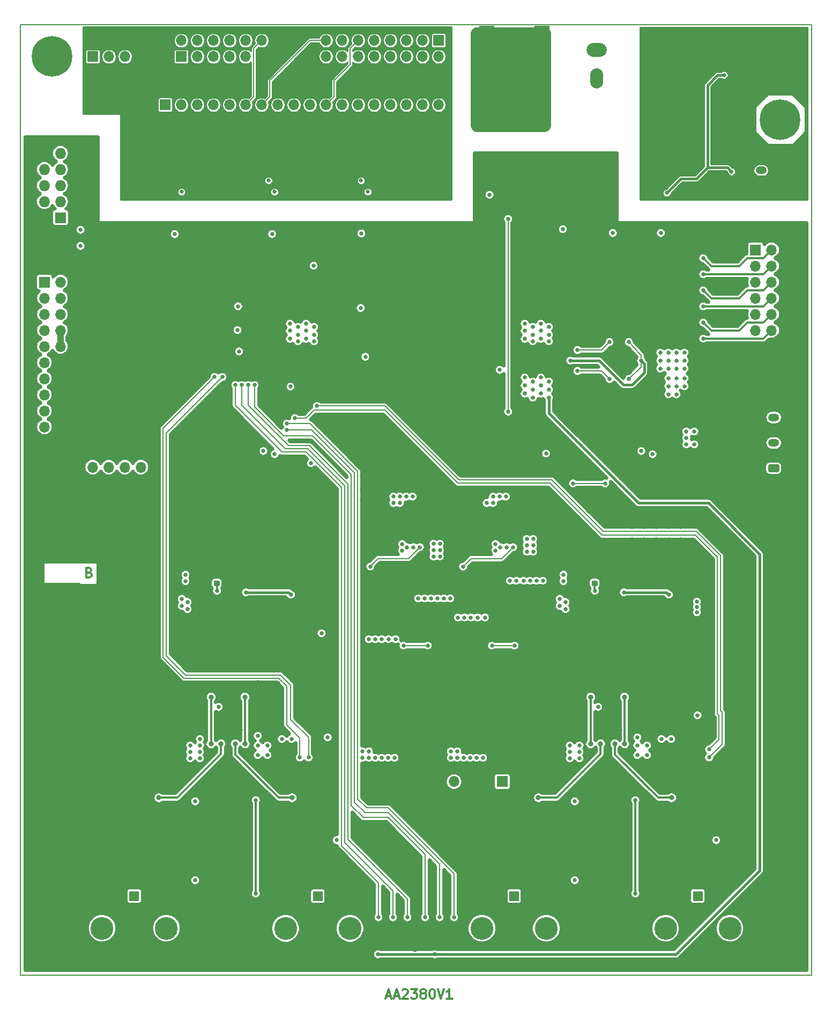
<source format=gbr>
G04 #@! TF.GenerationSoftware,KiCad,Pcbnew,5.0.2-bee76a0~70~ubuntu16.04.1*
G04 #@! TF.CreationDate,2019-03-08T17:41:57+01:00*
G04 #@! TF.ProjectId,AA2380V1,41413233-3830-4563-912e-6b696361645f,1.0*
G04 #@! TF.SameCoordinates,Original*
G04 #@! TF.FileFunction,Copper,L4,Bot*
G04 #@! TF.FilePolarity,Positive*
%FSLAX46Y46*%
G04 Gerber Fmt 4.6, Leading zero omitted, Abs format (unit mm)*
G04 Created by KiCad (PCBNEW 5.0.2-bee76a0~70~ubuntu16.04.1) date ven. 08 mars 2019 17:41:57 CET*
%MOMM*%
%LPD*%
G01*
G04 APERTURE LIST*
G04 #@! TA.AperFunction,NonConductor*
%ADD10C,0.300000*%
G04 #@! TD*
G04 #@! TA.AperFunction,NonConductor*
%ADD11C,0.150000*%
G04 #@! TD*
G04 #@! TA.AperFunction,Conductor*
%ADD12C,0.100000*%
G04 #@! TD*
G04 #@! TA.AperFunction,SMDPad,CuDef*
%ADD13C,0.875000*%
G04 #@! TD*
G04 #@! TA.AperFunction,ComponentPad*
%ADD14C,0.650000*%
G04 #@! TD*
G04 #@! TA.AperFunction,ViaPad*
%ADD15C,0.650000*%
G04 #@! TD*
G04 #@! TA.AperFunction,SMDPad,CuDef*
%ADD16R,1.650000X1.650000*%
G04 #@! TD*
G04 #@! TA.AperFunction,SMDPad,CuDef*
%ADD17R,1.880000X1.680000*%
G04 #@! TD*
G04 #@! TA.AperFunction,ComponentPad*
%ADD18O,1.700000X1.700000*%
G04 #@! TD*
G04 #@! TA.AperFunction,ComponentPad*
%ADD19R,1.700000X1.700000*%
G04 #@! TD*
G04 #@! TA.AperFunction,Conductor*
%ADD20R,0.460000X0.950000*%
G04 #@! TD*
G04 #@! TA.AperFunction,ViaPad*
%ADD21C,0.970000*%
G04 #@! TD*
G04 #@! TA.AperFunction,SMDPad,CuDef*
%ADD22R,2.420000X5.080000*%
G04 #@! TD*
G04 #@! TA.AperFunction,SMDPad,CuDef*
%ADD23R,2.800000X2.540000*%
G04 #@! TD*
G04 #@! TA.AperFunction,ComponentPad*
%ADD24C,6.400000*%
G04 #@! TD*
G04 #@! TA.AperFunction,ComponentPad*
%ADD25C,0.800000*%
G04 #@! TD*
G04 #@! TA.AperFunction,ComponentPad*
%ADD26R,1.500000X1.500000*%
G04 #@! TD*
G04 #@! TA.AperFunction,ComponentPad*
%ADD27C,1.500000*%
G04 #@! TD*
G04 #@! TA.AperFunction,ComponentPad*
%ADD28C,3.600000*%
G04 #@! TD*
G04 #@! TA.AperFunction,ComponentPad*
%ADD29O,2.000000X3.200000*%
G04 #@! TD*
G04 #@! TA.AperFunction,ComponentPad*
%ADD30O,3.200000X2.200000*%
G04 #@! TD*
G04 #@! TA.AperFunction,ComponentPad*
%ADD31O,1.727200X1.727200*%
G04 #@! TD*
G04 #@! TA.AperFunction,ComponentPad*
%ADD32R,1.727200X1.727200*%
G04 #@! TD*
G04 #@! TA.AperFunction,ComponentPad*
%ADD33O,1.750000X1.200000*%
G04 #@! TD*
G04 #@! TA.AperFunction,ComponentPad*
%ADD34C,1.200000*%
G04 #@! TD*
G04 #@! TA.AperFunction,SMDPad,CuDef*
%ADD35C,2.500000*%
G04 #@! TD*
G04 #@! TA.AperFunction,ViaPad*
%ADD36C,0.800000*%
G04 #@! TD*
G04 #@! TA.AperFunction,Conductor*
%ADD37C,1.000000*%
G04 #@! TD*
G04 #@! TA.AperFunction,Conductor*
%ADD38C,0.400000*%
G04 #@! TD*
G04 #@! TA.AperFunction,Conductor*
%ADD39C,0.200000*%
G04 #@! TD*
G04 #@! TA.AperFunction,Conductor*
%ADD40C,0.300000*%
G04 #@! TD*
G04 #@! TA.AperFunction,Conductor*
%ADD41C,0.500000*%
G04 #@! TD*
G04 #@! TA.AperFunction,Conductor*
%ADD42C,0.254000*%
G04 #@! TD*
G04 APERTURE END LIST*
D10*
X96785714Y-209250000D02*
X97500000Y-209250000D01*
X96642857Y-209678571D02*
X97142857Y-208178571D01*
X97642857Y-209678571D01*
X98071428Y-209250000D02*
X98785714Y-209250000D01*
X97928571Y-209678571D02*
X98428571Y-208178571D01*
X98928571Y-209678571D01*
X99357142Y-208321428D02*
X99428571Y-208250000D01*
X99571428Y-208178571D01*
X99928571Y-208178571D01*
X100071428Y-208250000D01*
X100142857Y-208321428D01*
X100214285Y-208464285D01*
X100214285Y-208607142D01*
X100142857Y-208821428D01*
X99285714Y-209678571D01*
X100214285Y-209678571D01*
X100714285Y-208178571D02*
X101642857Y-208178571D01*
X101142857Y-208750000D01*
X101357142Y-208750000D01*
X101500000Y-208821428D01*
X101571428Y-208892857D01*
X101642857Y-209035714D01*
X101642857Y-209392857D01*
X101571428Y-209535714D01*
X101500000Y-209607142D01*
X101357142Y-209678571D01*
X100928571Y-209678571D01*
X100785714Y-209607142D01*
X100714285Y-209535714D01*
X102500000Y-208821428D02*
X102357142Y-208750000D01*
X102285714Y-208678571D01*
X102214285Y-208535714D01*
X102214285Y-208464285D01*
X102285714Y-208321428D01*
X102357142Y-208250000D01*
X102500000Y-208178571D01*
X102785714Y-208178571D01*
X102928571Y-208250000D01*
X103000000Y-208321428D01*
X103071428Y-208464285D01*
X103071428Y-208535714D01*
X103000000Y-208678571D01*
X102928571Y-208750000D01*
X102785714Y-208821428D01*
X102500000Y-208821428D01*
X102357142Y-208892857D01*
X102285714Y-208964285D01*
X102214285Y-209107142D01*
X102214285Y-209392857D01*
X102285714Y-209535714D01*
X102357142Y-209607142D01*
X102500000Y-209678571D01*
X102785714Y-209678571D01*
X102928571Y-209607142D01*
X103000000Y-209535714D01*
X103071428Y-209392857D01*
X103071428Y-209107142D01*
X103000000Y-208964285D01*
X102928571Y-208892857D01*
X102785714Y-208821428D01*
X104000000Y-208178571D02*
X104142857Y-208178571D01*
X104285714Y-208250000D01*
X104357142Y-208321428D01*
X104428571Y-208464285D01*
X104500000Y-208750000D01*
X104500000Y-209107142D01*
X104428571Y-209392857D01*
X104357142Y-209535714D01*
X104285714Y-209607142D01*
X104142857Y-209678571D01*
X104000000Y-209678571D01*
X103857142Y-209607142D01*
X103785714Y-209535714D01*
X103714285Y-209392857D01*
X103642857Y-209107142D01*
X103642857Y-208750000D01*
X103714285Y-208464285D01*
X103785714Y-208321428D01*
X103857142Y-208250000D01*
X104000000Y-208178571D01*
X104928571Y-208178571D02*
X105428571Y-209678571D01*
X105928571Y-208178571D01*
X107214285Y-209678571D02*
X106357142Y-209678571D01*
X106785714Y-209678571D02*
X106785714Y-208178571D01*
X106642857Y-208392857D01*
X106500000Y-208535714D01*
X106357142Y-208607142D01*
X49902142Y-142457857D02*
X50116428Y-142529285D01*
X50187857Y-142600714D01*
X50259285Y-142743571D01*
X50259285Y-142957857D01*
X50187857Y-143100714D01*
X50116428Y-143172142D01*
X49973571Y-143243571D01*
X49402142Y-143243571D01*
X49402142Y-141743571D01*
X49902142Y-141743571D01*
X50045000Y-141815000D01*
X50116428Y-141886428D01*
X50187857Y-142029285D01*
X50187857Y-142172142D01*
X50116428Y-142315000D01*
X50045000Y-142386428D01*
X49902142Y-142457857D01*
X49402142Y-142457857D01*
D11*
X164000000Y-206000000D02*
X164000000Y-56000000D01*
X39000000Y-56000000D02*
X164000000Y-56000000D01*
X39000000Y-206000000D02*
X39000000Y-56000000D01*
X164000000Y-206000000D02*
X39000000Y-206000000D01*
D12*
G04 #@! TO.N,Net-(R108-Pad2)*
G04 #@! TO.C,R108*
G36*
X129994333Y-143710844D02*
X130015568Y-143713994D01*
X130036392Y-143719210D01*
X130056604Y-143726442D01*
X130076010Y-143735621D01*
X130094423Y-143746657D01*
X130111666Y-143759445D01*
X130127572Y-143773861D01*
X130141988Y-143789767D01*
X130154776Y-143807010D01*
X130165812Y-143825423D01*
X130174991Y-143844829D01*
X130182223Y-143865041D01*
X130187439Y-143885865D01*
X130190589Y-143907100D01*
X130191642Y-143928541D01*
X130191642Y-144366041D01*
X130190589Y-144387482D01*
X130187439Y-144408717D01*
X130182223Y-144429541D01*
X130174991Y-144449753D01*
X130165812Y-144469159D01*
X130154776Y-144487572D01*
X130141988Y-144504815D01*
X130127572Y-144520721D01*
X130111666Y-144535137D01*
X130094423Y-144547925D01*
X130076010Y-144558961D01*
X130056604Y-144568140D01*
X130036392Y-144575372D01*
X130015568Y-144580588D01*
X129994333Y-144583738D01*
X129972892Y-144584791D01*
X129460392Y-144584791D01*
X129438951Y-144583738D01*
X129417716Y-144580588D01*
X129396892Y-144575372D01*
X129376680Y-144568140D01*
X129357274Y-144558961D01*
X129338861Y-144547925D01*
X129321618Y-144535137D01*
X129305712Y-144520721D01*
X129291296Y-144504815D01*
X129278508Y-144487572D01*
X129267472Y-144469159D01*
X129258293Y-144449753D01*
X129251061Y-144429541D01*
X129245845Y-144408717D01*
X129242695Y-144387482D01*
X129241642Y-144366041D01*
X129241642Y-143928541D01*
X129242695Y-143907100D01*
X129245845Y-143885865D01*
X129251061Y-143865041D01*
X129258293Y-143844829D01*
X129267472Y-143825423D01*
X129278508Y-143807010D01*
X129291296Y-143789767D01*
X129305712Y-143773861D01*
X129321618Y-143759445D01*
X129338861Y-143746657D01*
X129357274Y-143735621D01*
X129376680Y-143726442D01*
X129396892Y-143719210D01*
X129417716Y-143713994D01*
X129438951Y-143710844D01*
X129460392Y-143709791D01*
X129972892Y-143709791D01*
X129994333Y-143710844D01*
X129994333Y-143710844D01*
G37*
D13*
G04 #@! TD*
G04 #@! TO.P,R108,2*
G04 #@! TO.N,Net-(R108-Pad2)*
X129716642Y-144147291D03*
D12*
G04 #@! TO.N,GND*
G04 #@! TO.C,R108*
G36*
X129994333Y-142135844D02*
X130015568Y-142138994D01*
X130036392Y-142144210D01*
X130056604Y-142151442D01*
X130076010Y-142160621D01*
X130094423Y-142171657D01*
X130111666Y-142184445D01*
X130127572Y-142198861D01*
X130141988Y-142214767D01*
X130154776Y-142232010D01*
X130165812Y-142250423D01*
X130174991Y-142269829D01*
X130182223Y-142290041D01*
X130187439Y-142310865D01*
X130190589Y-142332100D01*
X130191642Y-142353541D01*
X130191642Y-142791041D01*
X130190589Y-142812482D01*
X130187439Y-142833717D01*
X130182223Y-142854541D01*
X130174991Y-142874753D01*
X130165812Y-142894159D01*
X130154776Y-142912572D01*
X130141988Y-142929815D01*
X130127572Y-142945721D01*
X130111666Y-142960137D01*
X130094423Y-142972925D01*
X130076010Y-142983961D01*
X130056604Y-142993140D01*
X130036392Y-143000372D01*
X130015568Y-143005588D01*
X129994333Y-143008738D01*
X129972892Y-143009791D01*
X129460392Y-143009791D01*
X129438951Y-143008738D01*
X129417716Y-143005588D01*
X129396892Y-143000372D01*
X129376680Y-142993140D01*
X129357274Y-142983961D01*
X129338861Y-142972925D01*
X129321618Y-142960137D01*
X129305712Y-142945721D01*
X129291296Y-142929815D01*
X129278508Y-142912572D01*
X129267472Y-142894159D01*
X129258293Y-142874753D01*
X129251061Y-142854541D01*
X129245845Y-142833717D01*
X129242695Y-142812482D01*
X129241642Y-142791041D01*
X129241642Y-142353541D01*
X129242695Y-142332100D01*
X129245845Y-142310865D01*
X129251061Y-142290041D01*
X129258293Y-142269829D01*
X129267472Y-142250423D01*
X129278508Y-142232010D01*
X129291296Y-142214767D01*
X129305712Y-142198861D01*
X129321618Y-142184445D01*
X129338861Y-142171657D01*
X129357274Y-142160621D01*
X129376680Y-142151442D01*
X129396892Y-142144210D01*
X129417716Y-142138994D01*
X129438951Y-142135844D01*
X129460392Y-142134791D01*
X129972892Y-142134791D01*
X129994333Y-142135844D01*
X129994333Y-142135844D01*
G37*
D13*
G04 #@! TD*
G04 #@! TO.P,R108,1*
G04 #@! TO.N,GND*
X129716642Y-142572291D03*
D12*
G04 #@! TO.N,GND*
G04 #@! TO.C,R109*
G36*
X70304333Y-142135844D02*
X70325568Y-142138994D01*
X70346392Y-142144210D01*
X70366604Y-142151442D01*
X70386010Y-142160621D01*
X70404423Y-142171657D01*
X70421666Y-142184445D01*
X70437572Y-142198861D01*
X70451988Y-142214767D01*
X70464776Y-142232010D01*
X70475812Y-142250423D01*
X70484991Y-142269829D01*
X70492223Y-142290041D01*
X70497439Y-142310865D01*
X70500589Y-142332100D01*
X70501642Y-142353541D01*
X70501642Y-142791041D01*
X70500589Y-142812482D01*
X70497439Y-142833717D01*
X70492223Y-142854541D01*
X70484991Y-142874753D01*
X70475812Y-142894159D01*
X70464776Y-142912572D01*
X70451988Y-142929815D01*
X70437572Y-142945721D01*
X70421666Y-142960137D01*
X70404423Y-142972925D01*
X70386010Y-142983961D01*
X70366604Y-142993140D01*
X70346392Y-143000372D01*
X70325568Y-143005588D01*
X70304333Y-143008738D01*
X70282892Y-143009791D01*
X69770392Y-143009791D01*
X69748951Y-143008738D01*
X69727716Y-143005588D01*
X69706892Y-143000372D01*
X69686680Y-142993140D01*
X69667274Y-142983961D01*
X69648861Y-142972925D01*
X69631618Y-142960137D01*
X69615712Y-142945721D01*
X69601296Y-142929815D01*
X69588508Y-142912572D01*
X69577472Y-142894159D01*
X69568293Y-142874753D01*
X69561061Y-142854541D01*
X69555845Y-142833717D01*
X69552695Y-142812482D01*
X69551642Y-142791041D01*
X69551642Y-142353541D01*
X69552695Y-142332100D01*
X69555845Y-142310865D01*
X69561061Y-142290041D01*
X69568293Y-142269829D01*
X69577472Y-142250423D01*
X69588508Y-142232010D01*
X69601296Y-142214767D01*
X69615712Y-142198861D01*
X69631618Y-142184445D01*
X69648861Y-142171657D01*
X69667274Y-142160621D01*
X69686680Y-142151442D01*
X69706892Y-142144210D01*
X69727716Y-142138994D01*
X69748951Y-142135844D01*
X69770392Y-142134791D01*
X70282892Y-142134791D01*
X70304333Y-142135844D01*
X70304333Y-142135844D01*
G37*
D13*
G04 #@! TD*
G04 #@! TO.P,R109,1*
G04 #@! TO.N,GND*
X70026642Y-142572291D03*
D12*
G04 #@! TO.N,Net-(R109-Pad2)*
G04 #@! TO.C,R109*
G36*
X70304333Y-143710844D02*
X70325568Y-143713994D01*
X70346392Y-143719210D01*
X70366604Y-143726442D01*
X70386010Y-143735621D01*
X70404423Y-143746657D01*
X70421666Y-143759445D01*
X70437572Y-143773861D01*
X70451988Y-143789767D01*
X70464776Y-143807010D01*
X70475812Y-143825423D01*
X70484991Y-143844829D01*
X70492223Y-143865041D01*
X70497439Y-143885865D01*
X70500589Y-143907100D01*
X70501642Y-143928541D01*
X70501642Y-144366041D01*
X70500589Y-144387482D01*
X70497439Y-144408717D01*
X70492223Y-144429541D01*
X70484991Y-144449753D01*
X70475812Y-144469159D01*
X70464776Y-144487572D01*
X70451988Y-144504815D01*
X70437572Y-144520721D01*
X70421666Y-144535137D01*
X70404423Y-144547925D01*
X70386010Y-144558961D01*
X70366604Y-144568140D01*
X70346392Y-144575372D01*
X70325568Y-144580588D01*
X70304333Y-144583738D01*
X70282892Y-144584791D01*
X69770392Y-144584791D01*
X69748951Y-144583738D01*
X69727716Y-144580588D01*
X69706892Y-144575372D01*
X69686680Y-144568140D01*
X69667274Y-144558961D01*
X69648861Y-144547925D01*
X69631618Y-144535137D01*
X69615712Y-144520721D01*
X69601296Y-144504815D01*
X69588508Y-144487572D01*
X69577472Y-144469159D01*
X69568293Y-144449753D01*
X69561061Y-144429541D01*
X69555845Y-144408717D01*
X69552695Y-144387482D01*
X69551642Y-144366041D01*
X69551642Y-143928541D01*
X69552695Y-143907100D01*
X69555845Y-143885865D01*
X69561061Y-143865041D01*
X69568293Y-143844829D01*
X69577472Y-143825423D01*
X69588508Y-143807010D01*
X69601296Y-143789767D01*
X69615712Y-143773861D01*
X69631618Y-143759445D01*
X69648861Y-143746657D01*
X69667274Y-143735621D01*
X69686680Y-143726442D01*
X69706892Y-143719210D01*
X69727716Y-143713994D01*
X69748951Y-143710844D01*
X69770392Y-143709791D01*
X70282892Y-143709791D01*
X70304333Y-143710844D01*
X70304333Y-143710844D01*
G37*
D13*
G04 #@! TD*
G04 #@! TO.P,R109,2*
G04 #@! TO.N,Net-(R109-Pad2)*
X70026642Y-144147291D03*
D14*
G04 #@! TO.P,U10,17*
G04 #@! TO.N,GND*
X71329000Y-165860000D03*
X72329000Y-165860000D03*
X72329000Y-164860000D03*
D15*
G04 #@! TD*
G04 #@! TO.N,GND*
G04 #@! TO.C,U10*
X71329000Y-164860000D03*
D16*
G04 #@! TO.P,U10,17*
G04 #@! TO.N,GND*
X71829000Y-165360000D03*
D14*
X71829000Y-165360000D03*
G04 #@! TD*
G04 #@! TO.P,U8,17*
G04 #@! TO.N,GND*
X131273000Y-165860000D03*
X132273000Y-165860000D03*
X132273000Y-164860000D03*
D15*
G04 #@! TD*
G04 #@! TO.N,GND*
G04 #@! TO.C,U8*
X131273000Y-164860000D03*
D16*
G04 #@! TO.P,U8,17*
G04 #@! TO.N,GND*
X131773000Y-165360000D03*
D14*
X131773000Y-165360000D03*
G04 #@! TD*
G04 #@! TO.P,U15,11*
G04 #@! TO.N,GND*
X112588000Y-135696060D03*
X111588000Y-135696060D03*
X111588000Y-136696060D03*
D17*
X112088000Y-136196060D03*
D14*
X112588000Y-136696060D03*
G04 #@! TD*
G04 #@! TO.P,U17,11*
G04 #@! TO.N,GND*
X97956894Y-135693486D03*
X96956894Y-135693486D03*
X96956894Y-136693486D03*
D17*
X97456894Y-136193486D03*
D14*
X97956894Y-136693486D03*
G04 #@! TD*
D18*
G04 #@! TO.P,J16,36*
G04 #@! TO.N,GNDD*
X105055000Y-66140000D03*
G04 #@! TO.P,J16,35*
G04 #@! TO.N,ISIN_PIN5*
X105055000Y-68680000D03*
G04 #@! TO.P,J16,34*
G04 #@! TO.N,GNDD*
X102515000Y-66140000D03*
G04 #@! TO.P,J16,33*
G04 #@! TO.N,ISIN_PIN4*
X102515000Y-68680000D03*
G04 #@! TO.P,J16,32*
G04 #@! TO.N,GNDD*
X99975000Y-66140000D03*
G04 #@! TO.P,J16,31*
G04 #@! TO.N,ISOUT_PIN11*
X99975000Y-68680000D03*
G04 #@! TO.P,J16,30*
G04 #@! TO.N,GNDD*
X97435000Y-66140000D03*
G04 #@! TO.P,J16,29*
G04 #@! TO.N,ISOUT_PIN10*
X97435000Y-68680000D03*
G04 #@! TO.P,J16,28*
G04 #@! TO.N,GNDD*
X94895000Y-66140000D03*
G04 #@! TO.P,J16,27*
G04 #@! TO.N,ISOUT_PIN9*
X94895000Y-68680000D03*
G04 #@! TO.P,J16,26*
G04 #@! TO.N,GNDD*
X92355000Y-66140000D03*
G04 #@! TO.P,J16,25*
G04 #@! TO.N,ISOUT_PIN8*
X92355000Y-68680000D03*
G04 #@! TO.P,J16,24*
G04 #@! TO.N,GNDD*
X89815000Y-66140000D03*
G04 #@! TO.P,J16,23*
G04 #@! TO.N,ISIN_PIN3*
X89815000Y-68680000D03*
G04 #@! TO.P,J16,22*
G04 #@! TO.N,GNDD*
X87275000Y-66140000D03*
G04 #@! TO.P,J16,21*
G04 #@! TO.N,ISIN_PIN2*
X87275000Y-68680000D03*
G04 #@! TO.P,J16,20*
G04 #@! TO.N,GNDD*
X84735000Y-66140000D03*
G04 #@! TO.P,J16,19*
G04 #@! TO.N,ISOUT_PIN7*
X84735000Y-68680000D03*
G04 #@! TO.P,J16,18*
G04 #@! TO.N,GNDD*
X82195000Y-66140000D03*
G04 #@! TO.P,J16,17*
G04 #@! TO.N,ISOUT_PIN6*
X82195000Y-68680000D03*
G04 #@! TO.P,J16,16*
G04 #@! TO.N,GNDD*
X79655000Y-66140000D03*
G04 #@! TO.P,J16,15*
G04 #@! TO.N,ISOUT_PIN5*
X79655000Y-68680000D03*
G04 #@! TO.P,J16,14*
G04 #@! TO.N,GNDD*
X77115000Y-66140000D03*
G04 #@! TO.P,J16,13*
G04 #@! TO.N,ISOUT_PIN4*
X77115000Y-68680000D03*
G04 #@! TO.P,J16,12*
G04 #@! TO.N,GNDD*
X74575000Y-66140000D03*
G04 #@! TO.P,J16,11*
G04 #@! TO.N,ISIN_PIN1*
X74575000Y-68680000D03*
G04 #@! TO.P,J16,10*
G04 #@! TO.N,GNDD*
X72035000Y-66140000D03*
G04 #@! TO.P,J16,9*
G04 #@! TO.N,ISIN_PIN0*
X72035000Y-68680000D03*
G04 #@! TO.P,J16,8*
G04 #@! TO.N,GNDD*
X69495000Y-66140000D03*
G04 #@! TO.P,J16,7*
G04 #@! TO.N,ISOUT_PIN3*
X69495000Y-68680000D03*
G04 #@! TO.P,J16,6*
G04 #@! TO.N,GNDD*
X66955000Y-66140000D03*
G04 #@! TO.P,J16,5*
G04 #@! TO.N,ISOUT_PIN2*
X66955000Y-68680000D03*
G04 #@! TO.P,J16,4*
G04 #@! TO.N,GNDD*
X64415000Y-66140000D03*
G04 #@! TO.P,J16,3*
G04 #@! TO.N,ISOUT_PIN1*
X64415000Y-68680000D03*
G04 #@! TO.P,J16,2*
G04 #@! TO.N,GNDD*
X61875000Y-66140000D03*
D19*
G04 #@! TO.P,J16,1*
G04 #@! TO.N,ISOUT_PIN0*
X61875000Y-68680000D03*
G04 #@! TD*
D20*
G04 #@! TO.N,Net-(C128-Pad2)*
G04 #@! TO.C,J24*
X112635000Y-61755000D03*
X121395000Y-61755000D03*
D21*
X112635000Y-62205000D03*
X121395000Y-62205000D03*
D22*
G04 #@! TD*
G04 #@! TO.P,J24,2*
G04 #@! TO.N,Net-(C128-Pad2)*
X112635000Y-58765000D03*
G04 #@! TO.P,J24,2*
G04 #@! TO.N,Net-(C128-Pad2)*
X121395000Y-58765000D03*
G04 #@! TD*
D14*
G04 #@! TO.P,U14,9*
G04 #@! TO.N,GND*
X116270000Y-157139060D03*
X114270000Y-157139060D03*
X114270000Y-155639060D03*
X115270000Y-156389060D03*
X116286000Y-155627060D03*
D23*
X115270000Y-156389060D03*
G04 #@! TD*
D18*
G04 #@! TO.P,J14,4*
G04 #@! TO.N,GNDD*
X58065000Y-61065000D03*
G04 #@! TO.P,J14,3*
G04 #@! TO.N,ISIN_PIN2*
X55525000Y-61065000D03*
G04 #@! TO.P,J14,2*
G04 #@! TO.N,Net-(J14-Pad2)*
X52985000Y-61065000D03*
D19*
G04 #@! TO.P,J14,1*
G04 #@! TO.N,3V3in*
X50445000Y-61065000D03*
G04 #@! TD*
D24*
G04 #@! TO.P,H2,1*
G04 #@! TO.N,GND*
X159015000Y-200985000D03*
D25*
X159015000Y-198585000D03*
X160712056Y-199287944D03*
X161415000Y-200985000D03*
X160712056Y-202682056D03*
X159015000Y-203385000D03*
X157317944Y-202682056D03*
X156615000Y-200985000D03*
X157317944Y-199287944D03*
G04 #@! TD*
G04 #@! TO.P,H3,1*
G04 #@! TO.N,Net-(H3-Pad1)*
X45712056Y-59287944D03*
X44015000Y-58585000D03*
X42317944Y-59287944D03*
X41615000Y-60985000D03*
X42317944Y-62682056D03*
X44015000Y-63385000D03*
X45712056Y-62682056D03*
X46415000Y-60985000D03*
D24*
X44015000Y-60985000D03*
G04 #@! TD*
D25*
G04 #@! TO.P,H5,1*
G04 #@! TO.N,GND*
X42317944Y-199287944D03*
X41615000Y-200985000D03*
X42317944Y-202682056D03*
X44015000Y-203385000D03*
X45712056Y-202682056D03*
X46415000Y-200985000D03*
X45712056Y-199287944D03*
X44015000Y-198585000D03*
D24*
X44015000Y-200985000D03*
G04 #@! TD*
G04 #@! TO.P,H6,1*
G04 #@! TO.N,Net-(H6-Pad1)*
X159000000Y-71000000D03*
D25*
X159000000Y-68600000D03*
X160697056Y-69302944D03*
X161400000Y-71000000D03*
X160697056Y-72697056D03*
X159000000Y-73400000D03*
X157302944Y-72697056D03*
X156600000Y-71000000D03*
X157302944Y-69302944D03*
G04 #@! TD*
D18*
G04 #@! TO.P,J11,12*
G04 #@! TO.N,ISIN_PIN1*
X77115000Y-58525000D03*
G04 #@! TO.P,J11,11*
G04 #@! TO.N,GNDD*
X77115000Y-61065000D03*
G04 #@! TO.P,J11,10*
G04 #@! TO.N,ISIN_PIN0*
X74575000Y-58525000D03*
G04 #@! TO.P,J11,9*
G04 #@! TO.N,Net-(J11-Pad9)*
X74575000Y-61065000D03*
G04 #@! TO.P,J11,8*
G04 #@! TO.N,ISOUT_PIN3*
X72035000Y-58525000D03*
G04 #@! TO.P,J11,7*
G04 #@! TO.N,Net-(J11-Pad7)*
X72035000Y-61065000D03*
G04 #@! TO.P,J11,6*
G04 #@! TO.N,ISOUT_PIN2*
X69495000Y-58525000D03*
G04 #@! TO.P,J11,5*
G04 #@! TO.N,Net-(J11-Pad5)*
X69495000Y-61065000D03*
G04 #@! TO.P,J11,4*
G04 #@! TO.N,ISOUT_PIN1*
X66955000Y-58525000D03*
G04 #@! TO.P,J11,3*
G04 #@! TO.N,Net-(J11-Pad3)*
X66955000Y-61065000D03*
G04 #@! TO.P,J11,2*
G04 #@! TO.N,ISOUT_PIN0*
X64415000Y-58525000D03*
D19*
G04 #@! TO.P,J11,1*
G04 #@! TO.N,Net-(J11-Pad1)*
X64415000Y-61065000D03*
G04 #@! TD*
D18*
G04 #@! TO.P,J13,16*
G04 #@! TO.N,Net-(J13-Pad16)*
X87275000Y-61060000D03*
G04 #@! TO.P,J13,15*
G04 #@! TO.N,ISOUT_PIN4*
X87275000Y-58520000D03*
G04 #@! TO.P,J13,14*
G04 #@! TO.N,Net-(J13-Pad14)*
X89815000Y-61060000D03*
G04 #@! TO.P,J13,13*
G04 #@! TO.N,ISOUT_PIN3*
X89815000Y-58520000D03*
G04 #@! TO.P,J13,12*
G04 #@! TO.N,Net-(J13-Pad12)*
X92355000Y-61060000D03*
G04 #@! TO.P,J13,11*
G04 #@! TO.N,ISIN_PIN2*
X92355000Y-58520000D03*
G04 #@! TO.P,J13,10*
G04 #@! TO.N,Net-(J13-Pad10)*
X94895000Y-61060000D03*
G04 #@! TO.P,J13,9*
G04 #@! TO.N,Net-(J13-Pad9)*
X94895000Y-58520000D03*
G04 #@! TO.P,J13,8*
G04 #@! TO.N,ISIN_PIN1*
X97435000Y-61060000D03*
G04 #@! TO.P,J13,7*
G04 #@! TO.N,Net-(J13-Pad7)*
X97435000Y-58520000D03*
G04 #@! TO.P,J13,6*
G04 #@! TO.N,ISIN_PIN0*
X99975000Y-61060000D03*
G04 #@! TO.P,J13,5*
G04 #@! TO.N,ISOUT_PIN2*
X99975000Y-58520000D03*
G04 #@! TO.P,J13,4*
G04 #@! TO.N,Net-(J13-Pad4)*
X102515000Y-61060000D03*
G04 #@! TO.P,J13,3*
G04 #@! TO.N,ISOUT_PIN1*
X102515000Y-58520000D03*
G04 #@! TO.P,J13,2*
G04 #@! TO.N,ISOUT_PIN5*
X105055000Y-61060000D03*
D19*
G04 #@! TO.P,J13,1*
G04 #@! TO.N,ISOUT_PIN0*
X105055000Y-58520000D03*
G04 #@! TD*
D26*
G04 #@! TO.P,J2,1*
G04 #@! TO.N,Net-(D36-Pad1)*
X146000000Y-193500000D03*
D27*
G04 #@! TO.P,J2,2*
G04 #@! TO.N,GND*
X148540000Y-193500000D03*
D28*
G04 #@! TO.P,J2,3*
G04 #@! TO.N,N/C*
X151080000Y-198580000D03*
G04 #@! TO.P,J2,4*
X140920000Y-198580000D03*
G04 #@! TD*
D26*
G04 #@! TO.P,J4,1*
G04 #@! TO.N,Net-(D1-Pad1)*
X117000000Y-193500000D03*
D27*
G04 #@! TO.P,J4,2*
G04 #@! TO.N,GND*
X119540000Y-193500000D03*
D28*
G04 #@! TO.P,J4,3*
G04 #@! TO.N,N/C*
X122080000Y-198580000D03*
G04 #@! TO.P,J4,4*
X111920000Y-198580000D03*
G04 #@! TD*
G04 #@! TO.P,J5,4*
G04 #@! TO.N,N/C*
X80905000Y-198595000D03*
G04 #@! TO.P,J5,3*
X91065000Y-198595000D03*
D27*
G04 #@! TO.P,J5,2*
G04 #@! TO.N,GND*
X88525000Y-193515000D03*
D26*
G04 #@! TO.P,J5,1*
G04 #@! TO.N,Net-(D37-Pad1)*
X85985000Y-193515000D03*
G04 #@! TD*
G04 #@! TO.P,J7,1*
G04 #@! TO.N,Net-(D2-Pad1)*
X56985000Y-193485000D03*
D27*
G04 #@! TO.P,J7,2*
G04 #@! TO.N,GND*
X59525000Y-193485000D03*
D28*
G04 #@! TO.P,J7,3*
G04 #@! TO.N,N/C*
X62065000Y-198565000D03*
G04 #@! TO.P,J7,4*
X51905000Y-198565000D03*
G04 #@! TD*
D19*
G04 #@! TO.P,J17,1*
G04 #@! TO.N,GND*
X50430000Y-128390000D03*
D18*
G04 #@! TO.P,J17,2*
G04 #@! TO.N,CONF0*
X50430000Y-125850000D03*
G04 #@! TO.P,J17,3*
G04 #@! TO.N,GND*
X52970000Y-128390000D03*
G04 #@! TO.P,J17,4*
G04 #@! TO.N,CONF1*
X52970000Y-125850000D03*
G04 #@! TO.P,J17,5*
G04 #@! TO.N,GND*
X55510000Y-128390000D03*
G04 #@! TO.P,J17,6*
G04 #@! TO.N,CONF2*
X55510000Y-125850000D03*
G04 #@! TO.P,J17,7*
G04 #@! TO.N,GND*
X58050000Y-128390000D03*
G04 #@! TO.P,J17,8*
G04 #@! TO.N,CONF3*
X58050000Y-125850000D03*
G04 #@! TD*
G04 #@! TO.P,J18,14*
G04 #@! TO.N,GND*
X157649999Y-106799988D03*
G04 #@! TO.P,J18,13*
X155109999Y-106799988D03*
G04 #@! TO.P,J18,12*
G04 #@! TO.N,LED_SE*
X157649999Y-104259988D03*
G04 #@! TO.P,J18,11*
G04 #@! TO.N,LED192k*
X155109999Y-104259988D03*
G04 #@! TO.P,J18,10*
G04 #@! TO.N,LED_CAL*
X157649999Y-101719988D03*
G04 #@! TO.P,J18,9*
G04 #@! TO.N,LED96k*
X155109999Y-101719988D03*
G04 #@! TO.P,J18,8*
G04 #@! TO.N,LED_filtoff*
X157649999Y-99179988D03*
G04 #@! TO.P,J18,7*
G04 #@! TO.N,LED48k*
X155109999Y-99179988D03*
G04 #@! TO.P,J18,6*
G04 #@! TO.N,LEDavg2*
X157649999Y-96639988D03*
G04 #@! TO.P,J18,5*
G04 #@! TO.N,ROT_Push*
X155109999Y-96639988D03*
G04 #@! TO.P,J18,4*
G04 #@! TO.N,LEDavg1*
X157649999Y-94099988D03*
G04 #@! TO.P,J18,3*
G04 #@! TO.N,ROT_Tb*
X155109999Y-94099988D03*
G04 #@! TO.P,J18,2*
G04 #@! TO.N,LEDavg0*
X157649999Y-91559988D03*
D19*
G04 #@! TO.P,J18,1*
G04 #@! TO.N,ROT_Ta*
X155109999Y-91559988D03*
G04 #@! TD*
D29*
G04 #@! TO.P,J23,1*
G04 #@! TO.N,Net-(J23-Pad1)*
X130015000Y-64485000D03*
D30*
G04 #@! TO.P,J23,2*
G04 #@! TO.N,Net-(C122-Pad2)*
X130015000Y-59985000D03*
G04 #@! TD*
D19*
G04 #@! TO.P,J12,1*
G04 #@! TO.N,UIO_00*
X42810000Y-96640000D03*
D18*
G04 #@! TO.P,J12,2*
G04 #@! TO.N,UIO_10*
X45350000Y-96640000D03*
G04 #@! TO.P,J12,3*
G04 #@! TO.N,UIO_01*
X42810000Y-99180000D03*
G04 #@! TO.P,J12,4*
G04 #@! TO.N,Net-(J12-Pad4)*
X45350000Y-99180000D03*
G04 #@! TO.P,J12,5*
G04 #@! TO.N,UIO_02*
X42810000Y-101720000D03*
G04 #@! TO.P,J12,6*
G04 #@! TO.N,Net-(J12-Pad6)*
X45350000Y-101720000D03*
G04 #@! TO.P,J12,7*
G04 #@! TO.N,UIO_03*
X42810000Y-104260000D03*
G04 #@! TO.P,J12,8*
G04 #@! TO.N,+3V3*
X45350000Y-104260000D03*
G04 #@! TO.P,J12,9*
G04 #@! TO.N,UIO_04*
X42810000Y-106800000D03*
G04 #@! TO.P,J12,10*
G04 #@! TO.N,+3V3*
X45350000Y-106800000D03*
G04 #@! TO.P,J12,11*
G04 #@! TO.N,UIO_05*
X42810000Y-109340000D03*
G04 #@! TO.P,J12,12*
G04 #@! TO.N,GND*
X45350000Y-109340000D03*
G04 #@! TO.P,J12,13*
G04 #@! TO.N,UIO_06*
X42810000Y-111880000D03*
G04 #@! TO.P,J12,14*
G04 #@! TO.N,GND*
X45350000Y-111880000D03*
G04 #@! TO.P,J12,15*
G04 #@! TO.N,UIO_07*
X42810000Y-114420000D03*
G04 #@! TO.P,J12,16*
G04 #@! TO.N,GND*
X45350000Y-114420000D03*
G04 #@! TO.P,J12,17*
G04 #@! TO.N,UIO_08*
X42810000Y-116960000D03*
G04 #@! TO.P,J12,18*
G04 #@! TO.N,GND*
X45350000Y-116960000D03*
G04 #@! TO.P,J12,19*
G04 #@! TO.N,UIO_09*
X42810000Y-119500000D03*
G04 #@! TO.P,J12,20*
G04 #@! TO.N,GND*
X45350000Y-119500000D03*
G04 #@! TD*
G04 #@! TO.P,J10,4*
G04 #@! TO.N,VEE*
X107507642Y-175449000D03*
G04 #@! TO.P,J10,3*
G04 #@! TO.N,GND*
X110047642Y-175449000D03*
G04 #@! TO.P,J10,2*
X112587642Y-175449000D03*
D19*
G04 #@! TO.P,J10,1*
G04 #@! TO.N,VAA*
X115127642Y-175449000D03*
G04 #@! TD*
D31*
G04 #@! TO.P,J19,10*
G04 #@! TO.N,GND*
X42810000Y-76320000D03*
G04 #@! TO.P,J19,9*
G04 #@! TO.N,JTAG_TDI*
X45350000Y-76320000D03*
G04 #@! TO.P,J19,8*
G04 #@! TO.N,Net-(J19-Pad8)*
X42810000Y-78860000D03*
G04 #@! TO.P,J19,7*
G04 #@! TO.N,Net-(J19-Pad7)*
X45350000Y-78860000D03*
G04 #@! TO.P,J19,6*
G04 #@! TO.N,Net-(J19-Pad6)*
X42810000Y-81400000D03*
G04 #@! TO.P,J19,5*
G04 #@! TO.N,JTAG_TMS*
X45350000Y-81400000D03*
G04 #@! TO.P,J19,4*
G04 #@! TO.N,+3V3*
X42810000Y-83940000D03*
G04 #@! TO.P,J19,3*
G04 #@! TO.N,JTAG_TDO*
X45350000Y-83940000D03*
G04 #@! TO.P,J19,2*
G04 #@! TO.N,GND*
X42810000Y-86480000D03*
D32*
G04 #@! TO.P,J19,1*
G04 #@! TO.N,JTAG_TCK*
X45350000Y-86480000D03*
G04 #@! TD*
D22*
G04 #@! TO.P,J20,2*
G04 #@! TO.N,GNDS*
X147395000Y-58985000D03*
X138635000Y-58985000D03*
D21*
G04 #@! TD*
G04 #@! TO.N,GNDS*
G04 #@! TO.C,J20*
X147395000Y-62425000D03*
G04 #@! TO.N,GNDS*
G04 #@! TO.C,J20*
X138635000Y-62425000D03*
D20*
X147395000Y-61975000D03*
X138635000Y-61975000D03*
G04 #@! TD*
G04 #@! TO.N,GNDS*
G04 #@! TO.C,J21*
X150635000Y-61975000D03*
X159395000Y-61975000D03*
D21*
X150635000Y-62425000D03*
X159395000Y-62425000D03*
D22*
G04 #@! TD*
G04 #@! TO.P,J21,2*
G04 #@! TO.N,GNDS*
X150635000Y-58985000D03*
G04 #@! TO.P,J21,2*
G04 #@! TO.N,GNDS*
X159395000Y-58985000D03*
G04 #@! TD*
D33*
G04 #@! TO.P,J9,6*
G04 #@! TO.N,GND*
X158000000Y-116000000D03*
G04 #@! TO.P,J9,5*
G04 #@! TO.N,Net-(F1-Pad2)*
X158000000Y-118000000D03*
G04 #@! TO.P,J9,4*
G04 #@! TO.N,GND*
X158000000Y-120000000D03*
G04 #@! TO.P,J9,3*
G04 #@! TO.N,Net-(F3-Pad2)*
X158000000Y-122000000D03*
G04 #@! TO.P,J9,2*
G04 #@! TO.N,GND*
X158000000Y-124000000D03*
D12*
G04 #@! TD*
G04 #@! TO.N,Net-(F2-Pad2)*
G04 #@! TO.C,J9*
G36*
X158649505Y-125401204D02*
X158673773Y-125404804D01*
X158697572Y-125410765D01*
X158720671Y-125419030D01*
X158742850Y-125429520D01*
X158763893Y-125442132D01*
X158783599Y-125456747D01*
X158801777Y-125473223D01*
X158818253Y-125491401D01*
X158832868Y-125511107D01*
X158845480Y-125532150D01*
X158855970Y-125554329D01*
X158864235Y-125577428D01*
X158870196Y-125601227D01*
X158873796Y-125625495D01*
X158875000Y-125649999D01*
X158875000Y-126350001D01*
X158873796Y-126374505D01*
X158870196Y-126398773D01*
X158864235Y-126422572D01*
X158855970Y-126445671D01*
X158845480Y-126467850D01*
X158832868Y-126488893D01*
X158818253Y-126508599D01*
X158801777Y-126526777D01*
X158783599Y-126543253D01*
X158763893Y-126557868D01*
X158742850Y-126570480D01*
X158720671Y-126580970D01*
X158697572Y-126589235D01*
X158673773Y-126595196D01*
X158649505Y-126598796D01*
X158625001Y-126600000D01*
X157374999Y-126600000D01*
X157350495Y-126598796D01*
X157326227Y-126595196D01*
X157302428Y-126589235D01*
X157279329Y-126580970D01*
X157257150Y-126570480D01*
X157236107Y-126557868D01*
X157216401Y-126543253D01*
X157198223Y-126526777D01*
X157181747Y-126508599D01*
X157167132Y-126488893D01*
X157154520Y-126467850D01*
X157144030Y-126445671D01*
X157135765Y-126422572D01*
X157129804Y-126398773D01*
X157126204Y-126374505D01*
X157125000Y-126350001D01*
X157125000Y-125649999D01*
X157126204Y-125625495D01*
X157129804Y-125601227D01*
X157135765Y-125577428D01*
X157144030Y-125554329D01*
X157154520Y-125532150D01*
X157167132Y-125511107D01*
X157181747Y-125491401D01*
X157198223Y-125473223D01*
X157216401Y-125456747D01*
X157236107Y-125442132D01*
X157257150Y-125429520D01*
X157279329Y-125419030D01*
X157302428Y-125410765D01*
X157326227Y-125404804D01*
X157350495Y-125401204D01*
X157374999Y-125400000D01*
X158625001Y-125400000D01*
X158649505Y-125401204D01*
X158649505Y-125401204D01*
G37*
D34*
G04 #@! TO.P,J9,1*
G04 #@! TO.N,Net-(F2-Pad2)*
X158000000Y-126000000D03*
G04 #@! TD*
D33*
G04 #@! TO.P,J22,2*
G04 #@! TO.N,Net-(J22-Pad2)*
X156000000Y-79000000D03*
D12*
G04 #@! TD*
G04 #@! TO.N,GNDS*
G04 #@! TO.C,J22*
G36*
X156649505Y-80401204D02*
X156673773Y-80404804D01*
X156697572Y-80410765D01*
X156720671Y-80419030D01*
X156742850Y-80429520D01*
X156763893Y-80442132D01*
X156783599Y-80456747D01*
X156801777Y-80473223D01*
X156818253Y-80491401D01*
X156832868Y-80511107D01*
X156845480Y-80532150D01*
X156855970Y-80554329D01*
X156864235Y-80577428D01*
X156870196Y-80601227D01*
X156873796Y-80625495D01*
X156875000Y-80649999D01*
X156875000Y-81350001D01*
X156873796Y-81374505D01*
X156870196Y-81398773D01*
X156864235Y-81422572D01*
X156855970Y-81445671D01*
X156845480Y-81467850D01*
X156832868Y-81488893D01*
X156818253Y-81508599D01*
X156801777Y-81526777D01*
X156783599Y-81543253D01*
X156763893Y-81557868D01*
X156742850Y-81570480D01*
X156720671Y-81580970D01*
X156697572Y-81589235D01*
X156673773Y-81595196D01*
X156649505Y-81598796D01*
X156625001Y-81600000D01*
X155374999Y-81600000D01*
X155350495Y-81598796D01*
X155326227Y-81595196D01*
X155302428Y-81589235D01*
X155279329Y-81580970D01*
X155257150Y-81570480D01*
X155236107Y-81557868D01*
X155216401Y-81543253D01*
X155198223Y-81526777D01*
X155181747Y-81508599D01*
X155167132Y-81488893D01*
X155154520Y-81467850D01*
X155144030Y-81445671D01*
X155135765Y-81422572D01*
X155129804Y-81398773D01*
X155126204Y-81374505D01*
X155125000Y-81350001D01*
X155125000Y-80649999D01*
X155126204Y-80625495D01*
X155129804Y-80601227D01*
X155135765Y-80577428D01*
X155144030Y-80554329D01*
X155154520Y-80532150D01*
X155167132Y-80511107D01*
X155181747Y-80491401D01*
X155198223Y-80473223D01*
X155216401Y-80456747D01*
X155236107Y-80442132D01*
X155257150Y-80429520D01*
X155279329Y-80419030D01*
X155302428Y-80410765D01*
X155326227Y-80404804D01*
X155350495Y-80401204D01*
X155374999Y-80400000D01*
X156625001Y-80400000D01*
X156649505Y-80401204D01*
X156649505Y-80401204D01*
G37*
D34*
G04 #@! TO.P,J22,1*
G04 #@! TO.N,GNDS*
X156000000Y-81000000D03*
G04 #@! TD*
D25*
G04 #@! TO.P,H1,1*
G04 #@! TO.N,GND*
X45697056Y-134302944D03*
X44000000Y-133600000D03*
X42302944Y-134302944D03*
X41600000Y-136000000D03*
X42302944Y-137697056D03*
X44000000Y-138400000D03*
X45697056Y-137697056D03*
X46400000Y-136000000D03*
D24*
X44000000Y-136000000D03*
G04 #@! TD*
G04 #@! TO.P,H4,1*
G04 #@! TO.N,GND*
X159000000Y-136000000D03*
D25*
X161400000Y-136000000D03*
X160697056Y-137697056D03*
X159000000Y-138400000D03*
X157302944Y-137697056D03*
X156600000Y-136000000D03*
X157302944Y-134302944D03*
X159000000Y-133600000D03*
X160697056Y-134302944D03*
G04 #@! TD*
D12*
G04 #@! TO.N,GND*
G04 #@! TO.C,U13*
G36*
X134988843Y-107771204D02*
X135013112Y-107774804D01*
X135036910Y-107780765D01*
X135060010Y-107789030D01*
X135082188Y-107799520D01*
X135103232Y-107812133D01*
X135122937Y-107826747D01*
X135141116Y-107843223D01*
X135157592Y-107861402D01*
X135172206Y-107881107D01*
X135184819Y-107902151D01*
X135195309Y-107924329D01*
X135203574Y-107947429D01*
X135209535Y-107971227D01*
X135213135Y-107995496D01*
X135214339Y-108020000D01*
X135214339Y-110020000D01*
X135213135Y-110044504D01*
X135209535Y-110068773D01*
X135203574Y-110092571D01*
X135195309Y-110115671D01*
X135184819Y-110137849D01*
X135172206Y-110158893D01*
X135157592Y-110178598D01*
X135141116Y-110196777D01*
X135122937Y-110213253D01*
X135103232Y-110227867D01*
X135082188Y-110240480D01*
X135060010Y-110250970D01*
X135036910Y-110259235D01*
X135013112Y-110265196D01*
X134988843Y-110268796D01*
X134964339Y-110270000D01*
X132964339Y-110270000D01*
X132939835Y-110268796D01*
X132915566Y-110265196D01*
X132891768Y-110259235D01*
X132868668Y-110250970D01*
X132846490Y-110240480D01*
X132825446Y-110227867D01*
X132805741Y-110213253D01*
X132787562Y-110196777D01*
X132771086Y-110178598D01*
X132756472Y-110158893D01*
X132743859Y-110137849D01*
X132733369Y-110115671D01*
X132725104Y-110092571D01*
X132719143Y-110068773D01*
X132715543Y-110044504D01*
X132714339Y-110020000D01*
X132714339Y-108020000D01*
X132715543Y-107995496D01*
X132719143Y-107971227D01*
X132725104Y-107947429D01*
X132733369Y-107924329D01*
X132743859Y-107902151D01*
X132756472Y-107881107D01*
X132771086Y-107861402D01*
X132787562Y-107843223D01*
X132805741Y-107826747D01*
X132825446Y-107812133D01*
X132846490Y-107799520D01*
X132868668Y-107789030D01*
X132891768Y-107780765D01*
X132915566Y-107774804D01*
X132939835Y-107771204D01*
X132964339Y-107770000D01*
X134964339Y-107770000D01*
X134988843Y-107771204D01*
X134988843Y-107771204D01*
G37*
D35*
G04 #@! TD*
G04 #@! TO.P,U13,21*
G04 #@! TO.N,GND*
X133964339Y-109020000D03*
D14*
G04 #@! TO.P,U13,21*
G04 #@! TO.N,GND*
X133964339Y-109020000D03*
X133964339Y-109770000D03*
X133214339Y-109020000D03*
X133214339Y-109770000D03*
X133214339Y-108270000D03*
X133964339Y-108270000D03*
X134714339Y-108270000D03*
X134714339Y-109020000D03*
X134714339Y-109770000D03*
G04 #@! TD*
D23*
G04 #@! TO.P,U16,9*
G04 #@! TO.N,GND*
X101293000Y-156389060D03*
D14*
X102309000Y-155627060D03*
X101293000Y-156389060D03*
X100293000Y-155639060D03*
X100293000Y-157139060D03*
X102293000Y-157139060D03*
G04 #@! TD*
D15*
G04 #@! TO.N,+3.3VA*
X124788001Y-143795499D03*
X124788000Y-142779500D03*
X77405000Y-123292167D03*
X79183000Y-123800167D03*
X138873000Y-123800167D03*
X137095000Y-123292167D03*
X121522000Y-143752000D03*
X119490000Y-143752000D03*
X120506000Y-143752000D03*
X84892642Y-125210000D03*
X122030000Y-123686000D03*
X65098000Y-142779501D03*
X65097999Y-143795501D03*
X65098001Y-143795499D03*
X65098000Y-142779500D03*
X118474000Y-143752000D03*
X117366560Y-143752000D03*
X116350560Y-143752000D03*
G04 #@! TO.N,+3V3*
X113119000Y-82853000D03*
X124685000Y-88294168D03*
X48525000Y-88385000D03*
X48525000Y-90925000D03*
X85337642Y-94055668D03*
X73544000Y-107562000D03*
X92761650Y-100708167D03*
X93497642Y-108407167D03*
X81672000Y-113132167D03*
X140154000Y-88900000D03*
X132600000Y-88900000D03*
X121207642Y-112965000D03*
X119937642Y-112330000D03*
X119937642Y-113600000D03*
X118667642Y-112965000D03*
X118667642Y-114235000D03*
X122477642Y-113600000D03*
X121207642Y-111695000D03*
X122477642Y-114870000D03*
X121207642Y-114235000D03*
X118667642Y-111695000D03*
X122477642Y-112330000D03*
X119937642Y-114870000D03*
X92863000Y-88962000D03*
X78766000Y-89071000D03*
X63399000Y-89071000D03*
X73405641Y-100454168D03*
X95500000Y-202697168D03*
X104500000Y-202697168D03*
X114730642Y-110497000D03*
G04 #@! TO.N,GNDD*
X90090000Y-82401000D03*
X104695000Y-82401000D03*
X75485000Y-82401000D03*
X60880000Y-82401000D03*
X63162000Y-74977000D03*
X68242000Y-74977000D03*
X73322000Y-75030000D03*
X78402000Y-74977000D03*
X83482000Y-74977000D03*
X88562000Y-74977000D03*
X93642000Y-74977000D03*
X98722000Y-74977000D03*
X103802000Y-74977000D03*
X58590000Y-58520000D03*
X91288000Y-81126000D03*
X76556000Y-81131000D03*
X106260502Y-82380860D03*
X105660000Y-81414000D03*
X70862000Y-73159000D03*
X86102000Y-73159000D03*
X101342000Y-73159000D03*
G04 #@! TO.N,3V3in*
X78207000Y-80623000D03*
G04 #@! TO.N,GNDD*
X78207000Y-79099000D03*
G04 #@! TO.N,3V3in*
X92812000Y-80623000D03*
G04 #@! TO.N,GNDD*
X92812000Y-79099000D03*
X106782003Y-79734000D03*
X106782002Y-77193999D03*
X106782002Y-74654000D03*
X106782002Y-72114000D03*
X106782003Y-67034000D03*
X106782002Y-64494000D03*
X106782002Y-69574000D03*
X106782002Y-59414000D03*
X106782003Y-61954000D03*
X94082000Y-56874000D03*
X96622000Y-56874000D03*
X78842000Y-56874000D03*
X99162000Y-56874000D03*
X104242000Y-56874000D03*
X89002000Y-56874000D03*
X73762000Y-56874000D03*
X101702000Y-56874000D03*
X76302000Y-56874000D03*
X81382000Y-56874000D03*
X91542000Y-56874000D03*
X86462000Y-56874000D03*
X83922000Y-56874000D03*
X106782000Y-56874000D03*
X58522000Y-56874000D03*
X68682000Y-56874000D03*
X53442000Y-56874000D03*
X55982000Y-56874000D03*
X61062000Y-56874000D03*
X71222000Y-56874000D03*
X50902000Y-56874000D03*
X66142000Y-56874000D03*
X63602000Y-56874000D03*
X96241000Y-75416000D03*
X96241000Y-72876000D03*
X91034000Y-75543000D03*
X91034000Y-73003000D03*
X81001000Y-72876000D03*
X81001000Y-75416000D03*
X75794000Y-73003000D03*
X75794000Y-75543000D03*
X65888000Y-75416000D03*
X65888000Y-72876000D03*
X58268000Y-82401000D03*
X55474000Y-79861000D03*
X55474000Y-82401000D03*
X55474000Y-72241000D03*
X55474000Y-77321000D03*
X55474001Y-74781000D03*
X52172000Y-69573999D03*
X49632000Y-69574000D03*
X54712000Y-69574000D03*
G04 #@! TO.N,3V3in*
X93879000Y-82401000D03*
X79147000Y-82401000D03*
X64477502Y-82401000D03*
G04 #@! TO.N,+1V8*
X73290000Y-104208167D03*
X121208620Y-103185880D03*
X122477642Y-103694000D03*
X118667642Y-104329000D03*
X119937642Y-104964000D03*
X118668620Y-103185880D03*
X119937642Y-103694000D03*
X121207642Y-104329000D03*
X122477642Y-104964000D03*
X118667642Y-105599000D03*
X119937642Y-105979880D03*
X121207642Y-105599000D03*
X122478620Y-105979880D03*
X84123642Y-104329000D03*
X82853642Y-103694000D03*
X82853642Y-104964000D03*
X81583642Y-104329000D03*
X81583642Y-105599000D03*
X85393642Y-104964000D03*
X84124620Y-103185880D03*
X85393642Y-105979880D03*
X84123642Y-105599000D03*
X81584620Y-103185880D03*
X85393642Y-103694000D03*
X82853642Y-105979880D03*
G04 #@! TO.N,VAA*
X136447642Y-168464000D03*
X136447642Y-169734000D03*
X136447642Y-171258000D03*
X137971642Y-169734000D03*
X137971642Y-171258000D03*
X140257642Y-168718000D03*
X141781642Y-168718000D03*
X80313642Y-168718000D03*
X81837642Y-168709000D03*
X76503642Y-168210000D03*
X76503642Y-169734000D03*
X76503642Y-171258000D03*
X78027642Y-169734000D03*
X78027642Y-171258000D03*
X107008000Y-171677560D03*
X109040000Y-171677560D03*
X111072000Y-171677560D03*
X107008000Y-170661560D03*
X108024000Y-170661560D03*
X110056000Y-171677560D03*
X112088000Y-171677560D03*
X108024000Y-171677560D03*
X130261000Y-163658000D03*
X70317000Y-163658000D03*
G04 #@! TO.N,+12VA*
X86565000Y-152030500D03*
X110169060Y-149544000D03*
X109153060Y-149544000D03*
X108137060Y-149544000D03*
X111235000Y-149544000D03*
X112378000Y-149544000D03*
X117041000Y-153989060D03*
X113485000Y-153989060D03*
X145861860Y-147058988D03*
X145861860Y-147889771D03*
X145861860Y-148709988D03*
G04 #@! TO.N,VEE*
X145972642Y-164974000D03*
X127303642Y-169734000D03*
X127303642Y-170750000D03*
X127303642Y-171766000D03*
X125779642Y-171766000D03*
X125779642Y-169734000D03*
X125779642Y-170750000D03*
X67359642Y-171766000D03*
X65835642Y-171766000D03*
X67359642Y-169734000D03*
X65835642Y-170750000D03*
X67359642Y-170750000D03*
X65835642Y-169734000D03*
X67359642Y-168718000D03*
X94054000Y-170661560D03*
X93038000Y-170661560D03*
X93038000Y-171677560D03*
X94054000Y-171677560D03*
X97102000Y-171677560D03*
X98118000Y-171677560D03*
X95070000Y-171677560D03*
X96086000Y-171677560D03*
X87559000Y-168464000D03*
G04 #@! TO.N,+2V5*
X104885000Y-146546000D03*
X106917000Y-146546000D03*
X105901000Y-146546000D03*
X101837000Y-146546000D03*
X103869000Y-146546000D03*
X102853000Y-146546000D03*
X125105500Y-148240500D03*
X125105500Y-147097500D03*
X124216500Y-146589500D03*
X124216500Y-147732500D03*
X65415500Y-148240500D03*
X65415500Y-147097500D03*
X64526500Y-146589500D03*
X64526500Y-147732500D03*
G04 #@! TO.N,Net-(C40-Pad2)*
X74623000Y-145573500D03*
X81735000Y-145954500D03*
G04 #@! TO.N,Net-(C69-Pad1)*
X132068846Y-106099000D03*
X126988846Y-107369000D03*
G04 #@! TO.N,+5V*
X140069845Y-107750000D03*
X140069844Y-109020000D03*
X140069844Y-110290000D03*
X141339845Y-107749999D03*
X141339845Y-109019999D03*
X141339845Y-110290001D03*
X135116845Y-111940999D03*
X135116845Y-106099001D03*
X125845846Y-109020000D03*
X137042642Y-109020000D03*
X141339845Y-111814000D03*
X141339844Y-113084000D03*
X141339844Y-114354000D03*
X142609845Y-111813999D03*
X142609845Y-113083999D03*
X142609845Y-114354001D03*
X142609844Y-109020000D03*
X142609844Y-110290000D03*
X142609845Y-107750000D03*
X143879845Y-111813999D03*
X143879845Y-113083999D03*
X143879844Y-109020000D03*
X143879845Y-107750000D03*
X143879844Y-110290000D03*
X113653845Y-131499001D03*
X112637845Y-131499001D03*
X113653845Y-130483001D03*
X114669845Y-130483001D03*
X115685845Y-130483001D03*
X99937845Y-130483001D03*
X100953845Y-130483001D03*
X97905845Y-130483001D03*
X98921845Y-131499001D03*
X97905845Y-131499001D03*
X98921845Y-130483001D03*
X148909642Y-184674000D03*
X126587642Y-178567168D03*
X66643642Y-178567168D03*
X66643642Y-191013168D03*
X126587642Y-191013168D03*
X88965642Y-184674000D03*
G04 #@! TO.N,Net-(C78-Pad1)*
X116858452Y-138455377D03*
X108913000Y-141530060D03*
X114064452Y-137947377D03*
X114064452Y-138963377D03*
X114826452Y-138455377D03*
X115842452Y-138455377D03*
X118982000Y-138164000D03*
X118982000Y-139180000D03*
X118982000Y-137148000D03*
X119998000Y-138164000D03*
X119998000Y-137148000D03*
X119998000Y-139180000D03*
G04 #@! TO.N,-12VA*
X94040060Y-152973000D03*
X97138000Y-152973000D03*
X98281000Y-152973000D03*
X95056060Y-152973000D03*
X96072060Y-152973000D03*
X103325000Y-153989060D03*
X99515000Y-153989060D03*
X144195920Y-120203771D03*
X145457999Y-120203771D03*
X144195920Y-122235771D03*
X144195920Y-121219771D03*
X145457999Y-122235771D03*
G04 #@! TO.N,Net-(C85-Pad1)*
X99332452Y-137947377D03*
X99332452Y-138963377D03*
X100094452Y-138455377D03*
X101110452Y-138455377D03*
X102126452Y-138455377D03*
X94281894Y-141503377D03*
X104250000Y-138926000D03*
X104250000Y-139942000D03*
X105266000Y-139942000D03*
X105266000Y-138926000D03*
X105266000Y-137910000D03*
X104250000Y-137910000D03*
G04 #@! TO.N,LED_SE*
X146854999Y-105551988D03*
G04 #@! TO.N,LED_CAL*
X146854999Y-103011988D03*
G04 #@! TO.N,LEDavg2*
X146854999Y-97931988D03*
G04 #@! TO.N,LED_filtoff*
X146854999Y-100471988D03*
G04 #@! TO.N,LEDavg1*
X146854999Y-95391988D03*
G04 #@! TO.N,LEDavg0*
X146854999Y-92851988D03*
G04 #@! TO.N,FILTER_CH1*
X147777562Y-170338520D03*
X82361642Y-118115168D03*
G04 #@! TO.N,SE_CH1*
X147777562Y-171639000D03*
X85853642Y-116180167D03*
G04 #@! TO.N,FILTER_CH2*
X83139642Y-171639000D03*
X69661642Y-111608168D03*
G04 #@! TO.N,SE_CH2*
X70931642Y-111608168D03*
X84536642Y-171639000D03*
G04 #@! TO.N,LED1_Y*
X73979642Y-112878168D03*
X97855642Y-196855168D03*
G04 #@! TO.N,LED1_G*
X72963642Y-112878168D03*
X95569642Y-196855168D03*
G04 #@! TO.N,LED1_R*
X74995642Y-112878168D03*
X100141642Y-196855168D03*
G04 #@! TO.N,LED2_Y*
X81091642Y-119990168D03*
X105221642Y-196855168D03*
G04 #@! TO.N,LED2_G*
X76011642Y-112878168D03*
X102935642Y-196855168D03*
G04 #@! TO.N,LED2_R*
X81091642Y-118974168D03*
X107507642Y-196855168D03*
G04 #@! TO.N,CLKEXT*
X116037998Y-117087000D03*
X116037998Y-86676000D03*
G04 #@! TO.N,GNDS*
X137299000Y-82546000D03*
X144538000Y-77466000D03*
X144538000Y-78990000D03*
X137426000Y-74451000D03*
X151142000Y-74451000D03*
X145427000Y-69371000D03*
X146885000Y-82546000D03*
X137299000Y-80006000D03*
X137299000Y-76831000D03*
X149364000Y-82546000D03*
X162699000Y-76196000D03*
X159524000Y-82546000D03*
X155079000Y-74291000D03*
X153809000Y-71751000D03*
X146189000Y-66036000D03*
X144919000Y-58416000D03*
X144919000Y-60956000D03*
X141109000Y-58416000D03*
X141109000Y-60956000D03*
X156984000Y-60956000D03*
X156984000Y-58416000D03*
X153174000Y-60956000D03*
X153174000Y-58416000D03*
X156984000Y-65401000D03*
X159524000Y-65401000D03*
X137299000Y-71116000D03*
X137299000Y-67941000D03*
X137299000Y-63496000D03*
X156349000Y-82546000D03*
X162699000Y-82546000D03*
X162699000Y-79371000D03*
X162699000Y-67306000D03*
X162699000Y-60956000D03*
X162699000Y-64131000D03*
X162699000Y-57146000D03*
G04 #@! TO.N,VCC*
X141109000Y-82546000D03*
X150166000Y-63980500D03*
X151313642Y-79215000D03*
G04 #@! TO.N,Net-(C128-Pad2)*
X110705502Y-69807860D03*
X110705502Y-65997860D03*
X110705502Y-67902860D03*
X110705502Y-64092860D03*
X110705502Y-62187860D03*
X110705502Y-71712860D03*
X120992502Y-71712860D03*
X114642502Y-71712860D03*
X118706502Y-71712860D03*
X112610502Y-71712860D03*
X116674502Y-71712860D03*
X122389502Y-65997860D03*
X122389502Y-62187860D03*
X122389502Y-64092860D03*
X122389502Y-67902860D03*
X110705502Y-60028860D03*
X110705502Y-58123860D03*
X114769502Y-60028860D03*
X114769502Y-58123860D03*
X119341502Y-60028860D03*
X119341502Y-58123860D03*
X119341502Y-63203860D03*
X119341502Y-65108860D03*
X112991502Y-66505860D03*
X112991502Y-68410860D03*
G04 #@! TO.N,Net-(C17-Pad2)*
X134313000Y-145573500D03*
X141425000Y-145954500D03*
G04 #@! TO.N,Net-(C59-Pad1)*
X132068845Y-111941000D03*
X126988845Y-110671000D03*
G04 #@! TO.N,Net-(D28-Pad2)*
X136147642Y-178370080D03*
X136147642Y-193102080D03*
G04 #@! TO.N,Net-(D32-Pad2)*
X76203642Y-178370080D03*
X76203642Y-193102080D03*
G04 #@! TO.N,Net-(R13-Pad2)*
X126287642Y-128399291D03*
X131367642Y-128399291D03*
G04 #@! TO.N,GND*
X93013642Y-177146000D03*
X79313642Y-157155000D03*
X85799000Y-185045000D03*
X61034000Y-187585000D03*
X81989000Y-187585000D03*
X133780642Y-167264000D03*
X139815845Y-112195000D03*
X139815845Y-113465001D03*
X146383277Y-116698770D03*
X135583000Y-142525500D03*
X126185000Y-145065500D03*
X132281000Y-143541500D03*
X130757000Y-144430500D03*
X131773000Y-144430500D03*
X132789000Y-144430500D03*
X81837642Y-110111291D03*
X76955848Y-107708169D03*
X76955847Y-103208167D03*
X76955849Y-100708168D03*
X84837642Y-97411289D03*
X85837642Y-97411289D03*
X89655848Y-100208167D03*
X89655849Y-101208167D03*
X89655847Y-108206290D03*
X130796142Y-151238000D03*
X131748642Y-151238000D03*
X129843642Y-151238000D03*
X128090000Y-145065500D03*
X128090000Y-140620500D03*
X126185000Y-140620500D03*
X124788000Y-141382500D03*
X131265000Y-143541500D03*
X133297000Y-143541500D03*
X130757000Y-145319500D03*
X131773000Y-145319500D03*
X132789000Y-145319500D03*
X137238000Y-146462500D03*
X138123000Y-146462500D03*
X139012000Y-146462500D03*
X133809000Y-144430500D03*
X134317000Y-143541500D03*
X137238000Y-143795500D03*
X138123000Y-143795500D03*
X139012000Y-143795500D03*
X137361000Y-153447500D03*
X136472000Y-153447500D03*
X135587000Y-153447500D03*
X137238000Y-160331000D03*
X135710000Y-160331000D03*
X136472000Y-159759500D03*
X139651000Y-159950000D03*
X138635000Y-159950000D03*
X140921000Y-159950000D03*
X141937000Y-159950000D03*
X142699000Y-160458000D03*
X143715000Y-160458000D03*
X147399277Y-116698770D03*
X148415277Y-116698770D03*
X149431278Y-116698770D03*
X147907276Y-117714770D03*
X146383277Y-124064770D03*
X147399277Y-124064770D03*
X148415277Y-124064770D03*
X149431278Y-124064770D03*
X146128000Y-108515000D03*
X147144000Y-108515000D03*
X148160000Y-108515000D03*
X147652000Y-109531000D03*
X149176000Y-108515000D03*
X147907276Y-125080770D03*
X159127999Y-102879988D03*
X159127999Y-97799988D03*
X159127999Y-92719988D03*
X115263000Y-165279060D03*
X115263000Y-166549060D03*
X115263000Y-167819060D03*
X115263000Y-169089060D03*
X118438000Y-169099000D03*
X118438000Y-167819060D03*
X118438000Y-166549060D03*
X118438000Y-165279060D03*
X118438000Y-163374060D03*
X118438000Y-162104060D03*
X117168000Y-158929060D03*
X118438000Y-158929060D03*
X104468000Y-167819060D03*
X101293000Y-167819060D03*
X104468000Y-165279060D03*
X104468000Y-166549060D03*
X104468000Y-169089060D03*
X101293000Y-169089060D03*
X101293000Y-166549060D03*
X101293000Y-165279060D03*
X104468000Y-163374060D03*
X104468000Y-162104060D03*
X104468000Y-158929060D03*
X96848000Y-154865060D03*
X98118000Y-154865060D03*
X96213000Y-154103060D03*
X95578000Y-154865060D03*
X94308000Y-154865060D03*
X97483000Y-154103060D03*
X94943000Y-154103060D03*
X137529845Y-114100000D03*
X138799845Y-114100000D03*
X137529845Y-103940000D03*
X138799845Y-103940000D03*
X140069844Y-105845000D03*
X127369845Y-116005000D03*
X128639845Y-116005000D03*
X127369845Y-113211000D03*
X128639844Y-113211000D03*
X127369845Y-104829000D03*
X128639844Y-104829000D03*
X128639844Y-102035000D03*
X127369845Y-102035000D03*
X80211000Y-149805400D03*
X75893000Y-142525500D03*
X66495000Y-145065500D03*
X72591000Y-143541500D03*
X71067000Y-144430500D03*
X72083000Y-144430500D03*
X73099000Y-144430500D03*
X68400000Y-140620500D03*
X66495000Y-140620500D03*
X65098000Y-141382500D03*
X71575000Y-143541500D03*
X73607000Y-143541500D03*
X71067000Y-145319500D03*
X72083000Y-145319500D03*
X73099000Y-145319500D03*
X77548000Y-146462500D03*
X78433000Y-146462500D03*
X79322000Y-146462500D03*
X74119000Y-144430500D03*
X74627000Y-143541500D03*
X77548000Y-143795500D03*
X78433000Y-143795500D03*
X79322000Y-143795500D03*
X77671000Y-153447500D03*
X76782000Y-153447500D03*
X75897000Y-153447500D03*
X127774000Y-85721000D03*
X130695000Y-84644000D03*
X132600000Y-84644000D03*
X131647500Y-84644000D03*
X114770000Y-82762000D03*
X116040000Y-82762000D03*
X117310000Y-82762000D03*
X117310000Y-84032000D03*
X114770000Y-84032000D03*
X116040000Y-84032000D03*
X124726000Y-84644000D03*
X123773500Y-84644000D03*
X122821000Y-84644000D03*
X119859000Y-85721000D03*
X137567000Y-87931000D03*
X75083000Y-87801000D03*
X89942000Y-87801000D03*
X104801000Y-87801000D03*
X124788000Y-145065500D03*
X51729949Y-122675000D03*
X51700000Y-124580000D03*
X56780000Y-122675000D03*
X56780000Y-124580000D03*
X48525000Y-93465000D03*
X83958000Y-97402000D03*
X83337640Y-90245668D03*
X85337642Y-90245668D03*
X50176000Y-106800000D03*
X69682998Y-104208167D03*
X69682998Y-107562000D03*
X69595642Y-100335167D03*
X146856000Y-87946000D03*
X97206642Y-100708167D03*
X97206642Y-103708166D03*
X97434642Y-108407167D03*
X151634999Y-92719988D03*
X151634999Y-97909988D03*
X151634999Y-102989988D03*
X74189000Y-127610167D03*
X73849000Y-123292167D03*
X81723000Y-124816167D03*
X80961000Y-130404167D03*
X79442214Y-130428684D03*
X133539000Y-123292167D03*
X133879000Y-127610167D03*
X141413000Y-124816167D03*
X140651000Y-130404167D03*
X139132214Y-130428684D03*
X81418000Y-116942167D03*
X84892642Y-121768167D03*
X89800000Y-119268167D03*
X91437642Y-117958167D03*
X92848000Y-119268167D03*
X93782642Y-121768167D03*
X83704000Y-116942167D03*
X111390000Y-116942167D03*
X112380500Y-115926167D03*
X84337642Y-110111291D03*
X60605000Y-87801000D03*
X91288000Y-88817000D03*
X138579000Y-88940000D03*
X46127000Y-92830000D03*
X107618642Y-107123000D03*
X109142642Y-107123000D03*
X110666642Y-107123000D03*
X112190642Y-107123000D03*
X113714642Y-107123000D03*
X116762642Y-107123000D03*
X80010000Y-102108000D03*
X80010000Y-107188000D03*
X83820000Y-107188000D03*
X83820000Y-102108000D03*
X87376000Y-102108000D03*
X87376000Y-107188000D03*
X76226000Y-87801000D03*
X116978000Y-123305000D03*
X140069845Y-104575000D03*
X110945000Y-154865060D03*
X112215000Y-154865060D03*
X110310000Y-154103060D03*
X109675000Y-154865060D03*
X108405000Y-154865060D03*
X111580000Y-154103060D03*
X109040000Y-154103060D03*
X139901000Y-149805500D03*
X141425000Y-149805500D03*
X138472280Y-153028880D03*
X140631280Y-150742880D03*
X150925642Y-119188000D03*
X151941642Y-119188000D03*
X150925642Y-127570000D03*
X151941642Y-127570000D03*
X150925642Y-110806000D03*
X151941642Y-110806000D03*
X149909642Y-110806000D03*
X149909642Y-119188000D03*
X149909642Y-127570000D03*
X129970642Y-167264000D03*
X125728642Y-164470000D03*
X124712642Y-165610000D03*
X124712642Y-167194000D03*
X125728642Y-168404000D03*
X148539562Y-166244000D03*
X147547642Y-164974000D03*
X147547642Y-167514000D03*
X144753642Y-176404000D03*
X145515642Y-176404000D03*
X146277642Y-176404000D03*
X141959642Y-176404000D03*
X141197642Y-176404000D03*
X142721642Y-176404000D03*
X151616476Y-191269802D03*
X150600476Y-191269802D03*
X110468476Y-191269802D03*
X109452476Y-191269802D03*
X109452476Y-188729802D03*
X110468476Y-188729802D03*
X150600476Y-188729802D03*
X151616476Y-188729802D03*
X135432060Y-167956080D03*
X139233000Y-172909000D03*
X138022642Y-174275400D03*
X140665020Y-172909000D03*
X138022642Y-168337000D03*
X138979000Y-167194000D03*
X138979000Y-165610000D03*
X138979000Y-164273000D03*
X152187000Y-190054000D03*
X109031642Y-190054000D03*
X133932000Y-178441000D03*
X133932000Y-175901000D03*
X128852000Y-175901000D03*
X128852000Y-178441000D03*
X128852000Y-180854000D03*
X133932000Y-180854000D03*
X133932000Y-183775000D03*
X128852000Y-183775000D03*
X133932000Y-186315000D03*
X128852000Y-186315000D03*
X131773000Y-192665000D03*
X131773000Y-195840000D03*
X131773000Y-198380000D03*
X131773000Y-201555000D03*
X138123000Y-188855000D03*
X139393000Y-187585000D03*
X141933000Y-187585000D03*
X138758000Y-182505000D03*
X124153000Y-182505000D03*
X123518000Y-187585000D03*
X120978000Y-187585000D03*
X143838000Y-181108000D03*
X143838000Y-183775000D03*
X143838000Y-178695000D03*
X119073000Y-178695000D03*
X118540642Y-181164000D03*
X119073000Y-183775000D03*
X127963000Y-175520000D03*
X135583000Y-175520000D03*
X122248000Y-176790000D03*
X124153000Y-174885000D03*
X126058000Y-172980000D03*
X145743000Y-179965000D03*
X145743000Y-182505000D03*
X145743000Y-185045000D03*
X132701142Y-151238000D03*
X133653642Y-151238000D03*
X70153642Y-151238000D03*
X71106142Y-151238000D03*
X72058642Y-151238000D03*
X73011142Y-151238000D03*
X73963642Y-151238000D03*
X94283642Y-177146000D03*
X93013642Y-172980000D03*
X94283642Y-172980000D03*
X85799000Y-182505000D03*
X85799000Y-179965000D03*
X66114000Y-172980000D03*
X64209000Y-174885000D03*
X62304000Y-176790000D03*
X75639000Y-175520000D03*
X68019000Y-175520000D03*
X59129000Y-181235000D03*
X59129000Y-178695000D03*
X83894000Y-178695000D03*
X83894000Y-181235000D03*
X63574000Y-187585000D03*
X64209000Y-182505000D03*
X78814000Y-182505000D03*
X79449000Y-187585000D03*
X78179000Y-188855000D03*
X71829000Y-201555000D03*
X71829000Y-198380000D03*
X71829000Y-195840000D03*
X71829000Y-192665000D03*
X69162000Y-186696000D03*
X73988000Y-186442000D03*
X69162000Y-184156000D03*
X73988000Y-183902000D03*
X73988000Y-180854000D03*
X69289000Y-180854000D03*
X69289000Y-178314000D03*
X69289000Y-175774000D03*
X73988000Y-175774000D03*
X73988000Y-178314000D03*
X49087642Y-190054000D03*
X92243000Y-190054000D03*
X79035000Y-164273000D03*
X79035000Y-165610000D03*
X79035000Y-167194000D03*
X78078642Y-168337000D03*
X79289000Y-174179000D03*
X78078642Y-174179000D03*
X79289000Y-172909000D03*
X75488060Y-167956080D03*
X91672476Y-188729802D03*
X90656476Y-188729802D03*
X50524476Y-188729802D03*
X49508476Y-188729802D03*
X49508476Y-191269802D03*
X50524476Y-191269802D03*
X90656476Y-191269802D03*
X91672476Y-191269802D03*
X94283642Y-176130000D03*
X94283642Y-174098000D03*
X94283642Y-175114000D03*
X82777642Y-176404000D03*
X81253642Y-176404000D03*
X82015642Y-176404000D03*
X86333642Y-176404000D03*
X85571642Y-176404000D03*
X84809642Y-176404000D03*
X87603642Y-164974000D03*
X88873642Y-166244000D03*
X65784642Y-168404000D03*
X64768642Y-167194000D03*
X64768642Y-165610000D03*
X65784642Y-164470000D03*
X70026642Y-167264000D03*
X83771000Y-160458000D03*
X82755000Y-160458000D03*
X78691000Y-159950000D03*
X79707000Y-159950000D03*
X76528000Y-159759500D03*
X75766000Y-160331000D03*
X77294000Y-160331000D03*
X73836642Y-167264000D03*
X141289860Y-121964000D03*
X111086502Y-76538860D03*
X112864502Y-76538860D03*
X116293502Y-76538860D03*
X118198502Y-76538860D03*
X120103502Y-76538860D03*
X122008502Y-76538860D03*
X123913502Y-76538860D03*
X125818502Y-76538860D03*
X127723502Y-76538860D03*
X129628502Y-76538860D03*
X111086502Y-78443860D03*
X111086502Y-80475860D03*
X111086502Y-86190860D03*
X111086502Y-84158860D03*
X132676502Y-77427860D03*
X130771502Y-77427860D03*
X83876000Y-183704000D03*
X58984000Y-183704000D03*
X123890642Y-132720168D03*
X123890642Y-133990168D03*
X125160642Y-132720168D03*
X128698000Y-132720168D03*
X129968000Y-132720168D03*
X128698000Y-130335000D03*
X129968000Y-130335000D03*
X122833000Y-135565000D03*
X123890642Y-136530168D03*
X123890642Y-137800168D03*
X123890642Y-139070168D03*
X122833000Y-140645000D03*
X120506000Y-151499000D03*
X126643000Y-157155000D03*
X139343000Y-157155000D03*
X143788000Y-157155000D03*
X123890642Y-149230168D03*
X123890642Y-151516168D03*
X134363000Y-155955000D03*
X135633000Y-155955000D03*
X136903000Y-155955000D03*
X128648000Y-155955000D03*
X124203000Y-155955000D03*
X125473000Y-155955000D03*
X124203000Y-154685000D03*
X140713000Y-155955000D03*
X141983000Y-155955000D03*
X147063000Y-155955000D03*
X147063000Y-154685000D03*
X145793000Y-155955000D03*
X142668000Y-130335000D03*
X142668000Y-132720168D03*
X141398000Y-132720168D03*
X135048000Y-132720168D03*
X133778000Y-132720168D03*
X136318000Y-132720168D03*
X145643000Y-132875000D03*
X150492000Y-135549000D03*
X150492000Y-140629000D03*
X150492000Y-147948880D03*
X150492000Y-153329000D03*
X135633000Y-135295000D03*
X137538000Y-135295000D03*
X139443000Y-135295000D03*
X141348000Y-135295000D03*
X143253000Y-135295000D03*
X137538000Y-137200000D03*
X143253000Y-137200000D03*
X139443000Y-137200000D03*
X141348000Y-137200000D03*
X135633000Y-137200000D03*
X137538000Y-139105000D03*
X141348000Y-139105000D03*
X135633000Y-139105000D03*
X139443000Y-139105000D03*
X143253000Y-139105000D03*
X139443000Y-141010000D03*
X135633000Y-141010000D03*
X137538000Y-141010000D03*
X141348000Y-141010000D03*
X143253000Y-141010000D03*
X128013000Y-136565000D03*
X128013000Y-134660000D03*
X126108000Y-136565000D03*
X126108000Y-138470000D03*
X128013000Y-138470000D03*
X126108000Y-134660000D03*
X143253000Y-142915000D03*
X141348000Y-142915000D03*
X146682000Y-145328000D03*
X146682000Y-143423000D03*
X146682000Y-141518000D03*
X146682000Y-139613000D03*
X128013000Y-154472000D03*
X126108000Y-154472000D03*
X126108000Y-151551000D03*
X128013000Y-151551000D03*
X161033000Y-179110000D03*
X161033000Y-181015000D03*
X144723000Y-149439500D03*
X146913000Y-134145000D03*
X146913000Y-132875000D03*
X117068000Y-135415000D03*
X117068000Y-134145000D03*
X107008000Y-135415000D03*
X94843000Y-132875000D03*
X92938000Y-132875000D03*
X92938000Y-130970000D03*
X94843000Y-130970000D03*
X94843000Y-129319000D03*
X92938000Y-129319000D03*
X110083000Y-130970000D03*
X108178000Y-129319000D03*
X108178000Y-130970000D03*
X110083000Y-129319000D03*
X111988000Y-129319000D03*
X100558000Y-129319000D03*
X96748000Y-129319000D03*
X98653000Y-129319000D03*
X106273000Y-129319000D03*
X104368000Y-129319000D03*
X102463000Y-129319000D03*
X119608000Y-129319000D03*
X117703000Y-129319000D03*
X115798000Y-129319000D03*
X121513000Y-129319000D03*
X113893000Y-129319000D03*
X113893000Y-127160000D03*
X117703000Y-127160000D03*
X115798000Y-127160000D03*
X123418000Y-127160000D03*
X119608000Y-127160000D03*
X121513000Y-127160000D03*
X102463000Y-127160000D03*
X98653000Y-127160000D03*
X92938000Y-127160000D03*
X96748000Y-127160000D03*
X94843000Y-127160000D03*
X100558000Y-127160000D03*
X104368000Y-127160000D03*
X100558000Y-125255000D03*
X96748000Y-125255000D03*
X98653000Y-125255000D03*
X96748000Y-123350000D03*
X98653000Y-123350000D03*
X100558000Y-123350000D03*
X98653000Y-121445000D03*
X96748000Y-121445000D03*
X102463000Y-125255000D03*
X65098000Y-145065500D03*
X80211000Y-149805500D03*
X81735000Y-149805500D03*
X78773000Y-152793000D03*
X81735000Y-151269000D03*
X64200642Y-132720168D03*
X64200642Y-133990168D03*
X65470642Y-132720168D03*
X69008000Y-132720168D03*
X70278000Y-132720168D03*
X69008000Y-130335000D03*
X63143000Y-135565000D03*
X64200642Y-136530168D03*
X64200642Y-137800168D03*
X64200642Y-139070168D03*
X63143000Y-140645000D03*
X63143000Y-147960168D03*
X63143000Y-153345000D03*
X66953000Y-157155000D03*
X84098000Y-157155000D03*
X64200642Y-150500168D03*
X64200642Y-149230168D03*
X64200642Y-151770168D03*
X74673000Y-155955000D03*
X75943000Y-155955000D03*
X77213000Y-155955000D03*
X68958000Y-155955000D03*
X64513000Y-155955000D03*
X65783000Y-155955000D03*
X64513000Y-154685000D03*
X81023000Y-155955000D03*
X82293000Y-155955000D03*
X87373000Y-155955000D03*
X87373000Y-154685000D03*
X86103000Y-155955000D03*
X87373000Y-150761000D03*
X82978000Y-130335000D03*
X82978000Y-132720168D03*
X81708000Y-132720168D03*
X75358000Y-132720168D03*
X74088000Y-132720168D03*
X76628000Y-132720168D03*
X85953000Y-132875000D03*
X88643000Y-135295000D03*
X88643000Y-140375000D03*
X87486860Y-147816800D03*
X88643000Y-153075000D03*
X75943000Y-135295000D03*
X77848000Y-135295000D03*
X79753000Y-135295000D03*
X81658000Y-135295000D03*
X83563000Y-135295000D03*
X77848000Y-137200000D03*
X83563000Y-137200000D03*
X79753000Y-137200000D03*
X81658000Y-137200000D03*
X75943000Y-137200000D03*
X77848000Y-139105000D03*
X81658000Y-139105000D03*
X75943000Y-139105000D03*
X79753000Y-139105000D03*
X83563000Y-139105000D03*
X79753000Y-141010000D03*
X75943000Y-141010000D03*
X77848000Y-141010000D03*
X81658000Y-141010000D03*
X83563000Y-141010000D03*
X68323000Y-136565000D03*
X68323000Y-134660000D03*
X66418000Y-136565000D03*
X66418000Y-138470000D03*
X68323000Y-138470000D03*
X66418000Y-134660000D03*
X83563000Y-142915000D03*
X81658000Y-142915000D03*
X86738000Y-144820000D03*
X86738000Y-142915000D03*
X86738000Y-141010000D03*
X86738000Y-139105000D03*
X66418000Y-149900000D03*
X68323000Y-153710000D03*
X66418000Y-153710000D03*
X66418000Y-151805000D03*
X68323000Y-151805000D03*
X68323000Y-149900000D03*
X85033000Y-149265000D03*
X87223000Y-134145000D03*
X87223000Y-132875000D03*
X82651000Y-129319000D03*
X88366000Y-129319000D03*
X84556000Y-129319000D03*
X86461000Y-129319000D03*
X81127000Y-127541000D03*
X83032000Y-127541000D03*
X86842000Y-127541000D03*
X84937000Y-127541000D03*
X40383000Y-170220000D03*
X40383000Y-174030000D03*
X40383000Y-172125000D03*
X40383000Y-177840000D03*
X40383000Y-181650000D03*
X40383000Y-179745000D03*
X40383000Y-175935000D03*
X40383000Y-186095000D03*
X40383000Y-189905000D03*
X40383000Y-195620000D03*
X40383000Y-193715000D03*
X40383000Y-191810000D03*
X40383000Y-188000000D03*
X40383000Y-197525000D03*
X40383000Y-184190000D03*
X40383000Y-146725000D03*
X40383000Y-166410000D03*
X40383000Y-160695000D03*
X40383000Y-139105000D03*
X40383000Y-148630000D03*
X40383000Y-164505000D03*
X40383000Y-142915000D03*
X40383000Y-144820000D03*
X40383000Y-168315000D03*
X40383000Y-158790000D03*
X40383000Y-141010000D03*
X40383000Y-162600000D03*
X40383000Y-156885000D03*
X40383000Y-152440000D03*
X40383000Y-150535000D03*
X40383000Y-154980000D03*
X121028000Y-204510000D03*
X134363000Y-204510000D03*
X115313000Y-204510000D03*
X124838000Y-204510000D03*
X154048000Y-204510000D03*
X113408000Y-204510000D03*
X148333000Y-204510000D03*
X136268000Y-204510000D03*
X152143000Y-204510000D03*
X130553000Y-204510000D03*
X122933000Y-204510000D03*
X100073000Y-203875000D03*
X102613000Y-203875000D03*
X132458000Y-204510000D03*
X126743000Y-204510000D03*
X117218000Y-204510000D03*
X155953000Y-204510000D03*
X146428000Y-204510000D03*
X101343000Y-201970000D03*
X128648000Y-204510000D03*
X150238000Y-204510000D03*
X144523000Y-204510000D03*
X119123000Y-204510000D03*
X140078000Y-204510000D03*
X110868000Y-204510000D03*
X138173000Y-204510000D03*
X142618000Y-204510000D03*
X108963000Y-204510000D03*
X46733000Y-204510000D03*
X58798000Y-204510000D03*
X56893000Y-204510000D03*
X64513000Y-204510000D03*
X75943000Y-204510000D03*
X89913000Y-204510000D03*
X70228000Y-204510000D03*
X48638000Y-204510000D03*
X84198000Y-204510000D03*
X93723000Y-204510000D03*
X86103000Y-204510000D03*
X82293000Y-204510000D03*
X74038000Y-204510000D03*
X77848000Y-204510000D03*
X88008000Y-204510000D03*
X91818000Y-204510000D03*
X62608000Y-204510000D03*
X68323000Y-204510000D03*
X80388000Y-204510000D03*
X54988000Y-204510000D03*
X53083000Y-204510000D03*
X72133000Y-204510000D03*
X51178000Y-204510000D03*
X66418000Y-204510000D03*
X60703000Y-204510000D03*
X162303000Y-163235000D03*
X162303000Y-176570000D03*
X162303000Y-157520000D03*
X162303000Y-167045000D03*
X162303000Y-196255000D03*
X162303000Y-155615000D03*
X162303000Y-190540000D03*
X162303000Y-149265000D03*
X162303000Y-147360000D03*
X162303000Y-178475000D03*
X162303000Y-194350000D03*
X162303000Y-172760000D03*
X162303000Y-165140000D03*
X162303000Y-141645000D03*
X162303000Y-145455000D03*
X162303000Y-174665000D03*
X162303000Y-168950000D03*
X162303000Y-159425000D03*
X162303000Y-198160000D03*
X162303000Y-188635000D03*
X162303000Y-143550000D03*
X162303000Y-170855000D03*
X162303000Y-192445000D03*
X162303000Y-139740000D03*
X162303000Y-186730000D03*
X162303000Y-161330000D03*
X162303000Y-182285000D03*
X162303000Y-153075000D03*
X162303000Y-180380000D03*
X162303000Y-184825000D03*
X162303000Y-151170000D03*
X162303000Y-111800000D03*
X162303000Y-113705000D03*
X162303000Y-123865000D03*
X162303000Y-131485000D03*
X162303000Y-118150000D03*
X162303000Y-125770000D03*
X162303000Y-115610000D03*
X162303000Y-133390000D03*
X162303000Y-121960000D03*
X162303000Y-109895000D03*
X162303000Y-127675000D03*
X162303000Y-106085000D03*
X162303000Y-107990000D03*
X162303000Y-129580000D03*
X162303000Y-120055000D03*
X161033000Y-102879988D03*
X161033000Y-97799988D03*
X161033000Y-92719988D03*
X162303000Y-100370000D03*
X162303000Y-95290000D03*
X162303000Y-90210000D03*
X162303000Y-88305000D03*
X158492999Y-88305000D03*
X160398000Y-88305000D03*
X156588000Y-88305000D03*
X154683001Y-88305000D03*
X152778000Y-88305000D03*
X150873000Y-88305000D03*
X40383000Y-126405000D03*
X40383000Y-120690000D03*
X40383000Y-130215000D03*
X40383000Y-118785000D03*
X40383000Y-112435000D03*
X40383000Y-110530000D03*
X40383000Y-128310000D03*
X40383000Y-104815000D03*
X40383000Y-108625000D03*
X40383000Y-132120000D03*
X40383000Y-122595000D03*
X40383000Y-106720000D03*
X40383000Y-134025000D03*
X40383000Y-102910000D03*
X40383000Y-124500000D03*
X40383000Y-116245000D03*
X40383000Y-114340000D03*
X40383000Y-95290000D03*
X40383000Y-97195000D03*
X40383000Y-91480000D03*
X40383000Y-101005000D03*
X40383000Y-80050000D03*
X40383000Y-87670000D03*
X40383000Y-85765000D03*
X40383000Y-99100000D03*
X40383000Y-89575000D03*
X40383000Y-93385000D03*
X40383000Y-78145000D03*
X40383000Y-83860000D03*
X40383000Y-81955000D03*
X40383000Y-76240000D03*
X46098000Y-74335000D03*
X49908000Y-74335000D03*
X48003000Y-74335000D03*
X44193000Y-74335001D03*
X42288000Y-74335000D03*
X40383000Y-74335000D03*
X49908000Y-76240000D03*
X49908000Y-85765000D03*
X49908000Y-83860000D03*
X49908001Y-81955000D03*
X49908000Y-80050000D03*
X49908000Y-78145000D03*
X54890000Y-87801000D03*
X56795000Y-87801000D03*
X52985000Y-87801000D03*
X58700000Y-87801000D03*
X80290000Y-89706000D03*
X80925000Y-91611000D03*
X88545000Y-90341000D03*
X91720000Y-94151000D03*
X94260000Y-94151000D03*
X91720000Y-96056000D03*
X95530000Y-97326000D03*
X96800000Y-96056000D03*
X98070000Y-94786000D03*
X99340000Y-93516000D03*
X100610000Y-92246000D03*
X101880000Y-90976000D03*
X103150000Y-89706000D03*
X98070000Y-97961000D03*
X99975000Y-96056000D03*
X103785000Y-92246000D03*
X105690000Y-90341000D03*
X107595000Y-88436000D03*
X110135000Y-88436000D03*
X112675000Y-88436000D03*
X115215000Y-88436000D03*
X117755000Y-88436000D03*
X120295000Y-88436000D03*
X123470000Y-82721000D03*
X123470000Y-80816000D03*
X128550000Y-89071000D03*
X130455000Y-89071000D03*
X134265000Y-87801000D03*
X136170000Y-87801000D03*
X62379001Y-95958000D03*
X56664000Y-95957999D03*
X60474000Y-95958000D03*
X50949000Y-95958000D03*
X54759000Y-95958000D03*
X64284000Y-95958000D03*
X52854000Y-95957999D03*
X66189000Y-95957999D03*
X58569000Y-95958000D03*
X73809000Y-95957999D03*
X69999001Y-95958000D03*
X75714000Y-95958000D03*
X68094000Y-95958000D03*
X71904000Y-95958000D03*
X52854000Y-100402999D03*
X54759000Y-100403000D03*
X50949000Y-100403000D03*
X51584000Y-102307999D03*
X53489000Y-102308000D03*
X49679000Y-102308000D03*
X52219000Y-104213000D03*
X50314000Y-104212999D03*
X48409000Y-104213000D03*
X66189000Y-100402999D03*
X56664000Y-100402999D03*
X62379001Y-100403000D03*
X60474000Y-100403000D03*
X58569000Y-100403000D03*
X64284000Y-100403000D03*
X68225000Y-100402999D03*
X61744000Y-104213000D03*
X63649000Y-104213000D03*
X65554001Y-104213000D03*
X67459000Y-104213000D03*
X54945970Y-110793283D03*
X56293009Y-109446244D03*
X53598932Y-112140322D03*
X57640047Y-108099206D03*
X60792998Y-112642000D03*
X59522998Y-113912000D03*
X62062998Y-111372000D03*
X63332998Y-110102000D03*
X64602998Y-108832000D03*
X67777998Y-107562000D03*
X103098000Y-111285000D03*
X99288000Y-111285000D03*
X93573000Y-111285000D03*
X97383000Y-111285000D03*
X95478000Y-111285000D03*
X101193000Y-111285000D03*
X105003000Y-111285000D03*
X119660000Y-123996000D03*
X125756000Y-121964000D03*
X128296000Y-121964000D03*
X130836000Y-121964000D03*
X133376000Y-121964000D03*
X135916000Y-121964000D03*
X138456000Y-121964000D03*
X121565000Y-117011000D03*
X124105000Y-117011000D03*
X105055000Y-118916000D03*
X108230000Y-122091000D03*
X106325000Y-124631000D03*
X104420000Y-122726000D03*
X102515000Y-120821000D03*
X94260000Y-118916000D03*
X97435000Y-118916000D03*
X100610000Y-118916000D03*
X76480000Y-121456000D03*
X65872998Y-107562000D03*
X100162998Y-108407167D03*
X115238642Y-107123000D03*
X112190642Y-102043000D03*
X113714642Y-102043000D03*
X115238642Y-102043000D03*
X116762642Y-102043000D03*
X65618998Y-118484000D03*
X64348998Y-119754000D03*
X66888998Y-117214000D03*
X68158998Y-115944000D03*
X69428998Y-114674000D03*
X70698998Y-113404000D03*
X62925642Y-129629642D03*
X62925641Y-127724642D03*
X62925641Y-122009641D03*
X62925642Y-123914642D03*
X62925642Y-125819642D03*
X103300642Y-181164000D03*
X105840642Y-181164000D03*
X108380642Y-181164000D03*
X110920642Y-181164000D03*
X113460642Y-181164000D03*
X116000642Y-181164000D03*
X121080642Y-176084000D03*
X121080642Y-171004000D03*
X150671642Y-171131000D03*
X150671642Y-166305000D03*
X93553642Y-167321000D03*
X94344860Y-145022800D03*
X99678860Y-145022800D03*
X110092860Y-145276800D03*
X115172860Y-145276800D03*
X120506860Y-145276800D03*
X106028000Y-151499000D03*
X100186000Y-151499000D03*
X94344860Y-147816800D03*
X99678860Y-147816800D03*
X105266860Y-147816800D03*
X115172860Y-147816800D03*
X120506860Y-147816800D03*
X118170060Y-151576000D03*
X104200060Y-151576000D03*
X110092860Y-147816800D03*
X120506860Y-149086800D03*
X115172860Y-149086800D03*
X99678860Y-149086800D03*
X105266860Y-149086800D03*
X94344860Y-149086800D03*
X147385860Y-147948880D03*
X68400000Y-145065500D03*
X94283642Y-185782000D03*
X94283642Y-183750000D03*
X94283642Y-184766000D03*
X94283642Y-186798000D03*
X93013642Y-182632000D03*
X94283642Y-182632000D03*
X154227642Y-176130000D03*
X154227642Y-174098000D03*
X154227642Y-175114000D03*
X154227642Y-184766000D03*
X152957642Y-182632000D03*
X154227642Y-182632000D03*
X154227642Y-186798000D03*
X154227642Y-185782000D03*
X154227642Y-183750000D03*
X152957642Y-177146000D03*
X154227642Y-177146000D03*
X152957642Y-172980000D03*
X154227642Y-172980000D03*
X142918000Y-118865300D03*
X143459020Y-168718000D03*
X144221020Y-172497400D03*
X143967020Y-164115400D03*
X89655848Y-102169880D03*
D36*
G04 #@! TO.N,/Analog front end/OUTN1*
X129073000Y-169480080D03*
X129082060Y-162114080D03*
G04 #@! TO.N,/Analog front end/OUTP1*
X134473000Y-169480080D03*
X134416060Y-162114080D03*
G04 #@! TO.N,/Analog front end/FB1+*
X132898000Y-169480080D03*
X141860142Y-177989000D03*
G04 #@! TO.N,/Analog front end/FB1-*
X130648000Y-169480080D03*
X120826642Y-177989000D03*
G04 #@! TO.N,/Analog front end/OUTN2*
X69129000Y-169480080D03*
X69138060Y-162114080D03*
G04 #@! TO.N,/Analog front end/OUTP2*
X74529000Y-169480080D03*
X74472060Y-162114080D03*
G04 #@! TO.N,/Analog front end/FB2+*
X72954000Y-169480080D03*
X81916142Y-177989000D03*
G04 #@! TO.N,/Analog front end/FB2-*
X70704000Y-169480080D03*
X60882642Y-177989000D03*
D15*
G04 #@! TO.N,Net-(R109-Pad2)*
X70051000Y-145319500D03*
G04 #@! TO.N,Net-(R108-Pad2)*
X129741000Y-145319500D03*
G04 #@! TD*
D37*
G04 #@! TO.N,+3V3*
X45350000Y-106800000D02*
X45350000Y-104260000D01*
D38*
X95500000Y-202697168D02*
X104500000Y-202697168D01*
X122477642Y-117336502D02*
X122477642Y-114870000D01*
X136626140Y-131485000D02*
X122477642Y-117336502D01*
X147698000Y-131485000D02*
X136626140Y-131485000D01*
X104500000Y-202697168D02*
X142559642Y-202697168D01*
X142559642Y-202697168D02*
X155767642Y-189489168D01*
X155767642Y-189489168D02*
X155767642Y-139554642D01*
X155767642Y-139554642D02*
X147698000Y-131485000D01*
D39*
G04 #@! TO.N,+12VA*
X117041000Y-153989060D02*
X113485000Y-153989060D01*
D38*
G04 #@! TO.N,Net-(C40-Pad2)*
X81354000Y-145573500D02*
X74623000Y-145573500D01*
X81735000Y-145954500D02*
X81354000Y-145573500D01*
D39*
G04 #@! TO.N,Net-(C69-Pad1)*
X132068846Y-106099000D02*
X130798845Y-107369001D01*
X130798845Y-107369001D02*
X126988846Y-107369000D01*
G04 #@! TO.N,+5V*
X135116845Y-106099001D02*
X136894844Y-108004000D01*
X137042642Y-108151797D02*
X137042642Y-109020000D01*
X136894844Y-108004000D02*
X137042642Y-108151797D01*
X137042642Y-110015203D02*
X137042642Y-109020000D01*
X135116845Y-111940999D02*
X137042642Y-110015203D01*
D38*
X137529845Y-109507203D02*
X137042642Y-109020000D01*
X137529845Y-110925000D02*
X137529845Y-109507203D01*
X125845846Y-109020000D02*
X130417845Y-109020000D01*
X134227845Y-112830000D02*
X135624845Y-112830000D01*
X130417845Y-109020000D02*
X134227845Y-112830000D01*
X135624845Y-112830000D02*
X137529845Y-110925000D01*
D39*
G04 #@! TO.N,Net-(C78-Pad1)*
X108913000Y-141530060D02*
X110183000Y-140260060D01*
X110183000Y-140260060D02*
X115053769Y-140260060D01*
X115053769Y-140260060D02*
X116858452Y-138455377D01*
G04 #@! TO.N,-12VA*
X103325000Y-153989060D02*
X99515000Y-153989060D01*
G04 #@! TO.N,Net-(C85-Pad1)*
X95522452Y-140233377D02*
X100348452Y-140233377D01*
X100348452Y-140233377D02*
X102126452Y-138455377D01*
X94281894Y-141473935D02*
X95522452Y-140233377D01*
X94281894Y-141503377D02*
X94281894Y-141473935D01*
G04 #@! TO.N,ISIN_PIN1*
X74575000Y-68680000D02*
X75845000Y-67410000D01*
X75845000Y-59795000D02*
X77115000Y-58525000D01*
X75845000Y-67410000D02*
X75845000Y-59795000D01*
G04 #@! TO.N,ISIN_PIN2*
X87275000Y-68680000D02*
X88545000Y-67410000D01*
X88545000Y-67410000D02*
X88545000Y-64870000D01*
X88545000Y-64870000D02*
X91085000Y-62330000D01*
X91085000Y-62330000D02*
X91085000Y-59790000D01*
X91085000Y-59790000D02*
X92355000Y-58520000D01*
G04 #@! TO.N,ISOUT_PIN4*
X77115000Y-68680000D02*
X78385000Y-67410000D01*
X78385000Y-67410000D02*
X78385000Y-64870000D01*
X84735000Y-58520000D02*
X87275000Y-58520000D01*
X78385000Y-64870000D02*
X84735000Y-58520000D01*
D40*
G04 #@! TO.N,LED_SE*
X157649999Y-104259988D02*
X157649999Y-104281988D01*
X156379999Y-105551988D02*
X146854999Y-105551988D01*
X157649999Y-104281988D02*
X156379999Y-105551988D01*
G04 #@! TO.N,LED_CAL*
X157649999Y-101741988D02*
X157649999Y-101719988D01*
X156379999Y-103011988D02*
X157649999Y-101741988D01*
X153839999Y-103011988D02*
X156379999Y-103011988D01*
X153839999Y-103011988D02*
X152569999Y-104281988D01*
X152569999Y-104281988D02*
X148124999Y-104281988D01*
X148124999Y-104281988D02*
X146854999Y-103011988D01*
G04 #@! TO.N,LEDavg2*
X157649999Y-96639988D02*
X157649999Y-96661988D01*
X157649999Y-96661988D02*
X156379999Y-97931988D01*
X156379999Y-97931988D02*
X153839999Y-97931988D01*
X153839999Y-97931988D02*
X152569999Y-99201988D01*
X148124999Y-99201988D02*
X146854999Y-97931988D01*
X152569999Y-99201988D02*
X148124999Y-99201988D01*
G04 #@! TO.N,LED_filtoff*
X157649999Y-99179988D02*
X157649999Y-99201988D01*
X156379999Y-100471988D02*
X146854999Y-100471988D01*
X157649999Y-99201988D02*
X156379999Y-100471988D01*
G04 #@! TO.N,LEDavg1*
X157649999Y-94099988D02*
X157649999Y-94121988D01*
X157649999Y-94121988D02*
X156379999Y-95391988D01*
X156379999Y-95391988D02*
X146854999Y-95391988D01*
G04 #@! TO.N,LEDavg0*
X157649999Y-91559988D02*
X157649999Y-91581988D01*
X157649999Y-91559988D02*
X157649999Y-92216988D01*
X157649999Y-91581988D02*
X156379999Y-92851988D01*
X156379999Y-92851988D02*
X153839999Y-92851988D01*
X153839999Y-92851988D02*
X152569999Y-94121988D01*
X152569999Y-94121988D02*
X148124999Y-94121988D01*
X148124999Y-94121988D02*
X146854999Y-92851988D01*
D39*
G04 #@! TO.N,FILTER_CH1*
X122683642Y-128372167D02*
X130876475Y-136565000D01*
X84139642Y-118115168D02*
X85409642Y-116845168D01*
X149095000Y-164759000D02*
X149349000Y-165013000D01*
X149095000Y-140051525D02*
X149095000Y-164759000D01*
X82361642Y-118115168D02*
X84139642Y-118115168D01*
X145608475Y-136565000D02*
X149095000Y-140051525D01*
X130876475Y-136565000D02*
X145608475Y-136565000D01*
X85409642Y-116845168D02*
X96593168Y-116845168D01*
X108120167Y-128372167D02*
X122683642Y-128372167D01*
X96593168Y-116845168D02*
X108120167Y-128372167D01*
X149349000Y-165013000D02*
X149349000Y-168767082D01*
X149349000Y-168767082D02*
X147777562Y-170338520D01*
G04 #@! TO.N,SE_CH1*
X147777562Y-171608520D02*
X147777562Y-171639000D01*
X96563167Y-116180167D02*
X85853642Y-116180167D01*
X149857000Y-169585000D02*
X149857000Y-164505000D01*
X149857000Y-164505000D02*
X149603000Y-164251000D01*
X147777562Y-171639000D02*
X147803000Y-171639000D01*
X122937642Y-127864167D02*
X108247167Y-127864167D01*
X149603000Y-164251000D02*
X149603000Y-139797525D01*
X108247167Y-127864167D02*
X96563167Y-116180167D01*
X147803000Y-171639000D02*
X149857000Y-169585000D01*
X149603000Y-139797525D02*
X145735475Y-135930000D01*
X145735475Y-135930000D02*
X131003475Y-135930000D01*
X131003475Y-135930000D02*
X122937642Y-127864167D01*
G04 #@! TO.N,FILTER_CH2*
X81091642Y-166543000D02*
X83139642Y-168591000D01*
X81091642Y-160372644D02*
X81091642Y-166543000D01*
X79842998Y-159124000D02*
X81091642Y-160372644D01*
X69661642Y-111608168D02*
X61554998Y-119714812D01*
X61554998Y-119714812D02*
X61554998Y-155822000D01*
X83139642Y-168591000D02*
X83139642Y-171639000D01*
X61554998Y-155822000D02*
X64856998Y-159124000D01*
X64856998Y-159124000D02*
X79842998Y-159124000D01*
G04 #@! TO.N,SE_CH2*
X62062998Y-120476812D02*
X70931642Y-111608168D01*
X62062998Y-155568000D02*
X62062998Y-120476812D01*
X65110998Y-158616000D02*
X62062998Y-155568000D01*
X80096998Y-158616000D02*
X65110998Y-158616000D01*
X84536642Y-171639000D02*
X84536642Y-168464000D01*
X81726642Y-165654000D02*
X81726642Y-160245644D01*
X84536642Y-168464000D02*
X81726642Y-165654000D01*
X81726642Y-160245644D02*
X80096998Y-158616000D01*
G04 #@! TO.N,LED1_Y*
X73979642Y-116083168D02*
X73979642Y-112878168D01*
X80837642Y-122941168D02*
X73979642Y-116083168D01*
X84393642Y-122941168D02*
X80837642Y-122941168D01*
X97855642Y-196855168D02*
X97855642Y-192656000D01*
X90235642Y-128783168D02*
X84393642Y-122941168D01*
X97855642Y-192656000D02*
X90235642Y-185036000D01*
X90235642Y-185036000D02*
X90235642Y-128783168D01*
G04 #@! TO.N,LED1_G*
X72963642Y-116083168D02*
X72963642Y-112878168D01*
X80329642Y-123449168D02*
X72963642Y-116083168D01*
X84139642Y-123449168D02*
X80329642Y-123449168D01*
X95569642Y-196855168D02*
X95569642Y-191386000D01*
X95569642Y-191386000D02*
X89727642Y-185544000D01*
X89727642Y-185544000D02*
X89727642Y-129037168D01*
X89727642Y-129037168D02*
X84139642Y-123449168D01*
G04 #@! TO.N,LED1_R*
X74995642Y-116083168D02*
X74995642Y-112878168D01*
X100141642Y-193926000D02*
X90743642Y-184528000D01*
X81345642Y-122433168D02*
X74995642Y-116083168D01*
X90743642Y-184528000D02*
X90743642Y-128529168D01*
X84647642Y-122433168D02*
X81345642Y-122433168D01*
X100141642Y-196855168D02*
X100141642Y-193926000D01*
X90743642Y-128529168D02*
X84647642Y-122433168D01*
G04 #@! TO.N,LED2_Y*
X84998642Y-119990168D02*
X81091642Y-119990168D01*
X91759642Y-126751168D02*
X84998642Y-119990168D01*
X91759642Y-178686000D02*
X91759642Y-126751168D01*
X105221642Y-196855168D02*
X105221642Y-188484000D01*
X105221642Y-188484000D02*
X97093642Y-180356000D01*
X97093642Y-180356000D02*
X93429642Y-180356000D01*
X93429642Y-180356000D02*
X91759642Y-178686000D01*
G04 #@! TO.N,LED2_G*
X80583642Y-120909168D02*
X76011642Y-116337168D01*
X85155642Y-120909168D02*
X80583642Y-120909168D01*
X76011642Y-116337168D02*
X76011642Y-112878168D01*
X91251642Y-127005168D02*
X85155642Y-120909168D01*
X91251642Y-179194000D02*
X91251642Y-127005168D01*
X102935642Y-196855168D02*
X102935642Y-186960000D01*
X102935642Y-186960000D02*
X97093642Y-181118000D01*
X97093642Y-181118000D02*
X93175642Y-181118000D01*
X93175642Y-181118000D02*
X91251642Y-179194000D01*
G04 #@! TO.N,LED2_R*
X92267642Y-126497168D02*
X84744642Y-118974168D01*
X92267642Y-178178000D02*
X92267642Y-126497168D01*
X107507642Y-196855168D02*
X107507642Y-190008000D01*
X107507642Y-190008000D02*
X97093642Y-179594000D01*
X84744642Y-118974168D02*
X81091642Y-118974168D01*
X97093642Y-179594000D02*
X93683642Y-179594000D01*
X93683642Y-179594000D02*
X92267642Y-178178000D01*
G04 #@! TO.N,CLKEXT*
X116037998Y-117087000D02*
X116037998Y-86676000D01*
G04 #@! TO.N,GNDS*
X159395000Y-58985000D02*
X159395000Y-62425000D01*
X150635000Y-58985000D02*
X150635000Y-62425000D01*
X147395000Y-58985000D02*
X147395000Y-61975000D01*
X147395000Y-58985000D02*
X147395000Y-62425000D01*
X138635000Y-58985000D02*
X138635000Y-62425000D01*
D38*
G04 #@! TO.N,VCC*
X149105500Y-63980500D02*
X150166000Y-63980500D01*
X147525000Y-65561000D02*
X149105500Y-63980500D01*
X141109000Y-82546000D02*
X143329000Y-80326000D01*
X143329000Y-80326000D02*
X145765809Y-80326000D01*
X147525000Y-78566809D02*
X147525000Y-65561000D01*
X145765809Y-80326000D02*
X147525000Y-78566809D01*
X150665451Y-78566809D02*
X147525000Y-78566809D01*
X151313642Y-79215000D02*
X150665451Y-78566809D01*
D39*
G04 #@! TO.N,Net-(C128-Pad2)*
X121395000Y-58765000D02*
X121395000Y-61755000D01*
X112635000Y-58765000D02*
X112635000Y-62205000D01*
X121395000Y-58765000D02*
X121395000Y-62205000D01*
D38*
G04 #@! TO.N,Net-(C17-Pad2)*
X141044000Y-145573500D02*
X134313000Y-145573500D01*
X141425000Y-145954500D02*
X141044000Y-145573500D01*
D39*
G04 #@! TO.N,Net-(C59-Pad1)*
X132068845Y-111941000D02*
X130798845Y-110671000D01*
X130798845Y-110671000D02*
X126988845Y-110671000D01*
D40*
G04 #@! TO.N,Net-(D28-Pad2)*
X136147642Y-178370080D02*
X136147642Y-193102080D01*
G04 #@! TO.N,Net-(D32-Pad2)*
X76203642Y-178370080D02*
X76203642Y-193102080D01*
D39*
G04 #@! TO.N,Net-(R13-Pad2)*
X131367642Y-128399291D02*
X126287642Y-128399291D01*
G04 #@! TO.N,GND*
X156034315Y-136000000D02*
X156600000Y-136000000D01*
D40*
G04 #@! TO.N,/Analog front end/OUTN1*
X129073000Y-162123140D02*
X129082060Y-162114080D01*
X129073000Y-169480080D02*
X129073000Y-162123140D01*
G04 #@! TO.N,/Analog front end/OUTP1*
X134473000Y-162171020D02*
X134416060Y-162114080D01*
X134473000Y-169480080D02*
X134473000Y-162171020D01*
G04 #@! TO.N,/Analog front end/FB1+*
X141860142Y-177989000D02*
X139741000Y-177989000D01*
X132898000Y-171146000D02*
X132898000Y-169480080D01*
X139741000Y-177989000D02*
X132898000Y-171146000D01*
G04 #@! TO.N,/Analog front end/FB1-*
X120826642Y-177989000D02*
X123739000Y-177989000D01*
X130648000Y-171080000D02*
X130648000Y-169480080D01*
X123739000Y-177989000D02*
X130648000Y-171080000D01*
G04 #@! TO.N,/Analog front end/OUTN2*
X69129000Y-162123140D02*
X69138060Y-162114080D01*
X69129000Y-169480080D02*
X69129000Y-162123140D01*
G04 #@! TO.N,/Analog front end/OUTP2*
X74529000Y-162171020D02*
X74472060Y-162114080D01*
X74529000Y-169480080D02*
X74529000Y-162171020D01*
G04 #@! TO.N,/Analog front end/FB2+*
X81916142Y-177989000D02*
X79797000Y-177989000D01*
X72954000Y-171146000D02*
X72954000Y-169480080D01*
X79797000Y-177989000D02*
X72954000Y-171146000D01*
G04 #@! TO.N,/Analog front end/FB2-*
X60882642Y-177989000D02*
X63795000Y-177989000D01*
X70704000Y-171080000D02*
X70704000Y-169480080D01*
X63795000Y-177989000D02*
X70704000Y-171080000D01*
G04 #@! TO.N,Net-(R109-Pad2)*
X70051000Y-144171649D02*
X70026642Y-144147291D01*
X70051000Y-145319500D02*
X70051000Y-144171649D01*
G04 #@! TO.N,Net-(R108-Pad2)*
X129716642Y-145295142D02*
X129741000Y-145319500D01*
X129716642Y-144147291D02*
X129716642Y-145295142D01*
G04 #@! TD*
D41*
G04 #@! TO.N,GND*
G36*
X51250000Y-87000000D02*
X51254804Y-87048773D01*
X51269030Y-87095671D01*
X51292133Y-87138893D01*
X51323223Y-87176777D01*
X51361107Y-87207867D01*
X51404329Y-87230970D01*
X51451227Y-87245196D01*
X51500000Y-87250000D01*
X110500000Y-87250000D01*
X110548773Y-87245196D01*
X110595671Y-87230970D01*
X110638893Y-87207867D01*
X110676777Y-87176777D01*
X110707867Y-87138893D01*
X110730970Y-87095671D01*
X110745196Y-87048773D01*
X110750000Y-87000000D01*
X110750000Y-82766820D01*
X112244000Y-82766820D01*
X112244000Y-82939180D01*
X112277626Y-83108228D01*
X112343585Y-83267468D01*
X112439343Y-83410780D01*
X112561220Y-83532657D01*
X112704532Y-83628415D01*
X112863772Y-83694374D01*
X113032820Y-83728000D01*
X113205180Y-83728000D01*
X113374228Y-83694374D01*
X113533468Y-83628415D01*
X113676780Y-83532657D01*
X113798657Y-83410780D01*
X113894415Y-83267468D01*
X113960374Y-83108228D01*
X113994000Y-82939180D01*
X113994000Y-82766820D01*
X113960374Y-82597772D01*
X113894415Y-82438532D01*
X113798657Y-82295220D01*
X113676780Y-82173343D01*
X113533468Y-82077585D01*
X113374228Y-82011626D01*
X113205180Y-81978000D01*
X113032820Y-81978000D01*
X112863772Y-82011626D01*
X112704532Y-82077585D01*
X112561220Y-82173343D01*
X112439343Y-82295220D01*
X112343585Y-82438532D01*
X112277626Y-82597772D01*
X112244000Y-82766820D01*
X110750000Y-82766820D01*
X110750000Y-76250000D01*
X133250000Y-76250000D01*
X133250000Y-87000000D01*
X133254804Y-87048773D01*
X133269030Y-87095671D01*
X133292133Y-87138893D01*
X133323223Y-87176777D01*
X133361107Y-87207867D01*
X133404329Y-87230970D01*
X133451227Y-87245196D01*
X133500000Y-87250000D01*
X163250000Y-87250000D01*
X163250000Y-205250000D01*
X39750000Y-205250000D01*
X39750000Y-202610988D01*
X94625000Y-202610988D01*
X94625000Y-202783348D01*
X94658626Y-202952396D01*
X94724585Y-203111636D01*
X94820343Y-203254948D01*
X94942220Y-203376825D01*
X95085532Y-203472583D01*
X95244772Y-203538542D01*
X95413820Y-203572168D01*
X95586180Y-203572168D01*
X95755228Y-203538542D01*
X95914468Y-203472583D01*
X95952504Y-203447168D01*
X104047496Y-203447168D01*
X104085532Y-203472583D01*
X104244772Y-203538542D01*
X104413820Y-203572168D01*
X104586180Y-203572168D01*
X104755228Y-203538542D01*
X104914468Y-203472583D01*
X104952504Y-203447168D01*
X142522815Y-203447168D01*
X142559642Y-203450795D01*
X142596469Y-203447168D01*
X142596477Y-203447168D01*
X142706668Y-203436315D01*
X142848043Y-203393429D01*
X142978335Y-203323787D01*
X143092537Y-203230063D01*
X143116021Y-203201448D01*
X147968924Y-198348545D01*
X148730000Y-198348545D01*
X148730000Y-198811455D01*
X148820309Y-199265470D01*
X148997457Y-199693143D01*
X149254636Y-200078038D01*
X149581962Y-200405364D01*
X149966857Y-200662543D01*
X150394530Y-200839691D01*
X150848545Y-200930000D01*
X151311455Y-200930000D01*
X151765470Y-200839691D01*
X152193143Y-200662543D01*
X152578038Y-200405364D01*
X152905364Y-200078038D01*
X153162543Y-199693143D01*
X153339691Y-199265470D01*
X153430000Y-198811455D01*
X153430000Y-198348545D01*
X153339691Y-197894530D01*
X153162543Y-197466857D01*
X152905364Y-197081962D01*
X152578038Y-196754636D01*
X152193143Y-196497457D01*
X151765470Y-196320309D01*
X151311455Y-196230000D01*
X150848545Y-196230000D01*
X150394530Y-196320309D01*
X149966857Y-196497457D01*
X149581962Y-196754636D01*
X149254636Y-197081962D01*
X148997457Y-197466857D01*
X148820309Y-197894530D01*
X148730000Y-198348545D01*
X147968924Y-198348545D01*
X156271929Y-190045541D01*
X156300537Y-190022063D01*
X156338285Y-189976068D01*
X156394261Y-189907861D01*
X156463903Y-189777569D01*
X156506789Y-189636194D01*
X156513214Y-189570959D01*
X156517642Y-189526003D01*
X156517642Y-189525996D01*
X156521269Y-189489168D01*
X156517642Y-189452340D01*
X156517642Y-139591469D01*
X156521269Y-139554641D01*
X156517642Y-139517814D01*
X156517642Y-139517807D01*
X156506789Y-139407616D01*
X156463903Y-139266241D01*
X156394261Y-139135949D01*
X156300537Y-139021747D01*
X156271928Y-138998268D01*
X148254379Y-130980720D01*
X148230895Y-130952105D01*
X148116693Y-130858381D01*
X147986401Y-130788739D01*
X147845026Y-130745853D01*
X147734835Y-130735000D01*
X147734827Y-130735000D01*
X147698000Y-130731373D01*
X147661173Y-130735000D01*
X136936800Y-130735000D01*
X131851799Y-125649999D01*
X156572339Y-125649999D01*
X156572339Y-126350001D01*
X156587762Y-126506592D01*
X156633438Y-126657166D01*
X156707612Y-126795935D01*
X156807433Y-126917567D01*
X156929065Y-127017388D01*
X157067834Y-127091562D01*
X157218408Y-127137238D01*
X157374999Y-127152661D01*
X158625001Y-127152661D01*
X158781592Y-127137238D01*
X158932166Y-127091562D01*
X159070935Y-127017388D01*
X159192567Y-126917567D01*
X159292388Y-126795935D01*
X159366562Y-126657166D01*
X159412238Y-126506592D01*
X159427661Y-126350001D01*
X159427661Y-125649999D01*
X159412238Y-125493408D01*
X159366562Y-125342834D01*
X159292388Y-125204065D01*
X159192567Y-125082433D01*
X159070935Y-124982612D01*
X158932166Y-124908438D01*
X158781592Y-124862762D01*
X158625001Y-124847339D01*
X157374999Y-124847339D01*
X157218408Y-124862762D01*
X157067834Y-124908438D01*
X156929065Y-124982612D01*
X156807433Y-125082433D01*
X156707612Y-125204065D01*
X156633438Y-125342834D01*
X156587762Y-125493408D01*
X156572339Y-125649999D01*
X131851799Y-125649999D01*
X129407787Y-123205987D01*
X136220000Y-123205987D01*
X136220000Y-123378347D01*
X136253626Y-123547395D01*
X136319585Y-123706635D01*
X136415343Y-123849947D01*
X136537220Y-123971824D01*
X136680532Y-124067582D01*
X136839772Y-124133541D01*
X137008820Y-124167167D01*
X137181180Y-124167167D01*
X137350228Y-124133541D01*
X137509468Y-124067582D01*
X137652780Y-123971824D01*
X137774657Y-123849947D01*
X137865502Y-123713987D01*
X137998000Y-123713987D01*
X137998000Y-123886347D01*
X138031626Y-124055395D01*
X138097585Y-124214635D01*
X138193343Y-124357947D01*
X138315220Y-124479824D01*
X138458532Y-124575582D01*
X138617772Y-124641541D01*
X138786820Y-124675167D01*
X138959180Y-124675167D01*
X139128228Y-124641541D01*
X139287468Y-124575582D01*
X139430780Y-124479824D01*
X139552657Y-124357947D01*
X139648415Y-124214635D01*
X139714374Y-124055395D01*
X139748000Y-123886347D01*
X139748000Y-123713987D01*
X139714374Y-123544939D01*
X139648415Y-123385699D01*
X139552657Y-123242387D01*
X139430780Y-123120510D01*
X139287468Y-123024752D01*
X139128228Y-122958793D01*
X138959180Y-122925167D01*
X138786820Y-122925167D01*
X138617772Y-122958793D01*
X138458532Y-123024752D01*
X138315220Y-123120510D01*
X138193343Y-123242387D01*
X138097585Y-123385699D01*
X138031626Y-123544939D01*
X137998000Y-123713987D01*
X137865502Y-123713987D01*
X137870415Y-123706635D01*
X137936374Y-123547395D01*
X137970000Y-123378347D01*
X137970000Y-123205987D01*
X137936374Y-123036939D01*
X137870415Y-122877699D01*
X137774657Y-122734387D01*
X137652780Y-122612510D01*
X137509468Y-122516752D01*
X137350228Y-122450793D01*
X137181180Y-122417167D01*
X137008820Y-122417167D01*
X136839772Y-122450793D01*
X136680532Y-122516752D01*
X136537220Y-122612510D01*
X136415343Y-122734387D01*
X136319585Y-122877699D01*
X136253626Y-123036939D01*
X136220000Y-123205987D01*
X129407787Y-123205987D01*
X126319391Y-120117591D01*
X143320920Y-120117591D01*
X143320920Y-120289951D01*
X143354546Y-120458999D01*
X143420505Y-120618239D01*
X143483001Y-120711771D01*
X143420505Y-120805303D01*
X143354546Y-120964543D01*
X143320920Y-121133591D01*
X143320920Y-121305951D01*
X143354546Y-121474999D01*
X143420505Y-121634239D01*
X143483001Y-121727771D01*
X143420505Y-121821303D01*
X143354546Y-121980543D01*
X143320920Y-122149591D01*
X143320920Y-122321951D01*
X143354546Y-122490999D01*
X143420505Y-122650239D01*
X143516263Y-122793551D01*
X143638140Y-122915428D01*
X143781452Y-123011186D01*
X143940692Y-123077145D01*
X144109740Y-123110771D01*
X144282100Y-123110771D01*
X144451148Y-123077145D01*
X144610388Y-123011186D01*
X144753700Y-122915428D01*
X144826960Y-122842169D01*
X144900219Y-122915428D01*
X145043531Y-123011186D01*
X145202771Y-123077145D01*
X145371819Y-123110771D01*
X145544179Y-123110771D01*
X145713227Y-123077145D01*
X145872467Y-123011186D01*
X146015779Y-122915428D01*
X146137656Y-122793551D01*
X146233414Y-122650239D01*
X146299373Y-122490999D01*
X146332999Y-122321951D01*
X146332999Y-122149591D01*
X146303244Y-122000000D01*
X156569436Y-122000000D01*
X156591640Y-122225439D01*
X156657398Y-122442215D01*
X156764184Y-122641997D01*
X156907893Y-122817107D01*
X157083003Y-122960816D01*
X157282785Y-123067602D01*
X157499561Y-123133360D01*
X157668508Y-123150000D01*
X158331492Y-123150000D01*
X158500439Y-123133360D01*
X158717215Y-123067602D01*
X158916997Y-122960816D01*
X159092107Y-122817107D01*
X159235816Y-122641997D01*
X159342602Y-122442215D01*
X159408360Y-122225439D01*
X159430564Y-122000000D01*
X159408360Y-121774561D01*
X159342602Y-121557785D01*
X159235816Y-121358003D01*
X159092107Y-121182893D01*
X158916997Y-121039184D01*
X158717215Y-120932398D01*
X158500439Y-120866640D01*
X158331492Y-120850000D01*
X157668508Y-120850000D01*
X157499561Y-120866640D01*
X157282785Y-120932398D01*
X157083003Y-121039184D01*
X156907893Y-121182893D01*
X156764184Y-121358003D01*
X156657398Y-121557785D01*
X156591640Y-121774561D01*
X156569436Y-122000000D01*
X146303244Y-122000000D01*
X146299373Y-121980543D01*
X146233414Y-121821303D01*
X146137656Y-121677991D01*
X146015779Y-121556114D01*
X145872467Y-121460356D01*
X145713227Y-121394397D01*
X145544179Y-121360771D01*
X145371819Y-121360771D01*
X145202771Y-121394397D01*
X145043531Y-121460356D01*
X145039697Y-121462918D01*
X145070920Y-121305951D01*
X145070920Y-121133591D01*
X145039697Y-120976624D01*
X145043531Y-120979186D01*
X145202771Y-121045145D01*
X145371819Y-121078771D01*
X145544179Y-121078771D01*
X145713227Y-121045145D01*
X145872467Y-120979186D01*
X146015779Y-120883428D01*
X146137656Y-120761551D01*
X146233414Y-120618239D01*
X146299373Y-120458999D01*
X146332999Y-120289951D01*
X146332999Y-120117591D01*
X146299373Y-119948543D01*
X146233414Y-119789303D01*
X146137656Y-119645991D01*
X146015779Y-119524114D01*
X145872467Y-119428356D01*
X145713227Y-119362397D01*
X145544179Y-119328771D01*
X145371819Y-119328771D01*
X145202771Y-119362397D01*
X145043531Y-119428356D01*
X144900219Y-119524114D01*
X144826960Y-119597374D01*
X144753700Y-119524114D01*
X144610388Y-119428356D01*
X144451148Y-119362397D01*
X144282100Y-119328771D01*
X144109740Y-119328771D01*
X143940692Y-119362397D01*
X143781452Y-119428356D01*
X143638140Y-119524114D01*
X143516263Y-119645991D01*
X143420505Y-119789303D01*
X143354546Y-119948543D01*
X143320920Y-120117591D01*
X126319391Y-120117591D01*
X124201800Y-118000000D01*
X156569436Y-118000000D01*
X156591640Y-118225439D01*
X156657398Y-118442215D01*
X156764184Y-118641997D01*
X156907893Y-118817107D01*
X157083003Y-118960816D01*
X157282785Y-119067602D01*
X157499561Y-119133360D01*
X157668508Y-119150000D01*
X158331492Y-119150000D01*
X158500439Y-119133360D01*
X158717215Y-119067602D01*
X158916997Y-118960816D01*
X159092107Y-118817107D01*
X159235816Y-118641997D01*
X159342602Y-118442215D01*
X159408360Y-118225439D01*
X159430564Y-118000000D01*
X159408360Y-117774561D01*
X159342602Y-117557785D01*
X159235816Y-117358003D01*
X159092107Y-117182893D01*
X158916997Y-117039184D01*
X158717215Y-116932398D01*
X158500439Y-116866640D01*
X158331492Y-116850000D01*
X157668508Y-116850000D01*
X157499561Y-116866640D01*
X157282785Y-116932398D01*
X157083003Y-117039184D01*
X156907893Y-117182893D01*
X156764184Y-117358003D01*
X156657398Y-117557785D01*
X156591640Y-117774561D01*
X156569436Y-118000000D01*
X124201800Y-118000000D01*
X123227642Y-117025843D01*
X123227642Y-115322504D01*
X123253057Y-115284468D01*
X123319016Y-115125228D01*
X123352642Y-114956180D01*
X123352642Y-114783820D01*
X123319016Y-114614772D01*
X123253057Y-114455532D01*
X123157299Y-114312220D01*
X123080079Y-114235000D01*
X123157299Y-114157780D01*
X123253057Y-114014468D01*
X123319016Y-113855228D01*
X123352642Y-113686180D01*
X123352642Y-113513820D01*
X123319016Y-113344772D01*
X123253057Y-113185532D01*
X123157299Y-113042220D01*
X123080079Y-112965000D01*
X123157299Y-112887780D01*
X123253057Y-112744468D01*
X123319016Y-112585228D01*
X123352642Y-112416180D01*
X123352642Y-112243820D01*
X123319016Y-112074772D01*
X123253057Y-111915532D01*
X123157299Y-111772220D01*
X123035422Y-111650343D01*
X122892110Y-111554585D01*
X122732870Y-111488626D01*
X122563822Y-111455000D01*
X122391462Y-111455000D01*
X122222414Y-111488626D01*
X122071193Y-111551263D01*
X122049016Y-111439772D01*
X121983057Y-111280532D01*
X121887299Y-111137220D01*
X121765422Y-111015343D01*
X121622110Y-110919585D01*
X121462870Y-110853626D01*
X121293822Y-110820000D01*
X121121462Y-110820000D01*
X120952414Y-110853626D01*
X120793174Y-110919585D01*
X120649862Y-111015343D01*
X120527985Y-111137220D01*
X120432227Y-111280532D01*
X120366268Y-111439772D01*
X120344091Y-111551263D01*
X120192870Y-111488626D01*
X120023822Y-111455000D01*
X119851462Y-111455000D01*
X119682414Y-111488626D01*
X119531193Y-111551263D01*
X119509016Y-111439772D01*
X119443057Y-111280532D01*
X119347299Y-111137220D01*
X119225422Y-111015343D01*
X119082110Y-110919585D01*
X118922870Y-110853626D01*
X118753822Y-110820000D01*
X118581462Y-110820000D01*
X118412414Y-110853626D01*
X118253174Y-110919585D01*
X118109862Y-111015343D01*
X117987985Y-111137220D01*
X117892227Y-111280532D01*
X117826268Y-111439772D01*
X117792642Y-111608820D01*
X117792642Y-111781180D01*
X117826268Y-111950228D01*
X117892227Y-112109468D01*
X117987985Y-112252780D01*
X118065205Y-112330000D01*
X117987985Y-112407220D01*
X117892227Y-112550532D01*
X117826268Y-112709772D01*
X117792642Y-112878820D01*
X117792642Y-113051180D01*
X117826268Y-113220228D01*
X117892227Y-113379468D01*
X117987985Y-113522780D01*
X118065205Y-113600000D01*
X117987985Y-113677220D01*
X117892227Y-113820532D01*
X117826268Y-113979772D01*
X117792642Y-114148820D01*
X117792642Y-114321180D01*
X117826268Y-114490228D01*
X117892227Y-114649468D01*
X117987985Y-114792780D01*
X118109862Y-114914657D01*
X118253174Y-115010415D01*
X118412414Y-115076374D01*
X118581462Y-115110000D01*
X118753822Y-115110000D01*
X118922870Y-115076374D01*
X119074091Y-115013737D01*
X119096268Y-115125228D01*
X119162227Y-115284468D01*
X119257985Y-115427780D01*
X119379862Y-115549657D01*
X119523174Y-115645415D01*
X119682414Y-115711374D01*
X119851462Y-115745000D01*
X120023822Y-115745000D01*
X120192870Y-115711374D01*
X120352110Y-115645415D01*
X120495422Y-115549657D01*
X120617299Y-115427780D01*
X120713057Y-115284468D01*
X120779016Y-115125228D01*
X120801193Y-115013737D01*
X120952414Y-115076374D01*
X121121462Y-115110000D01*
X121293822Y-115110000D01*
X121462870Y-115076374D01*
X121614091Y-115013737D01*
X121636268Y-115125228D01*
X121702227Y-115284468D01*
X121727643Y-115322505D01*
X121727642Y-117299674D01*
X121724015Y-117336502D01*
X121727642Y-117373329D01*
X121727642Y-117373336D01*
X121738495Y-117483527D01*
X121781381Y-117624902D01*
X121851023Y-117755194D01*
X121944747Y-117869397D01*
X121973362Y-117892881D01*
X131649377Y-127568896D01*
X131622870Y-127557917D01*
X131453822Y-127524291D01*
X131281462Y-127524291D01*
X131112414Y-127557917D01*
X130953174Y-127623876D01*
X130809862Y-127719634D01*
X130780205Y-127749291D01*
X126875079Y-127749291D01*
X126845422Y-127719634D01*
X126702110Y-127623876D01*
X126542870Y-127557917D01*
X126373822Y-127524291D01*
X126201462Y-127524291D01*
X126032414Y-127557917D01*
X125873174Y-127623876D01*
X125729862Y-127719634D01*
X125607985Y-127841511D01*
X125512227Y-127984823D01*
X125446268Y-128144063D01*
X125412642Y-128313111D01*
X125412642Y-128485471D01*
X125446268Y-128654519D01*
X125512227Y-128813759D01*
X125607985Y-128957071D01*
X125729862Y-129078948D01*
X125873174Y-129174706D01*
X126032414Y-129240665D01*
X126201462Y-129274291D01*
X126373822Y-129274291D01*
X126542870Y-129240665D01*
X126702110Y-129174706D01*
X126845422Y-129078948D01*
X126875079Y-129049291D01*
X130780205Y-129049291D01*
X130809862Y-129078948D01*
X130953174Y-129174706D01*
X131112414Y-129240665D01*
X131281462Y-129274291D01*
X131453822Y-129274291D01*
X131622870Y-129240665D01*
X131782110Y-129174706D01*
X131925422Y-129078948D01*
X132047299Y-128957071D01*
X132143057Y-128813759D01*
X132209016Y-128654519D01*
X132242642Y-128485471D01*
X132242642Y-128313111D01*
X132209016Y-128144063D01*
X132198037Y-128117556D01*
X136069766Y-131989286D01*
X136093245Y-132017895D01*
X136207447Y-132111619D01*
X136337739Y-132181261D01*
X136479114Y-132224147D01*
X136589305Y-132235000D01*
X136589312Y-132235000D01*
X136626140Y-132238627D01*
X136662968Y-132235000D01*
X147387341Y-132235000D01*
X155017643Y-139865303D01*
X155017642Y-189178508D01*
X142248983Y-201947168D01*
X104952504Y-201947168D01*
X104914468Y-201921753D01*
X104755228Y-201855794D01*
X104586180Y-201822168D01*
X104413820Y-201822168D01*
X104244772Y-201855794D01*
X104085532Y-201921753D01*
X104047496Y-201947168D01*
X95952504Y-201947168D01*
X95914468Y-201921753D01*
X95755228Y-201855794D01*
X95586180Y-201822168D01*
X95413820Y-201822168D01*
X95244772Y-201855794D01*
X95085532Y-201921753D01*
X94942220Y-202017511D01*
X94820343Y-202139388D01*
X94724585Y-202282700D01*
X94658626Y-202441940D01*
X94625000Y-202610988D01*
X39750000Y-202610988D01*
X39750000Y-198333545D01*
X49555000Y-198333545D01*
X49555000Y-198796455D01*
X49645309Y-199250470D01*
X49822457Y-199678143D01*
X50079636Y-200063038D01*
X50406962Y-200390364D01*
X50791857Y-200647543D01*
X51219530Y-200824691D01*
X51673545Y-200915000D01*
X52136455Y-200915000D01*
X52590470Y-200824691D01*
X53018143Y-200647543D01*
X53403038Y-200390364D01*
X53730364Y-200063038D01*
X53987543Y-199678143D01*
X54164691Y-199250470D01*
X54255000Y-198796455D01*
X54255000Y-198333545D01*
X59715000Y-198333545D01*
X59715000Y-198796455D01*
X59805309Y-199250470D01*
X59982457Y-199678143D01*
X60239636Y-200063038D01*
X60566962Y-200390364D01*
X60951857Y-200647543D01*
X61379530Y-200824691D01*
X61833545Y-200915000D01*
X62296455Y-200915000D01*
X62750470Y-200824691D01*
X63178143Y-200647543D01*
X63563038Y-200390364D01*
X63890364Y-200063038D01*
X64147543Y-199678143D01*
X64324691Y-199250470D01*
X64415000Y-198796455D01*
X64415000Y-198363545D01*
X78555000Y-198363545D01*
X78555000Y-198826455D01*
X78645309Y-199280470D01*
X78822457Y-199708143D01*
X79079636Y-200093038D01*
X79406962Y-200420364D01*
X79791857Y-200677543D01*
X80219530Y-200854691D01*
X80673545Y-200945000D01*
X81136455Y-200945000D01*
X81590470Y-200854691D01*
X82018143Y-200677543D01*
X82403038Y-200420364D01*
X82730364Y-200093038D01*
X82987543Y-199708143D01*
X83164691Y-199280470D01*
X83255000Y-198826455D01*
X83255000Y-198363545D01*
X88715000Y-198363545D01*
X88715000Y-198826455D01*
X88805309Y-199280470D01*
X88982457Y-199708143D01*
X89239636Y-200093038D01*
X89566962Y-200420364D01*
X89951857Y-200677543D01*
X90379530Y-200854691D01*
X90833545Y-200945000D01*
X91296455Y-200945000D01*
X91750470Y-200854691D01*
X92178143Y-200677543D01*
X92563038Y-200420364D01*
X92890364Y-200093038D01*
X93147543Y-199708143D01*
X93324691Y-199280470D01*
X93415000Y-198826455D01*
X93415000Y-198363545D01*
X93412017Y-198348545D01*
X109570000Y-198348545D01*
X109570000Y-198811455D01*
X109660309Y-199265470D01*
X109837457Y-199693143D01*
X110094636Y-200078038D01*
X110421962Y-200405364D01*
X110806857Y-200662543D01*
X111234530Y-200839691D01*
X111688545Y-200930000D01*
X112151455Y-200930000D01*
X112605470Y-200839691D01*
X113033143Y-200662543D01*
X113418038Y-200405364D01*
X113745364Y-200078038D01*
X114002543Y-199693143D01*
X114179691Y-199265470D01*
X114270000Y-198811455D01*
X114270000Y-198348545D01*
X119730000Y-198348545D01*
X119730000Y-198811455D01*
X119820309Y-199265470D01*
X119997457Y-199693143D01*
X120254636Y-200078038D01*
X120581962Y-200405364D01*
X120966857Y-200662543D01*
X121394530Y-200839691D01*
X121848545Y-200930000D01*
X122311455Y-200930000D01*
X122765470Y-200839691D01*
X123193143Y-200662543D01*
X123578038Y-200405364D01*
X123905364Y-200078038D01*
X124162543Y-199693143D01*
X124339691Y-199265470D01*
X124430000Y-198811455D01*
X124430000Y-198348545D01*
X138570000Y-198348545D01*
X138570000Y-198811455D01*
X138660309Y-199265470D01*
X138837457Y-199693143D01*
X139094636Y-200078038D01*
X139421962Y-200405364D01*
X139806857Y-200662543D01*
X140234530Y-200839691D01*
X140688545Y-200930000D01*
X141151455Y-200930000D01*
X141605470Y-200839691D01*
X142033143Y-200662543D01*
X142418038Y-200405364D01*
X142745364Y-200078038D01*
X143002543Y-199693143D01*
X143179691Y-199265470D01*
X143270000Y-198811455D01*
X143270000Y-198348545D01*
X143179691Y-197894530D01*
X143002543Y-197466857D01*
X142745364Y-197081962D01*
X142418038Y-196754636D01*
X142033143Y-196497457D01*
X141605470Y-196320309D01*
X141151455Y-196230000D01*
X140688545Y-196230000D01*
X140234530Y-196320309D01*
X139806857Y-196497457D01*
X139421962Y-196754636D01*
X139094636Y-197081962D01*
X138837457Y-197466857D01*
X138660309Y-197894530D01*
X138570000Y-198348545D01*
X124430000Y-198348545D01*
X124339691Y-197894530D01*
X124162543Y-197466857D01*
X123905364Y-197081962D01*
X123578038Y-196754636D01*
X123193143Y-196497457D01*
X122765470Y-196320309D01*
X122311455Y-196230000D01*
X121848545Y-196230000D01*
X121394530Y-196320309D01*
X120966857Y-196497457D01*
X120581962Y-196754636D01*
X120254636Y-197081962D01*
X119997457Y-197466857D01*
X119820309Y-197894530D01*
X119730000Y-198348545D01*
X114270000Y-198348545D01*
X114179691Y-197894530D01*
X114002543Y-197466857D01*
X113745364Y-197081962D01*
X113418038Y-196754636D01*
X113033143Y-196497457D01*
X112605470Y-196320309D01*
X112151455Y-196230000D01*
X111688545Y-196230000D01*
X111234530Y-196320309D01*
X110806857Y-196497457D01*
X110421962Y-196754636D01*
X110094636Y-197081962D01*
X109837457Y-197466857D01*
X109660309Y-197894530D01*
X109570000Y-198348545D01*
X93412017Y-198348545D01*
X93324691Y-197909530D01*
X93147543Y-197481857D01*
X92890364Y-197096962D01*
X92563038Y-196769636D01*
X92178143Y-196512457D01*
X91750470Y-196335309D01*
X91296455Y-196245000D01*
X90833545Y-196245000D01*
X90379530Y-196335309D01*
X89951857Y-196512457D01*
X89566962Y-196769636D01*
X89239636Y-197096962D01*
X88982457Y-197481857D01*
X88805309Y-197909530D01*
X88715000Y-198363545D01*
X83255000Y-198363545D01*
X83164691Y-197909530D01*
X82987543Y-197481857D01*
X82730364Y-197096962D01*
X82403038Y-196769636D01*
X82018143Y-196512457D01*
X81590470Y-196335309D01*
X81136455Y-196245000D01*
X80673545Y-196245000D01*
X80219530Y-196335309D01*
X79791857Y-196512457D01*
X79406962Y-196769636D01*
X79079636Y-197096962D01*
X78822457Y-197481857D01*
X78645309Y-197909530D01*
X78555000Y-198363545D01*
X64415000Y-198363545D01*
X64415000Y-198333545D01*
X64324691Y-197879530D01*
X64147543Y-197451857D01*
X63890364Y-197066962D01*
X63563038Y-196739636D01*
X63178143Y-196482457D01*
X62750470Y-196305309D01*
X62296455Y-196215000D01*
X61833545Y-196215000D01*
X61379530Y-196305309D01*
X60951857Y-196482457D01*
X60566962Y-196739636D01*
X60239636Y-197066962D01*
X59982457Y-197451857D01*
X59805309Y-197879530D01*
X59715000Y-198333545D01*
X54255000Y-198333545D01*
X54164691Y-197879530D01*
X53987543Y-197451857D01*
X53730364Y-197066962D01*
X53403038Y-196739636D01*
X53018143Y-196482457D01*
X52590470Y-196305309D01*
X52136455Y-196215000D01*
X51673545Y-196215000D01*
X51219530Y-196305309D01*
X50791857Y-196482457D01*
X50406962Y-196739636D01*
X50079636Y-197066962D01*
X49822457Y-197451857D01*
X49645309Y-197879530D01*
X49555000Y-198333545D01*
X39750000Y-198333545D01*
X39750000Y-192735000D01*
X55682339Y-192735000D01*
X55682339Y-194235000D01*
X55692958Y-194342819D01*
X55724408Y-194446494D01*
X55775479Y-194542042D01*
X55844210Y-194625790D01*
X55927958Y-194694521D01*
X56023506Y-194745592D01*
X56127181Y-194777042D01*
X56235000Y-194787661D01*
X57735000Y-194787661D01*
X57842819Y-194777042D01*
X57946494Y-194745592D01*
X58042042Y-194694521D01*
X58125790Y-194625790D01*
X58194521Y-194542042D01*
X58245592Y-194446494D01*
X58277042Y-194342819D01*
X58287661Y-194235000D01*
X58287661Y-192735000D01*
X58277042Y-192627181D01*
X58245592Y-192523506D01*
X58194521Y-192427958D01*
X58125790Y-192344210D01*
X58042042Y-192275479D01*
X57946494Y-192224408D01*
X57842819Y-192192958D01*
X57735000Y-192182339D01*
X56235000Y-192182339D01*
X56127181Y-192192958D01*
X56023506Y-192224408D01*
X55927958Y-192275479D01*
X55844210Y-192344210D01*
X55775479Y-192427958D01*
X55724408Y-192523506D01*
X55692958Y-192627181D01*
X55682339Y-192735000D01*
X39750000Y-192735000D01*
X39750000Y-190926988D01*
X65768642Y-190926988D01*
X65768642Y-191099348D01*
X65802268Y-191268396D01*
X65868227Y-191427636D01*
X65963985Y-191570948D01*
X66085862Y-191692825D01*
X66229174Y-191788583D01*
X66388414Y-191854542D01*
X66557462Y-191888168D01*
X66729822Y-191888168D01*
X66898870Y-191854542D01*
X67058110Y-191788583D01*
X67201422Y-191692825D01*
X67323299Y-191570948D01*
X67419057Y-191427636D01*
X67485016Y-191268396D01*
X67518642Y-191099348D01*
X67518642Y-190926988D01*
X67485016Y-190757940D01*
X67419057Y-190598700D01*
X67323299Y-190455388D01*
X67201422Y-190333511D01*
X67058110Y-190237753D01*
X66898870Y-190171794D01*
X66729822Y-190138168D01*
X66557462Y-190138168D01*
X66388414Y-190171794D01*
X66229174Y-190237753D01*
X66085862Y-190333511D01*
X65963985Y-190455388D01*
X65868227Y-190598700D01*
X65802268Y-190757940D01*
X65768642Y-190926988D01*
X39750000Y-190926988D01*
X39750000Y-177895433D01*
X59932642Y-177895433D01*
X59932642Y-178082567D01*
X59969150Y-178266105D01*
X60040763Y-178438994D01*
X60144729Y-178594590D01*
X60277052Y-178726913D01*
X60432648Y-178830879D01*
X60605537Y-178902492D01*
X60789075Y-178939000D01*
X60976209Y-178939000D01*
X61159747Y-178902492D01*
X61332636Y-178830879D01*
X61488232Y-178726913D01*
X61526145Y-178689000D01*
X63760613Y-178689000D01*
X63795000Y-178692387D01*
X63829387Y-178689000D01*
X63829390Y-178689000D01*
X63932224Y-178678872D01*
X64064175Y-178638845D01*
X64185781Y-178573845D01*
X64292370Y-178486370D01*
X64296786Y-178480988D01*
X65768642Y-178480988D01*
X65768642Y-178653348D01*
X65802268Y-178822396D01*
X65868227Y-178981636D01*
X65963985Y-179124948D01*
X66085862Y-179246825D01*
X66229174Y-179342583D01*
X66388414Y-179408542D01*
X66557462Y-179442168D01*
X66729822Y-179442168D01*
X66898870Y-179408542D01*
X67058110Y-179342583D01*
X67201422Y-179246825D01*
X67323299Y-179124948D01*
X67419057Y-178981636D01*
X67485016Y-178822396D01*
X67518642Y-178653348D01*
X67518642Y-178480988D01*
X67485016Y-178311940D01*
X67473402Y-178283900D01*
X75328642Y-178283900D01*
X75328642Y-178456260D01*
X75362268Y-178625308D01*
X75428227Y-178784548D01*
X75503642Y-178897415D01*
X75503643Y-192574744D01*
X75428227Y-192687612D01*
X75362268Y-192846852D01*
X75328642Y-193015900D01*
X75328642Y-193188260D01*
X75362268Y-193357308D01*
X75428227Y-193516548D01*
X75523985Y-193659860D01*
X75645862Y-193781737D01*
X75789174Y-193877495D01*
X75948414Y-193943454D01*
X76117462Y-193977080D01*
X76289822Y-193977080D01*
X76458870Y-193943454D01*
X76618110Y-193877495D01*
X76761422Y-193781737D01*
X76883299Y-193659860D01*
X76979057Y-193516548D01*
X77045016Y-193357308D01*
X77078642Y-193188260D01*
X77078642Y-193015900D01*
X77045016Y-192846852D01*
X77011112Y-192765000D01*
X84682339Y-192765000D01*
X84682339Y-194265000D01*
X84692958Y-194372819D01*
X84724408Y-194476494D01*
X84775479Y-194572042D01*
X84844210Y-194655790D01*
X84927958Y-194724521D01*
X85023506Y-194775592D01*
X85127181Y-194807042D01*
X85235000Y-194817661D01*
X86735000Y-194817661D01*
X86842819Y-194807042D01*
X86946494Y-194775592D01*
X87042042Y-194724521D01*
X87125790Y-194655790D01*
X87194521Y-194572042D01*
X87245592Y-194476494D01*
X87277042Y-194372819D01*
X87287661Y-194265000D01*
X87287661Y-192765000D01*
X87277042Y-192657181D01*
X87245592Y-192553506D01*
X87194521Y-192457958D01*
X87125790Y-192374210D01*
X87042042Y-192305479D01*
X86946494Y-192254408D01*
X86842819Y-192222958D01*
X86735000Y-192212339D01*
X85235000Y-192212339D01*
X85127181Y-192222958D01*
X85023506Y-192254408D01*
X84927958Y-192305479D01*
X84844210Y-192374210D01*
X84775479Y-192457958D01*
X84724408Y-192553506D01*
X84692958Y-192657181D01*
X84682339Y-192765000D01*
X77011112Y-192765000D01*
X76979057Y-192687612D01*
X76903642Y-192574745D01*
X76903642Y-178897415D01*
X76979057Y-178784548D01*
X77045016Y-178625308D01*
X77078642Y-178456260D01*
X77078642Y-178283900D01*
X77045016Y-178114852D01*
X76979057Y-177955612D01*
X76883299Y-177812300D01*
X76761422Y-177690423D01*
X76618110Y-177594665D01*
X76458870Y-177528706D01*
X76289822Y-177495080D01*
X76117462Y-177495080D01*
X75948414Y-177528706D01*
X75789174Y-177594665D01*
X75645862Y-177690423D01*
X75523985Y-177812300D01*
X75428227Y-177955612D01*
X75362268Y-178114852D01*
X75328642Y-178283900D01*
X67473402Y-178283900D01*
X67419057Y-178152700D01*
X67323299Y-178009388D01*
X67201422Y-177887511D01*
X67058110Y-177791753D01*
X66898870Y-177725794D01*
X66729822Y-177692168D01*
X66557462Y-177692168D01*
X66388414Y-177725794D01*
X66229174Y-177791753D01*
X66085862Y-177887511D01*
X65963985Y-178009388D01*
X65868227Y-178152700D01*
X65802268Y-178311940D01*
X65768642Y-178480988D01*
X64296786Y-178480988D01*
X64314296Y-178459653D01*
X71174658Y-171599291D01*
X71201369Y-171577370D01*
X71288845Y-171470781D01*
X71353845Y-171349175D01*
X71393872Y-171217224D01*
X71404000Y-171114390D01*
X71404000Y-171114389D01*
X71407387Y-171080000D01*
X71404000Y-171045610D01*
X71404000Y-170123583D01*
X71441913Y-170085670D01*
X71545879Y-169930074D01*
X71617492Y-169757185D01*
X71654000Y-169573647D01*
X71654000Y-169386513D01*
X72004000Y-169386513D01*
X72004000Y-169573647D01*
X72040508Y-169757185D01*
X72112121Y-169930074D01*
X72216087Y-170085670D01*
X72254001Y-170123584D01*
X72254000Y-171111613D01*
X72250613Y-171146000D01*
X72254000Y-171180387D01*
X72254000Y-171180389D01*
X72264128Y-171283223D01*
X72296231Y-171389052D01*
X72304155Y-171415174D01*
X72369155Y-171536781D01*
X72401824Y-171576588D01*
X72456630Y-171643369D01*
X72483343Y-171665292D01*
X79277704Y-178459653D01*
X79299630Y-178486370D01*
X79406219Y-178573845D01*
X79527825Y-178638845D01*
X79659776Y-178678872D01*
X79762610Y-178689000D01*
X79762612Y-178689000D01*
X79796999Y-178692387D01*
X79831386Y-178689000D01*
X81272639Y-178689000D01*
X81310552Y-178726913D01*
X81466148Y-178830879D01*
X81639037Y-178902492D01*
X81822575Y-178939000D01*
X82009709Y-178939000D01*
X82193247Y-178902492D01*
X82366136Y-178830879D01*
X82521732Y-178726913D01*
X82654055Y-178594590D01*
X82758021Y-178438994D01*
X82829634Y-178266105D01*
X82866142Y-178082567D01*
X82866142Y-177895433D01*
X82829634Y-177711895D01*
X82758021Y-177539006D01*
X82654055Y-177383410D01*
X82521732Y-177251087D01*
X82366136Y-177147121D01*
X82193247Y-177075508D01*
X82009709Y-177039000D01*
X81822575Y-177039000D01*
X81639037Y-177075508D01*
X81466148Y-177147121D01*
X81310552Y-177251087D01*
X81272639Y-177289000D01*
X80086949Y-177289000D01*
X73654000Y-170856051D01*
X73654000Y-170123583D01*
X73691913Y-170085670D01*
X73741500Y-170011458D01*
X73791087Y-170085670D01*
X73923410Y-170217993D01*
X74079006Y-170321959D01*
X74251895Y-170393572D01*
X74435433Y-170430080D01*
X74622567Y-170430080D01*
X74806105Y-170393572D01*
X74978994Y-170321959D01*
X75134590Y-170217993D01*
X75266913Y-170085670D01*
X75370879Y-169930074D01*
X75442492Y-169757185D01*
X75479000Y-169573647D01*
X75479000Y-169386513D01*
X75442492Y-169202975D01*
X75370879Y-169030086D01*
X75266913Y-168874490D01*
X75229000Y-168836577D01*
X75229000Y-168123820D01*
X75628642Y-168123820D01*
X75628642Y-168296180D01*
X75662268Y-168465228D01*
X75728227Y-168624468D01*
X75823985Y-168767780D01*
X75945862Y-168889657D01*
X76069097Y-168972000D01*
X75945862Y-169054343D01*
X75823985Y-169176220D01*
X75728227Y-169319532D01*
X75662268Y-169478772D01*
X75628642Y-169647820D01*
X75628642Y-169820180D01*
X75662268Y-169989228D01*
X75728227Y-170148468D01*
X75823985Y-170291780D01*
X75945862Y-170413657D01*
X76069097Y-170496000D01*
X75945862Y-170578343D01*
X75823985Y-170700220D01*
X75728227Y-170843532D01*
X75662268Y-171002772D01*
X75628642Y-171171820D01*
X75628642Y-171344180D01*
X75662268Y-171513228D01*
X75728227Y-171672468D01*
X75823985Y-171815780D01*
X75945862Y-171937657D01*
X76089174Y-172033415D01*
X76248414Y-172099374D01*
X76417462Y-172133000D01*
X76589822Y-172133000D01*
X76758870Y-172099374D01*
X76918110Y-172033415D01*
X77061422Y-171937657D01*
X77183299Y-171815780D01*
X77265642Y-171692545D01*
X77347985Y-171815780D01*
X77469862Y-171937657D01*
X77613174Y-172033415D01*
X77772414Y-172099374D01*
X77941462Y-172133000D01*
X78113822Y-172133000D01*
X78282870Y-172099374D01*
X78442110Y-172033415D01*
X78585422Y-171937657D01*
X78707299Y-171815780D01*
X78803057Y-171672468D01*
X78869016Y-171513228D01*
X78902642Y-171344180D01*
X78902642Y-171171820D01*
X78869016Y-171002772D01*
X78803057Y-170843532D01*
X78707299Y-170700220D01*
X78585422Y-170578343D01*
X78462187Y-170496000D01*
X78585422Y-170413657D01*
X78707299Y-170291780D01*
X78803057Y-170148468D01*
X78869016Y-169989228D01*
X78902642Y-169820180D01*
X78902642Y-169647820D01*
X78869016Y-169478772D01*
X78803057Y-169319532D01*
X78707299Y-169176220D01*
X78585422Y-169054343D01*
X78442110Y-168958585D01*
X78282870Y-168892626D01*
X78113822Y-168859000D01*
X77941462Y-168859000D01*
X77772414Y-168892626D01*
X77613174Y-168958585D01*
X77469862Y-169054343D01*
X77347985Y-169176220D01*
X77265642Y-169299455D01*
X77183299Y-169176220D01*
X77061422Y-169054343D01*
X76938187Y-168972000D01*
X77061422Y-168889657D01*
X77183299Y-168767780D01*
X77279057Y-168624468D01*
X77345016Y-168465228D01*
X77378642Y-168296180D01*
X77378642Y-168123820D01*
X77345016Y-167954772D01*
X77279057Y-167795532D01*
X77183299Y-167652220D01*
X77061422Y-167530343D01*
X76918110Y-167434585D01*
X76758870Y-167368626D01*
X76589822Y-167335000D01*
X76417462Y-167335000D01*
X76248414Y-167368626D01*
X76089174Y-167434585D01*
X75945862Y-167530343D01*
X75823985Y-167652220D01*
X75728227Y-167795532D01*
X75662268Y-167954772D01*
X75628642Y-168123820D01*
X75229000Y-168123820D01*
X75229000Y-162691194D01*
X75313939Y-162564074D01*
X75385552Y-162391185D01*
X75422060Y-162207647D01*
X75422060Y-162020513D01*
X75385552Y-161836975D01*
X75313939Y-161664086D01*
X75209973Y-161508490D01*
X75077650Y-161376167D01*
X74922054Y-161272201D01*
X74749165Y-161200588D01*
X74565627Y-161164080D01*
X74378493Y-161164080D01*
X74194955Y-161200588D01*
X74022066Y-161272201D01*
X73866470Y-161376167D01*
X73734147Y-161508490D01*
X73630181Y-161664086D01*
X73558568Y-161836975D01*
X73522060Y-162020513D01*
X73522060Y-162207647D01*
X73558568Y-162391185D01*
X73630181Y-162564074D01*
X73734147Y-162719670D01*
X73829001Y-162814524D01*
X73829000Y-168836577D01*
X73791087Y-168874490D01*
X73741500Y-168948702D01*
X73691913Y-168874490D01*
X73559590Y-168742167D01*
X73403994Y-168638201D01*
X73231105Y-168566588D01*
X73047567Y-168530080D01*
X72860433Y-168530080D01*
X72676895Y-168566588D01*
X72504006Y-168638201D01*
X72348410Y-168742167D01*
X72216087Y-168874490D01*
X72112121Y-169030086D01*
X72040508Y-169202975D01*
X72004000Y-169386513D01*
X71654000Y-169386513D01*
X71617492Y-169202975D01*
X71545879Y-169030086D01*
X71441913Y-168874490D01*
X71309590Y-168742167D01*
X71153994Y-168638201D01*
X70981105Y-168566588D01*
X70797567Y-168530080D01*
X70610433Y-168530080D01*
X70426895Y-168566588D01*
X70254006Y-168638201D01*
X70098410Y-168742167D01*
X69966087Y-168874490D01*
X69916500Y-168948702D01*
X69866913Y-168874490D01*
X69829000Y-168836577D01*
X69829000Y-164384282D01*
X69902532Y-164433415D01*
X70061772Y-164499374D01*
X70230820Y-164533000D01*
X70403180Y-164533000D01*
X70572228Y-164499374D01*
X70731468Y-164433415D01*
X70874780Y-164337657D01*
X70996657Y-164215780D01*
X71092415Y-164072468D01*
X71158374Y-163913228D01*
X71192000Y-163744180D01*
X71192000Y-163571820D01*
X71158374Y-163402772D01*
X71092415Y-163243532D01*
X70996657Y-163100220D01*
X70874780Y-162978343D01*
X70731468Y-162882585D01*
X70572228Y-162816626D01*
X70403180Y-162783000D01*
X70230820Y-162783000D01*
X70061772Y-162816626D01*
X69902532Y-162882585D01*
X69829000Y-162931718D01*
X69829000Y-162766643D01*
X69875973Y-162719670D01*
X69979939Y-162564074D01*
X70051552Y-162391185D01*
X70088060Y-162207647D01*
X70088060Y-162020513D01*
X70051552Y-161836975D01*
X69979939Y-161664086D01*
X69875973Y-161508490D01*
X69743650Y-161376167D01*
X69588054Y-161272201D01*
X69415165Y-161200588D01*
X69231627Y-161164080D01*
X69044493Y-161164080D01*
X68860955Y-161200588D01*
X68688066Y-161272201D01*
X68532470Y-161376167D01*
X68400147Y-161508490D01*
X68296181Y-161664086D01*
X68224568Y-161836975D01*
X68188060Y-162020513D01*
X68188060Y-162207647D01*
X68224568Y-162391185D01*
X68296181Y-162564074D01*
X68400147Y-162719670D01*
X68429001Y-162748524D01*
X68429000Y-168836577D01*
X68391087Y-168874490D01*
X68287121Y-169030086D01*
X68215508Y-169202975D01*
X68179000Y-169386513D01*
X68179000Y-169425620D01*
X68135057Y-169319532D01*
X68072561Y-169226000D01*
X68135057Y-169132468D01*
X68201016Y-168973228D01*
X68234642Y-168804180D01*
X68234642Y-168631820D01*
X68201016Y-168462772D01*
X68135057Y-168303532D01*
X68039299Y-168160220D01*
X67917422Y-168038343D01*
X67774110Y-167942585D01*
X67614870Y-167876626D01*
X67445822Y-167843000D01*
X67273462Y-167843000D01*
X67104414Y-167876626D01*
X66945174Y-167942585D01*
X66801862Y-168038343D01*
X66679985Y-168160220D01*
X66584227Y-168303532D01*
X66518268Y-168462772D01*
X66484642Y-168631820D01*
X66484642Y-168804180D01*
X66518268Y-168973228D01*
X66584227Y-169132468D01*
X66646723Y-169226000D01*
X66597642Y-169299455D01*
X66515299Y-169176220D01*
X66393422Y-169054343D01*
X66250110Y-168958585D01*
X66090870Y-168892626D01*
X65921822Y-168859000D01*
X65749462Y-168859000D01*
X65580414Y-168892626D01*
X65421174Y-168958585D01*
X65277862Y-169054343D01*
X65155985Y-169176220D01*
X65060227Y-169319532D01*
X64994268Y-169478772D01*
X64960642Y-169647820D01*
X64960642Y-169820180D01*
X64994268Y-169989228D01*
X65060227Y-170148468D01*
X65122723Y-170242000D01*
X65060227Y-170335532D01*
X64994268Y-170494772D01*
X64960642Y-170663820D01*
X64960642Y-170836180D01*
X64994268Y-171005228D01*
X65060227Y-171164468D01*
X65122723Y-171258000D01*
X65060227Y-171351532D01*
X64994268Y-171510772D01*
X64960642Y-171679820D01*
X64960642Y-171852180D01*
X64994268Y-172021228D01*
X65060227Y-172180468D01*
X65155985Y-172323780D01*
X65277862Y-172445657D01*
X65421174Y-172541415D01*
X65580414Y-172607374D01*
X65749462Y-172641000D01*
X65921822Y-172641000D01*
X66090870Y-172607374D01*
X66250110Y-172541415D01*
X66393422Y-172445657D01*
X66515299Y-172323780D01*
X66597642Y-172200545D01*
X66679985Y-172323780D01*
X66801862Y-172445657D01*
X66945174Y-172541415D01*
X67104414Y-172607374D01*
X67273462Y-172641000D01*
X67445822Y-172641000D01*
X67614870Y-172607374D01*
X67774110Y-172541415D01*
X67917422Y-172445657D01*
X68039299Y-172323780D01*
X68135057Y-172180468D01*
X68201016Y-172021228D01*
X68234642Y-171852180D01*
X68234642Y-171679820D01*
X68201016Y-171510772D01*
X68135057Y-171351532D01*
X68072561Y-171258000D01*
X68135057Y-171164468D01*
X68201016Y-171005228D01*
X68234642Y-170836180D01*
X68234642Y-170663820D01*
X68201016Y-170494772D01*
X68135057Y-170335532D01*
X68072561Y-170242000D01*
X68135057Y-170148468D01*
X68201016Y-169989228D01*
X68234642Y-169820180D01*
X68234642Y-169803379D01*
X68287121Y-169930074D01*
X68391087Y-170085670D01*
X68523410Y-170217993D01*
X68679006Y-170321959D01*
X68851895Y-170393572D01*
X69035433Y-170430080D01*
X69222567Y-170430080D01*
X69406105Y-170393572D01*
X69578994Y-170321959D01*
X69734590Y-170217993D01*
X69866913Y-170085670D01*
X69916500Y-170011458D01*
X69966087Y-170085670D01*
X70004001Y-170123584D01*
X70004000Y-170790051D01*
X63505051Y-177289000D01*
X61526145Y-177289000D01*
X61488232Y-177251087D01*
X61332636Y-177147121D01*
X61159747Y-177075508D01*
X60976209Y-177039000D01*
X60789075Y-177039000D01*
X60605537Y-177075508D01*
X60432648Y-177147121D01*
X60277052Y-177251087D01*
X60144729Y-177383410D01*
X60040763Y-177539006D01*
X59969150Y-177711895D01*
X59932642Y-177895433D01*
X39750000Y-177895433D01*
X39750000Y-141041000D01*
X42560000Y-141041000D01*
X42560000Y-144089000D01*
X42579030Y-144184671D01*
X42633223Y-144265777D01*
X42714329Y-144319970D01*
X42810000Y-144339000D01*
X48345000Y-144339000D01*
X48345000Y-144510000D01*
X51245000Y-144510000D01*
X51245000Y-144260953D01*
X51295970Y-144184671D01*
X51315000Y-144089000D01*
X51315000Y-141041000D01*
X51295970Y-140945329D01*
X51245000Y-140869047D01*
X51245000Y-140860000D01*
X51235457Y-140860000D01*
X51160671Y-140810030D01*
X51065000Y-140791000D01*
X42810000Y-140791000D01*
X42714329Y-140810030D01*
X42633223Y-140864223D01*
X42579030Y-140945329D01*
X42560000Y-141041000D01*
X39750000Y-141041000D01*
X39750000Y-125850000D01*
X49023226Y-125850000D01*
X49050257Y-126124448D01*
X49130310Y-126388349D01*
X49260310Y-126631562D01*
X49435261Y-126844739D01*
X49648438Y-127019690D01*
X49891651Y-127149690D01*
X50155552Y-127229743D01*
X50361223Y-127250000D01*
X50498777Y-127250000D01*
X50704448Y-127229743D01*
X50968349Y-127149690D01*
X51211562Y-127019690D01*
X51424739Y-126844739D01*
X51599690Y-126631562D01*
X51700000Y-126443895D01*
X51800310Y-126631562D01*
X51975261Y-126844739D01*
X52188438Y-127019690D01*
X52431651Y-127149690D01*
X52695552Y-127229743D01*
X52901223Y-127250000D01*
X53038777Y-127250000D01*
X53244448Y-127229743D01*
X53508349Y-127149690D01*
X53751562Y-127019690D01*
X53964739Y-126844739D01*
X54139690Y-126631562D01*
X54240000Y-126443895D01*
X54340310Y-126631562D01*
X54515261Y-126844739D01*
X54728438Y-127019690D01*
X54971651Y-127149690D01*
X55235552Y-127229743D01*
X55441223Y-127250000D01*
X55578777Y-127250000D01*
X55784448Y-127229743D01*
X56048349Y-127149690D01*
X56291562Y-127019690D01*
X56504739Y-126844739D01*
X56679690Y-126631562D01*
X56780000Y-126443895D01*
X56880310Y-126631562D01*
X57055261Y-126844739D01*
X57268438Y-127019690D01*
X57511651Y-127149690D01*
X57775552Y-127229743D01*
X57981223Y-127250000D01*
X58118777Y-127250000D01*
X58324448Y-127229743D01*
X58588349Y-127149690D01*
X58831562Y-127019690D01*
X59044739Y-126844739D01*
X59219690Y-126631562D01*
X59349690Y-126388349D01*
X59429743Y-126124448D01*
X59456774Y-125850000D01*
X59429743Y-125575552D01*
X59349690Y-125311651D01*
X59219690Y-125068438D01*
X59044739Y-124855261D01*
X58831562Y-124680310D01*
X58588349Y-124550310D01*
X58324448Y-124470257D01*
X58118777Y-124450000D01*
X57981223Y-124450000D01*
X57775552Y-124470257D01*
X57511651Y-124550310D01*
X57268438Y-124680310D01*
X57055261Y-124855261D01*
X56880310Y-125068438D01*
X56780000Y-125256105D01*
X56679690Y-125068438D01*
X56504739Y-124855261D01*
X56291562Y-124680310D01*
X56048349Y-124550310D01*
X55784448Y-124470257D01*
X55578777Y-124450000D01*
X55441223Y-124450000D01*
X55235552Y-124470257D01*
X54971651Y-124550310D01*
X54728438Y-124680310D01*
X54515261Y-124855261D01*
X54340310Y-125068438D01*
X54240000Y-125256105D01*
X54139690Y-125068438D01*
X53964739Y-124855261D01*
X53751562Y-124680310D01*
X53508349Y-124550310D01*
X53244448Y-124470257D01*
X53038777Y-124450000D01*
X52901223Y-124450000D01*
X52695552Y-124470257D01*
X52431651Y-124550310D01*
X52188438Y-124680310D01*
X51975261Y-124855261D01*
X51800310Y-125068438D01*
X51700000Y-125256105D01*
X51599690Y-125068438D01*
X51424739Y-124855261D01*
X51211562Y-124680310D01*
X50968349Y-124550310D01*
X50704448Y-124470257D01*
X50498777Y-124450000D01*
X50361223Y-124450000D01*
X50155552Y-124470257D01*
X49891651Y-124550310D01*
X49648438Y-124680310D01*
X49435261Y-124855261D01*
X49260310Y-125068438D01*
X49130310Y-125311651D01*
X49050257Y-125575552D01*
X49023226Y-125850000D01*
X39750000Y-125850000D01*
X39750000Y-99180000D01*
X41403226Y-99180000D01*
X41430257Y-99454448D01*
X41510310Y-99718349D01*
X41640310Y-99961562D01*
X41815261Y-100174739D01*
X42028438Y-100349690D01*
X42216105Y-100450000D01*
X42028438Y-100550310D01*
X41815261Y-100725261D01*
X41640310Y-100938438D01*
X41510310Y-101181651D01*
X41430257Y-101445552D01*
X41403226Y-101720000D01*
X41430257Y-101994448D01*
X41510310Y-102258349D01*
X41640310Y-102501562D01*
X41815261Y-102714739D01*
X42028438Y-102889690D01*
X42216105Y-102990000D01*
X42028438Y-103090310D01*
X41815261Y-103265261D01*
X41640310Y-103478438D01*
X41510310Y-103721651D01*
X41430257Y-103985552D01*
X41403226Y-104260000D01*
X41430257Y-104534448D01*
X41510310Y-104798349D01*
X41640310Y-105041562D01*
X41815261Y-105254739D01*
X42028438Y-105429690D01*
X42216105Y-105530000D01*
X42028438Y-105630310D01*
X41815261Y-105805261D01*
X41640310Y-106018438D01*
X41510310Y-106261651D01*
X41430257Y-106525552D01*
X41403226Y-106800000D01*
X41430257Y-107074448D01*
X41510310Y-107338349D01*
X41640310Y-107581562D01*
X41815261Y-107794739D01*
X42028438Y-107969690D01*
X42216105Y-108070000D01*
X42028438Y-108170310D01*
X41815261Y-108345261D01*
X41640310Y-108558438D01*
X41510310Y-108801651D01*
X41430257Y-109065552D01*
X41403226Y-109340000D01*
X41430257Y-109614448D01*
X41510310Y-109878349D01*
X41640310Y-110121562D01*
X41815261Y-110334739D01*
X42028438Y-110509690D01*
X42216105Y-110610000D01*
X42028438Y-110710310D01*
X41815261Y-110885261D01*
X41640310Y-111098438D01*
X41510310Y-111341651D01*
X41430257Y-111605552D01*
X41403226Y-111880000D01*
X41430257Y-112154448D01*
X41510310Y-112418349D01*
X41640310Y-112661562D01*
X41815261Y-112874739D01*
X42028438Y-113049690D01*
X42216105Y-113150000D01*
X42028438Y-113250310D01*
X41815261Y-113425261D01*
X41640310Y-113638438D01*
X41510310Y-113881651D01*
X41430257Y-114145552D01*
X41403226Y-114420000D01*
X41430257Y-114694448D01*
X41510310Y-114958349D01*
X41640310Y-115201562D01*
X41815261Y-115414739D01*
X42028438Y-115589690D01*
X42216105Y-115690000D01*
X42028438Y-115790310D01*
X41815261Y-115965261D01*
X41640310Y-116178438D01*
X41510310Y-116421651D01*
X41430257Y-116685552D01*
X41403226Y-116960000D01*
X41430257Y-117234448D01*
X41510310Y-117498349D01*
X41640310Y-117741562D01*
X41815261Y-117954739D01*
X42028438Y-118129690D01*
X42216105Y-118230000D01*
X42028438Y-118330310D01*
X41815261Y-118505261D01*
X41640310Y-118718438D01*
X41510310Y-118961651D01*
X41430257Y-119225552D01*
X41403226Y-119500000D01*
X41430257Y-119774448D01*
X41510310Y-120038349D01*
X41640310Y-120281562D01*
X41815261Y-120494739D01*
X42028438Y-120669690D01*
X42271651Y-120799690D01*
X42535552Y-120879743D01*
X42741223Y-120900000D01*
X42878777Y-120900000D01*
X43084448Y-120879743D01*
X43348349Y-120799690D01*
X43591562Y-120669690D01*
X43804739Y-120494739D01*
X43979690Y-120281562D01*
X44109690Y-120038349D01*
X44189743Y-119774448D01*
X44195616Y-119714812D01*
X60901854Y-119714812D01*
X60904998Y-119746734D01*
X60904999Y-155790068D01*
X60901854Y-155822000D01*
X60914404Y-155949422D01*
X60951571Y-156071947D01*
X61011928Y-156184868D01*
X61072800Y-156259040D01*
X61072803Y-156259043D01*
X61093156Y-156283843D01*
X61117955Y-156304195D01*
X64374802Y-159561043D01*
X64395155Y-159585843D01*
X64419955Y-159606196D01*
X64419957Y-159606198D01*
X64463847Y-159642217D01*
X64494130Y-159667070D01*
X64607050Y-159727427D01*
X64729576Y-159764595D01*
X64825066Y-159774000D01*
X64825076Y-159774000D01*
X64856997Y-159777144D01*
X64888918Y-159774000D01*
X79573760Y-159774000D01*
X80441642Y-160641883D01*
X80441643Y-166511068D01*
X80438498Y-166543000D01*
X80451048Y-166670422D01*
X80488215Y-166792947D01*
X80548572Y-166905868D01*
X80609444Y-166980040D01*
X80609447Y-166980043D01*
X80629800Y-167004843D01*
X80654599Y-167025195D01*
X81522038Y-167892634D01*
X81423174Y-167933585D01*
X81279862Y-168029343D01*
X81157985Y-168151220D01*
X81072635Y-168278955D01*
X80993299Y-168160220D01*
X80871422Y-168038343D01*
X80728110Y-167942585D01*
X80568870Y-167876626D01*
X80399822Y-167843000D01*
X80227462Y-167843000D01*
X80058414Y-167876626D01*
X79899174Y-167942585D01*
X79755862Y-168038343D01*
X79633985Y-168160220D01*
X79538227Y-168303532D01*
X79472268Y-168462772D01*
X79438642Y-168631820D01*
X79438642Y-168804180D01*
X79472268Y-168973228D01*
X79538227Y-169132468D01*
X79633985Y-169275780D01*
X79755862Y-169397657D01*
X79899174Y-169493415D01*
X80058414Y-169559374D01*
X80227462Y-169593000D01*
X80399822Y-169593000D01*
X80568870Y-169559374D01*
X80728110Y-169493415D01*
X80871422Y-169397657D01*
X80993299Y-169275780D01*
X81078649Y-169148045D01*
X81157985Y-169266780D01*
X81279862Y-169388657D01*
X81423174Y-169484415D01*
X81582414Y-169550374D01*
X81751462Y-169584000D01*
X81923822Y-169584000D01*
X82092870Y-169550374D01*
X82252110Y-169484415D01*
X82395422Y-169388657D01*
X82489642Y-169294437D01*
X82489643Y-171051562D01*
X82459985Y-171081220D01*
X82364227Y-171224532D01*
X82298268Y-171383772D01*
X82264642Y-171552820D01*
X82264642Y-171725180D01*
X82298268Y-171894228D01*
X82364227Y-172053468D01*
X82459985Y-172196780D01*
X82581862Y-172318657D01*
X82725174Y-172414415D01*
X82884414Y-172480374D01*
X83053462Y-172514000D01*
X83225822Y-172514000D01*
X83394870Y-172480374D01*
X83554110Y-172414415D01*
X83697422Y-172318657D01*
X83819299Y-172196780D01*
X83838142Y-172168579D01*
X83856985Y-172196780D01*
X83978862Y-172318657D01*
X84122174Y-172414415D01*
X84281414Y-172480374D01*
X84450462Y-172514000D01*
X84622822Y-172514000D01*
X84791870Y-172480374D01*
X84951110Y-172414415D01*
X85094422Y-172318657D01*
X85216299Y-172196780D01*
X85312057Y-172053468D01*
X85378016Y-171894228D01*
X85411642Y-171725180D01*
X85411642Y-171552820D01*
X85378016Y-171383772D01*
X85312057Y-171224532D01*
X85216299Y-171081220D01*
X85186642Y-171051563D01*
X85186642Y-168495920D01*
X85189786Y-168463999D01*
X85186642Y-168432078D01*
X85186642Y-168432068D01*
X85181300Y-168377820D01*
X86684000Y-168377820D01*
X86684000Y-168550180D01*
X86717626Y-168719228D01*
X86783585Y-168878468D01*
X86879343Y-169021780D01*
X87001220Y-169143657D01*
X87144532Y-169239415D01*
X87303772Y-169305374D01*
X87472820Y-169339000D01*
X87645180Y-169339000D01*
X87814228Y-169305374D01*
X87973468Y-169239415D01*
X88116780Y-169143657D01*
X88238657Y-169021780D01*
X88334415Y-168878468D01*
X88400374Y-168719228D01*
X88434000Y-168550180D01*
X88434000Y-168377820D01*
X88400374Y-168208772D01*
X88334415Y-168049532D01*
X88238657Y-167906220D01*
X88116780Y-167784343D01*
X87973468Y-167688585D01*
X87814228Y-167622626D01*
X87645180Y-167589000D01*
X87472820Y-167589000D01*
X87303772Y-167622626D01*
X87144532Y-167688585D01*
X87001220Y-167784343D01*
X86879343Y-167906220D01*
X86783585Y-168049532D01*
X86717626Y-168208772D01*
X86684000Y-168377820D01*
X85181300Y-168377820D01*
X85177237Y-168336578D01*
X85140069Y-168214052D01*
X85079712Y-168101132D01*
X85036050Y-168047930D01*
X85018840Y-168026959D01*
X85018838Y-168026957D01*
X84998485Y-168002157D01*
X84973685Y-167981804D01*
X82376642Y-165384762D01*
X82376642Y-160277568D01*
X82379786Y-160245644D01*
X82376642Y-160213720D01*
X82376642Y-160213712D01*
X82367237Y-160118222D01*
X82330069Y-159995696D01*
X82269712Y-159882776D01*
X82188485Y-159783801D01*
X82163680Y-159763444D01*
X80579198Y-158178962D01*
X80558841Y-158154157D01*
X80459866Y-158072930D01*
X80346946Y-158012573D01*
X80224420Y-157975405D01*
X80128930Y-157966000D01*
X80128919Y-157966000D01*
X80096998Y-157962856D01*
X80065077Y-157966000D01*
X65380237Y-157966000D01*
X62712998Y-155298762D01*
X62712998Y-151944320D01*
X85690000Y-151944320D01*
X85690000Y-152116680D01*
X85723626Y-152285728D01*
X85789585Y-152444968D01*
X85885343Y-152588280D01*
X86007220Y-152710157D01*
X86150532Y-152805915D01*
X86309772Y-152871874D01*
X86478820Y-152905500D01*
X86651180Y-152905500D01*
X86820228Y-152871874D01*
X86979468Y-152805915D01*
X87122780Y-152710157D01*
X87244657Y-152588280D01*
X87340415Y-152444968D01*
X87406374Y-152285728D01*
X87440000Y-152116680D01*
X87440000Y-151944320D01*
X87406374Y-151775272D01*
X87340415Y-151616032D01*
X87244657Y-151472720D01*
X87122780Y-151350843D01*
X86979468Y-151255085D01*
X86820228Y-151189126D01*
X86651180Y-151155500D01*
X86478820Y-151155500D01*
X86309772Y-151189126D01*
X86150532Y-151255085D01*
X86007220Y-151350843D01*
X85885343Y-151472720D01*
X85789585Y-151616032D01*
X85723626Y-151775272D01*
X85690000Y-151944320D01*
X62712998Y-151944320D01*
X62712998Y-146503320D01*
X63651500Y-146503320D01*
X63651500Y-146675680D01*
X63685126Y-146844728D01*
X63751085Y-147003968D01*
X63846843Y-147147280D01*
X63860563Y-147161000D01*
X63846843Y-147174720D01*
X63751085Y-147318032D01*
X63685126Y-147477272D01*
X63651500Y-147646320D01*
X63651500Y-147818680D01*
X63685126Y-147987728D01*
X63751085Y-148146968D01*
X63846843Y-148290280D01*
X63968720Y-148412157D01*
X64112032Y-148507915D01*
X64271272Y-148573874D01*
X64440320Y-148607500D01*
X64612680Y-148607500D01*
X64619834Y-148606077D01*
X64640085Y-148654968D01*
X64735843Y-148798280D01*
X64857720Y-148920157D01*
X65001032Y-149015915D01*
X65160272Y-149081874D01*
X65329320Y-149115500D01*
X65501680Y-149115500D01*
X65670728Y-149081874D01*
X65829968Y-149015915D01*
X65973280Y-148920157D01*
X66095157Y-148798280D01*
X66190915Y-148654968D01*
X66256874Y-148495728D01*
X66290500Y-148326680D01*
X66290500Y-148154320D01*
X66256874Y-147985272D01*
X66190915Y-147826032D01*
X66095157Y-147682720D01*
X66081437Y-147669000D01*
X66095157Y-147655280D01*
X66190915Y-147511968D01*
X66256874Y-147352728D01*
X66290500Y-147183680D01*
X66290500Y-147011320D01*
X66256874Y-146842272D01*
X66190915Y-146683032D01*
X66095157Y-146539720D01*
X65973280Y-146417843D01*
X65829968Y-146322085D01*
X65670728Y-146256126D01*
X65501680Y-146222500D01*
X65329320Y-146222500D01*
X65322166Y-146223923D01*
X65301915Y-146175032D01*
X65206157Y-146031720D01*
X65084280Y-145909843D01*
X64940968Y-145814085D01*
X64781728Y-145748126D01*
X64612680Y-145714500D01*
X64440320Y-145714500D01*
X64271272Y-145748126D01*
X64112032Y-145814085D01*
X63968720Y-145909843D01*
X63846843Y-146031720D01*
X63751085Y-146175032D01*
X63685126Y-146334272D01*
X63651500Y-146503320D01*
X62712998Y-146503320D01*
X62712998Y-143709321D01*
X64222999Y-143709321D01*
X64222999Y-143881681D01*
X64256625Y-144050729D01*
X64322584Y-144209969D01*
X64418342Y-144353281D01*
X64540219Y-144475158D01*
X64683531Y-144570916D01*
X64842771Y-144636875D01*
X65011819Y-144670501D01*
X65184179Y-144670501D01*
X65353227Y-144636875D01*
X65512467Y-144570916D01*
X65655779Y-144475158D01*
X65777658Y-144353279D01*
X65873416Y-144209967D01*
X65939375Y-144050727D01*
X65963679Y-143928541D01*
X68998981Y-143928541D01*
X68998981Y-144366041D01*
X69013803Y-144516536D01*
X69057701Y-144661247D01*
X69128987Y-144794614D01*
X69224922Y-144911511D01*
X69260729Y-144940897D01*
X69209626Y-145064272D01*
X69176000Y-145233320D01*
X69176000Y-145405680D01*
X69209626Y-145574728D01*
X69275585Y-145733968D01*
X69371343Y-145877280D01*
X69493220Y-145999157D01*
X69636532Y-146094915D01*
X69795772Y-146160874D01*
X69964820Y-146194500D01*
X70137180Y-146194500D01*
X70306228Y-146160874D01*
X70465468Y-146094915D01*
X70608780Y-145999157D01*
X70730657Y-145877280D01*
X70826415Y-145733968D01*
X70892374Y-145574728D01*
X70909760Y-145487320D01*
X73748000Y-145487320D01*
X73748000Y-145659680D01*
X73781626Y-145828728D01*
X73847585Y-145987968D01*
X73943343Y-146131280D01*
X74065220Y-146253157D01*
X74208532Y-146348915D01*
X74367772Y-146414874D01*
X74536820Y-146448500D01*
X74709180Y-146448500D01*
X74878228Y-146414874D01*
X75037468Y-146348915D01*
X75075504Y-146323500D01*
X80940752Y-146323500D01*
X80959585Y-146368968D01*
X81055343Y-146512280D01*
X81177220Y-146634157D01*
X81320532Y-146729915D01*
X81479772Y-146795874D01*
X81648820Y-146829500D01*
X81821180Y-146829500D01*
X81990228Y-146795874D01*
X82149468Y-146729915D01*
X82292780Y-146634157D01*
X82414657Y-146512280D01*
X82510415Y-146368968D01*
X82576374Y-146209728D01*
X82610000Y-146040680D01*
X82610000Y-145868320D01*
X82576374Y-145699272D01*
X82510415Y-145540032D01*
X82414657Y-145396720D01*
X82292780Y-145274843D01*
X82149468Y-145179085D01*
X81990228Y-145113126D01*
X81945360Y-145104201D01*
X81910378Y-145069219D01*
X81886895Y-145040605D01*
X81772693Y-144946881D01*
X81642401Y-144877239D01*
X81501026Y-144834353D01*
X81390835Y-144823500D01*
X81390827Y-144823500D01*
X81354000Y-144819873D01*
X81317173Y-144823500D01*
X75075504Y-144823500D01*
X75037468Y-144798085D01*
X74878228Y-144732126D01*
X74709180Y-144698500D01*
X74536820Y-144698500D01*
X74367772Y-144732126D01*
X74208532Y-144798085D01*
X74065220Y-144893843D01*
X73943343Y-145015720D01*
X73847585Y-145159032D01*
X73781626Y-145318272D01*
X73748000Y-145487320D01*
X70909760Y-145487320D01*
X70926000Y-145405680D01*
X70926000Y-145233320D01*
X70892374Y-145064272D01*
X70828852Y-144910914D01*
X70924297Y-144794614D01*
X70995583Y-144661247D01*
X71039481Y-144516536D01*
X71054303Y-144366041D01*
X71054303Y-143928541D01*
X71039481Y-143778046D01*
X70995583Y-143633335D01*
X70924297Y-143499968D01*
X70828362Y-143383071D01*
X70711465Y-143287136D01*
X70578098Y-143215850D01*
X70433387Y-143171952D01*
X70282892Y-143157130D01*
X69770392Y-143157130D01*
X69619897Y-143171952D01*
X69475186Y-143215850D01*
X69341819Y-143287136D01*
X69224922Y-143383071D01*
X69128987Y-143499968D01*
X69057701Y-143633335D01*
X69013803Y-143778046D01*
X68998981Y-143928541D01*
X65963679Y-143928541D01*
X65973001Y-143881679D01*
X65973001Y-143709319D01*
X65939375Y-143540271D01*
X65873416Y-143381031D01*
X65810920Y-143287499D01*
X65873415Y-143193969D01*
X65939374Y-143034729D01*
X65973000Y-142865681D01*
X65973000Y-142693321D01*
X65939374Y-142524273D01*
X65889995Y-142405060D01*
X65873415Y-142365032D01*
X65777657Y-142221720D01*
X65655780Y-142099843D01*
X65512468Y-142004085D01*
X65353228Y-141938126D01*
X65184180Y-141904500D01*
X65011820Y-141904500D01*
X64842772Y-141938126D01*
X64683532Y-142004085D01*
X64540220Y-142099843D01*
X64418343Y-142221720D01*
X64322585Y-142365032D01*
X64306005Y-142405060D01*
X64256626Y-142524273D01*
X64223000Y-142693321D01*
X64223000Y-142865681D01*
X64256626Y-143034729D01*
X64322585Y-143193969D01*
X64385081Y-143287500D01*
X64322584Y-143381033D01*
X64256625Y-143540273D01*
X64222999Y-143709321D01*
X62712998Y-143709321D01*
X62712998Y-123205987D01*
X76530000Y-123205987D01*
X76530000Y-123378347D01*
X76563626Y-123547395D01*
X76629585Y-123706635D01*
X76725343Y-123849947D01*
X76847220Y-123971824D01*
X76990532Y-124067582D01*
X77149772Y-124133541D01*
X77318820Y-124167167D01*
X77491180Y-124167167D01*
X77660228Y-124133541D01*
X77819468Y-124067582D01*
X77962780Y-123971824D01*
X78084657Y-123849947D01*
X78180415Y-123706635D01*
X78246374Y-123547395D01*
X78280000Y-123378347D01*
X78280000Y-123205987D01*
X78246374Y-123036939D01*
X78180415Y-122877699D01*
X78084657Y-122734387D01*
X77962780Y-122612510D01*
X77819468Y-122516752D01*
X77660228Y-122450793D01*
X77491180Y-122417167D01*
X77318820Y-122417167D01*
X77149772Y-122450793D01*
X76990532Y-122516752D01*
X76847220Y-122612510D01*
X76725343Y-122734387D01*
X76629585Y-122877699D01*
X76563626Y-123036939D01*
X76530000Y-123205987D01*
X62712998Y-123205987D01*
X62712998Y-120746050D01*
X70667060Y-112791988D01*
X72088642Y-112791988D01*
X72088642Y-112964348D01*
X72122268Y-113133396D01*
X72188227Y-113292636D01*
X72283985Y-113435948D01*
X72313643Y-113465606D01*
X72313642Y-116051246D01*
X72310498Y-116083168D01*
X72313642Y-116115089D01*
X72313642Y-116115099D01*
X72323047Y-116210589D01*
X72352472Y-116307589D01*
X72360215Y-116333115D01*
X72420572Y-116446036D01*
X72471011Y-116507496D01*
X72501799Y-116545011D01*
X72526604Y-116565368D01*
X78922296Y-122961061D01*
X78768532Y-123024752D01*
X78625220Y-123120510D01*
X78503343Y-123242387D01*
X78407585Y-123385699D01*
X78341626Y-123544939D01*
X78308000Y-123713987D01*
X78308000Y-123886347D01*
X78341626Y-124055395D01*
X78407585Y-124214635D01*
X78503343Y-124357947D01*
X78625220Y-124479824D01*
X78768532Y-124575582D01*
X78927772Y-124641541D01*
X79096820Y-124675167D01*
X79269180Y-124675167D01*
X79438228Y-124641541D01*
X79597468Y-124575582D01*
X79740780Y-124479824D01*
X79862657Y-124357947D01*
X79958415Y-124214635D01*
X80024374Y-124055395D01*
X80030194Y-124026137D01*
X80079694Y-124052595D01*
X80202220Y-124089763D01*
X80297710Y-124099168D01*
X80297720Y-124099168D01*
X80329641Y-124102312D01*
X80361562Y-124099168D01*
X83870404Y-124099168D01*
X84318220Y-124546985D01*
X84212985Y-124652220D01*
X84117227Y-124795532D01*
X84051268Y-124954772D01*
X84017642Y-125123820D01*
X84017642Y-125296180D01*
X84051268Y-125465228D01*
X84117227Y-125624468D01*
X84212985Y-125767780D01*
X84334862Y-125889657D01*
X84478174Y-125985415D01*
X84637414Y-126051374D01*
X84806462Y-126085000D01*
X84978822Y-126085000D01*
X85147870Y-126051374D01*
X85307110Y-125985415D01*
X85450422Y-125889657D01*
X85555657Y-125784422D01*
X89077643Y-129306408D01*
X89077642Y-183804136D01*
X89051822Y-183799000D01*
X88879462Y-183799000D01*
X88710414Y-183832626D01*
X88551174Y-183898585D01*
X88407862Y-183994343D01*
X88285985Y-184116220D01*
X88190227Y-184259532D01*
X88124268Y-184418772D01*
X88090642Y-184587820D01*
X88090642Y-184760180D01*
X88124268Y-184929228D01*
X88190227Y-185088468D01*
X88285985Y-185231780D01*
X88407862Y-185353657D01*
X88551174Y-185449415D01*
X88710414Y-185515374D01*
X88879462Y-185549000D01*
X89051822Y-185549000D01*
X89074545Y-185544480D01*
X89077642Y-185575921D01*
X89077642Y-185575931D01*
X89087047Y-185671421D01*
X89088617Y-185676595D01*
X89124215Y-185793947D01*
X89184572Y-185906868D01*
X89235011Y-185968328D01*
X89265799Y-186005843D01*
X89290604Y-186026200D01*
X94919643Y-191655240D01*
X94919642Y-196267731D01*
X94889985Y-196297388D01*
X94794227Y-196440700D01*
X94728268Y-196599940D01*
X94694642Y-196768988D01*
X94694642Y-196941348D01*
X94728268Y-197110396D01*
X94794227Y-197269636D01*
X94889985Y-197412948D01*
X95011862Y-197534825D01*
X95155174Y-197630583D01*
X95314414Y-197696542D01*
X95483462Y-197730168D01*
X95655822Y-197730168D01*
X95824870Y-197696542D01*
X95984110Y-197630583D01*
X96127422Y-197534825D01*
X96249299Y-197412948D01*
X96345057Y-197269636D01*
X96411016Y-197110396D01*
X96444642Y-196941348D01*
X96444642Y-196768988D01*
X96411016Y-196599940D01*
X96345057Y-196440700D01*
X96249299Y-196297388D01*
X96219642Y-196267731D01*
X96219642Y-191939239D01*
X97205643Y-192925240D01*
X97205642Y-196267731D01*
X97175985Y-196297388D01*
X97080227Y-196440700D01*
X97014268Y-196599940D01*
X96980642Y-196768988D01*
X96980642Y-196941348D01*
X97014268Y-197110396D01*
X97080227Y-197269636D01*
X97175985Y-197412948D01*
X97297862Y-197534825D01*
X97441174Y-197630583D01*
X97600414Y-197696542D01*
X97769462Y-197730168D01*
X97941822Y-197730168D01*
X98110870Y-197696542D01*
X98270110Y-197630583D01*
X98413422Y-197534825D01*
X98535299Y-197412948D01*
X98631057Y-197269636D01*
X98697016Y-197110396D01*
X98730642Y-196941348D01*
X98730642Y-196768988D01*
X98697016Y-196599940D01*
X98631057Y-196440700D01*
X98535299Y-196297388D01*
X98505642Y-196267731D01*
X98505642Y-193209239D01*
X99491643Y-194195240D01*
X99491642Y-196267731D01*
X99461985Y-196297388D01*
X99366227Y-196440700D01*
X99300268Y-196599940D01*
X99266642Y-196768988D01*
X99266642Y-196941348D01*
X99300268Y-197110396D01*
X99366227Y-197269636D01*
X99461985Y-197412948D01*
X99583862Y-197534825D01*
X99727174Y-197630583D01*
X99886414Y-197696542D01*
X100055462Y-197730168D01*
X100227822Y-197730168D01*
X100396870Y-197696542D01*
X100556110Y-197630583D01*
X100699422Y-197534825D01*
X100821299Y-197412948D01*
X100917057Y-197269636D01*
X100983016Y-197110396D01*
X101016642Y-196941348D01*
X101016642Y-196768988D01*
X100983016Y-196599940D01*
X100917057Y-196440700D01*
X100821299Y-196297388D01*
X100791642Y-196267731D01*
X100791642Y-193957921D01*
X100794786Y-193925999D01*
X100791642Y-193894078D01*
X100791642Y-193894068D01*
X100782237Y-193798578D01*
X100745069Y-193676052D01*
X100684712Y-193563132D01*
X100667235Y-193541837D01*
X100623840Y-193488959D01*
X100623838Y-193488957D01*
X100603485Y-193464157D01*
X100578685Y-193443804D01*
X91393642Y-184258762D01*
X91393642Y-180255238D01*
X92693442Y-181555038D01*
X92713799Y-181579843D01*
X92738602Y-181600198D01*
X92812773Y-181661070D01*
X92925694Y-181721427D01*
X93048220Y-181758595D01*
X93143710Y-181768000D01*
X93143721Y-181768000D01*
X93175642Y-181771144D01*
X93207563Y-181768000D01*
X96824404Y-181768000D01*
X102285643Y-187229240D01*
X102285642Y-196267731D01*
X102255985Y-196297388D01*
X102160227Y-196440700D01*
X102094268Y-196599940D01*
X102060642Y-196768988D01*
X102060642Y-196941348D01*
X102094268Y-197110396D01*
X102160227Y-197269636D01*
X102255985Y-197412948D01*
X102377862Y-197534825D01*
X102521174Y-197630583D01*
X102680414Y-197696542D01*
X102849462Y-197730168D01*
X103021822Y-197730168D01*
X103190870Y-197696542D01*
X103350110Y-197630583D01*
X103493422Y-197534825D01*
X103615299Y-197412948D01*
X103711057Y-197269636D01*
X103777016Y-197110396D01*
X103810642Y-196941348D01*
X103810642Y-196768988D01*
X103777016Y-196599940D01*
X103711057Y-196440700D01*
X103615299Y-196297388D01*
X103585642Y-196267731D01*
X103585642Y-187767238D01*
X104571643Y-188753239D01*
X104571642Y-196267731D01*
X104541985Y-196297388D01*
X104446227Y-196440700D01*
X104380268Y-196599940D01*
X104346642Y-196768988D01*
X104346642Y-196941348D01*
X104380268Y-197110396D01*
X104446227Y-197269636D01*
X104541985Y-197412948D01*
X104663862Y-197534825D01*
X104807174Y-197630583D01*
X104966414Y-197696542D01*
X105135462Y-197730168D01*
X105307822Y-197730168D01*
X105476870Y-197696542D01*
X105636110Y-197630583D01*
X105779422Y-197534825D01*
X105901299Y-197412948D01*
X105997057Y-197269636D01*
X106063016Y-197110396D01*
X106096642Y-196941348D01*
X106096642Y-196768988D01*
X106063016Y-196599940D01*
X105997057Y-196440700D01*
X105901299Y-196297388D01*
X105871642Y-196267731D01*
X105871642Y-189291239D01*
X106857643Y-190277240D01*
X106857642Y-196267731D01*
X106827985Y-196297388D01*
X106732227Y-196440700D01*
X106666268Y-196599940D01*
X106632642Y-196768988D01*
X106632642Y-196941348D01*
X106666268Y-197110396D01*
X106732227Y-197269636D01*
X106827985Y-197412948D01*
X106949862Y-197534825D01*
X107093174Y-197630583D01*
X107252414Y-197696542D01*
X107421462Y-197730168D01*
X107593822Y-197730168D01*
X107762870Y-197696542D01*
X107922110Y-197630583D01*
X108065422Y-197534825D01*
X108187299Y-197412948D01*
X108283057Y-197269636D01*
X108349016Y-197110396D01*
X108382642Y-196941348D01*
X108382642Y-196768988D01*
X108349016Y-196599940D01*
X108283057Y-196440700D01*
X108187299Y-196297388D01*
X108157642Y-196267731D01*
X108157642Y-192750000D01*
X115697339Y-192750000D01*
X115697339Y-194250000D01*
X115707958Y-194357819D01*
X115739408Y-194461494D01*
X115790479Y-194557042D01*
X115859210Y-194640790D01*
X115942958Y-194709521D01*
X116038506Y-194760592D01*
X116142181Y-194792042D01*
X116250000Y-194802661D01*
X117750000Y-194802661D01*
X117857819Y-194792042D01*
X117961494Y-194760592D01*
X118057042Y-194709521D01*
X118140790Y-194640790D01*
X118209521Y-194557042D01*
X118260592Y-194461494D01*
X118292042Y-194357819D01*
X118302661Y-194250000D01*
X118302661Y-192750000D01*
X118292042Y-192642181D01*
X118260592Y-192538506D01*
X118209521Y-192442958D01*
X118140790Y-192359210D01*
X118057042Y-192290479D01*
X117961494Y-192239408D01*
X117857819Y-192207958D01*
X117750000Y-192197339D01*
X116250000Y-192197339D01*
X116142181Y-192207958D01*
X116038506Y-192239408D01*
X115942958Y-192290479D01*
X115859210Y-192359210D01*
X115790479Y-192442958D01*
X115739408Y-192538506D01*
X115707958Y-192642181D01*
X115697339Y-192750000D01*
X108157642Y-192750000D01*
X108157642Y-190926988D01*
X125712642Y-190926988D01*
X125712642Y-191099348D01*
X125746268Y-191268396D01*
X125812227Y-191427636D01*
X125907985Y-191570948D01*
X126029862Y-191692825D01*
X126173174Y-191788583D01*
X126332414Y-191854542D01*
X126501462Y-191888168D01*
X126673822Y-191888168D01*
X126842870Y-191854542D01*
X127002110Y-191788583D01*
X127145422Y-191692825D01*
X127267299Y-191570948D01*
X127363057Y-191427636D01*
X127429016Y-191268396D01*
X127462642Y-191099348D01*
X127462642Y-190926988D01*
X127429016Y-190757940D01*
X127363057Y-190598700D01*
X127267299Y-190455388D01*
X127145422Y-190333511D01*
X127002110Y-190237753D01*
X126842870Y-190171794D01*
X126673822Y-190138168D01*
X126501462Y-190138168D01*
X126332414Y-190171794D01*
X126173174Y-190237753D01*
X126029862Y-190333511D01*
X125907985Y-190455388D01*
X125812227Y-190598700D01*
X125746268Y-190757940D01*
X125712642Y-190926988D01*
X108157642Y-190926988D01*
X108157642Y-190039921D01*
X108160786Y-190007999D01*
X108157642Y-189976078D01*
X108157642Y-189976068D01*
X108148237Y-189880578D01*
X108111069Y-189758052D01*
X108050712Y-189645131D01*
X107989840Y-189570959D01*
X107989838Y-189570957D01*
X107969485Y-189546157D01*
X107944685Y-189525804D01*
X97575842Y-179156962D01*
X97555485Y-179132157D01*
X97456510Y-179050930D01*
X97343590Y-178990573D01*
X97221064Y-178953405D01*
X97125574Y-178944000D01*
X97125563Y-178944000D01*
X97093642Y-178940856D01*
X97061721Y-178944000D01*
X93952881Y-178944000D01*
X92917642Y-177908762D01*
X92917642Y-177895433D01*
X119876642Y-177895433D01*
X119876642Y-178082567D01*
X119913150Y-178266105D01*
X119984763Y-178438994D01*
X120088729Y-178594590D01*
X120221052Y-178726913D01*
X120376648Y-178830879D01*
X120549537Y-178902492D01*
X120733075Y-178939000D01*
X120920209Y-178939000D01*
X121103747Y-178902492D01*
X121276636Y-178830879D01*
X121432232Y-178726913D01*
X121470145Y-178689000D01*
X123704613Y-178689000D01*
X123739000Y-178692387D01*
X123773387Y-178689000D01*
X123773390Y-178689000D01*
X123876224Y-178678872D01*
X124008175Y-178638845D01*
X124129781Y-178573845D01*
X124236370Y-178486370D01*
X124240786Y-178480988D01*
X125712642Y-178480988D01*
X125712642Y-178653348D01*
X125746268Y-178822396D01*
X125812227Y-178981636D01*
X125907985Y-179124948D01*
X126029862Y-179246825D01*
X126173174Y-179342583D01*
X126332414Y-179408542D01*
X126501462Y-179442168D01*
X126673822Y-179442168D01*
X126842870Y-179408542D01*
X127002110Y-179342583D01*
X127145422Y-179246825D01*
X127267299Y-179124948D01*
X127363057Y-178981636D01*
X127429016Y-178822396D01*
X127462642Y-178653348D01*
X127462642Y-178480988D01*
X127429016Y-178311940D01*
X127417402Y-178283900D01*
X135272642Y-178283900D01*
X135272642Y-178456260D01*
X135306268Y-178625308D01*
X135372227Y-178784548D01*
X135447642Y-178897415D01*
X135447643Y-192574744D01*
X135372227Y-192687612D01*
X135306268Y-192846852D01*
X135272642Y-193015900D01*
X135272642Y-193188260D01*
X135306268Y-193357308D01*
X135372227Y-193516548D01*
X135467985Y-193659860D01*
X135589862Y-193781737D01*
X135733174Y-193877495D01*
X135892414Y-193943454D01*
X136061462Y-193977080D01*
X136233822Y-193977080D01*
X136402870Y-193943454D01*
X136562110Y-193877495D01*
X136705422Y-193781737D01*
X136827299Y-193659860D01*
X136923057Y-193516548D01*
X136989016Y-193357308D01*
X137022642Y-193188260D01*
X137022642Y-193015900D01*
X136989016Y-192846852D01*
X136948899Y-192750000D01*
X144697339Y-192750000D01*
X144697339Y-194250000D01*
X144707958Y-194357819D01*
X144739408Y-194461494D01*
X144790479Y-194557042D01*
X144859210Y-194640790D01*
X144942958Y-194709521D01*
X145038506Y-194760592D01*
X145142181Y-194792042D01*
X145250000Y-194802661D01*
X146750000Y-194802661D01*
X146857819Y-194792042D01*
X146961494Y-194760592D01*
X147057042Y-194709521D01*
X147140790Y-194640790D01*
X147209521Y-194557042D01*
X147260592Y-194461494D01*
X147292042Y-194357819D01*
X147302661Y-194250000D01*
X147302661Y-192750000D01*
X147292042Y-192642181D01*
X147260592Y-192538506D01*
X147209521Y-192442958D01*
X147140790Y-192359210D01*
X147057042Y-192290479D01*
X146961494Y-192239408D01*
X146857819Y-192207958D01*
X146750000Y-192197339D01*
X145250000Y-192197339D01*
X145142181Y-192207958D01*
X145038506Y-192239408D01*
X144942958Y-192290479D01*
X144859210Y-192359210D01*
X144790479Y-192442958D01*
X144739408Y-192538506D01*
X144707958Y-192642181D01*
X144697339Y-192750000D01*
X136948899Y-192750000D01*
X136923057Y-192687612D01*
X136847642Y-192574745D01*
X136847642Y-184587820D01*
X148034642Y-184587820D01*
X148034642Y-184760180D01*
X148068268Y-184929228D01*
X148134227Y-185088468D01*
X148229985Y-185231780D01*
X148351862Y-185353657D01*
X148495174Y-185449415D01*
X148654414Y-185515374D01*
X148823462Y-185549000D01*
X148995822Y-185549000D01*
X149164870Y-185515374D01*
X149324110Y-185449415D01*
X149467422Y-185353657D01*
X149589299Y-185231780D01*
X149685057Y-185088468D01*
X149751016Y-184929228D01*
X149784642Y-184760180D01*
X149784642Y-184587820D01*
X149751016Y-184418772D01*
X149685057Y-184259532D01*
X149589299Y-184116220D01*
X149467422Y-183994343D01*
X149324110Y-183898585D01*
X149164870Y-183832626D01*
X148995822Y-183799000D01*
X148823462Y-183799000D01*
X148654414Y-183832626D01*
X148495174Y-183898585D01*
X148351862Y-183994343D01*
X148229985Y-184116220D01*
X148134227Y-184259532D01*
X148068268Y-184418772D01*
X148034642Y-184587820D01*
X136847642Y-184587820D01*
X136847642Y-178897415D01*
X136923057Y-178784548D01*
X136989016Y-178625308D01*
X137022642Y-178456260D01*
X137022642Y-178283900D01*
X136989016Y-178114852D01*
X136923057Y-177955612D01*
X136827299Y-177812300D01*
X136705422Y-177690423D01*
X136562110Y-177594665D01*
X136402870Y-177528706D01*
X136233822Y-177495080D01*
X136061462Y-177495080D01*
X135892414Y-177528706D01*
X135733174Y-177594665D01*
X135589862Y-177690423D01*
X135467985Y-177812300D01*
X135372227Y-177955612D01*
X135306268Y-178114852D01*
X135272642Y-178283900D01*
X127417402Y-178283900D01*
X127363057Y-178152700D01*
X127267299Y-178009388D01*
X127145422Y-177887511D01*
X127002110Y-177791753D01*
X126842870Y-177725794D01*
X126673822Y-177692168D01*
X126501462Y-177692168D01*
X126332414Y-177725794D01*
X126173174Y-177791753D01*
X126029862Y-177887511D01*
X125907985Y-178009388D01*
X125812227Y-178152700D01*
X125746268Y-178311940D01*
X125712642Y-178480988D01*
X124240786Y-178480988D01*
X124258296Y-178459653D01*
X131118658Y-171599291D01*
X131145369Y-171577370D01*
X131232845Y-171470781D01*
X131297845Y-171349175D01*
X131337872Y-171217224D01*
X131348000Y-171114390D01*
X131348000Y-171114389D01*
X131351387Y-171080000D01*
X131348000Y-171045610D01*
X131348000Y-170123583D01*
X131385913Y-170085670D01*
X131489879Y-169930074D01*
X131561492Y-169757185D01*
X131598000Y-169573647D01*
X131598000Y-169386513D01*
X131948000Y-169386513D01*
X131948000Y-169573647D01*
X131984508Y-169757185D01*
X132056121Y-169930074D01*
X132160087Y-170085670D01*
X132198001Y-170123584D01*
X132198000Y-171111613D01*
X132194613Y-171146000D01*
X132198000Y-171180387D01*
X132198000Y-171180389D01*
X132208128Y-171283223D01*
X132240231Y-171389052D01*
X132248155Y-171415174D01*
X132313155Y-171536781D01*
X132345824Y-171576588D01*
X132400630Y-171643369D01*
X132427343Y-171665292D01*
X139221704Y-178459653D01*
X139243630Y-178486370D01*
X139350219Y-178573845D01*
X139471825Y-178638845D01*
X139603776Y-178678872D01*
X139706610Y-178689000D01*
X139706612Y-178689000D01*
X139740999Y-178692387D01*
X139775386Y-178689000D01*
X141216639Y-178689000D01*
X141254552Y-178726913D01*
X141410148Y-178830879D01*
X141583037Y-178902492D01*
X141766575Y-178939000D01*
X141953709Y-178939000D01*
X142137247Y-178902492D01*
X142310136Y-178830879D01*
X142465732Y-178726913D01*
X142598055Y-178594590D01*
X142702021Y-178438994D01*
X142773634Y-178266105D01*
X142810142Y-178082567D01*
X142810142Y-177895433D01*
X142773634Y-177711895D01*
X142702021Y-177539006D01*
X142598055Y-177383410D01*
X142465732Y-177251087D01*
X142310136Y-177147121D01*
X142137247Y-177075508D01*
X141953709Y-177039000D01*
X141766575Y-177039000D01*
X141583037Y-177075508D01*
X141410148Y-177147121D01*
X141254552Y-177251087D01*
X141216639Y-177289000D01*
X140030949Y-177289000D01*
X133598000Y-170856051D01*
X133598000Y-170123583D01*
X133635913Y-170085670D01*
X133685500Y-170011458D01*
X133735087Y-170085670D01*
X133867410Y-170217993D01*
X134023006Y-170321959D01*
X134195895Y-170393572D01*
X134379433Y-170430080D01*
X134566567Y-170430080D01*
X134750105Y-170393572D01*
X134922994Y-170321959D01*
X135078590Y-170217993D01*
X135210913Y-170085670D01*
X135314879Y-169930074D01*
X135386492Y-169757185D01*
X135423000Y-169573647D01*
X135423000Y-169386513D01*
X135386492Y-169202975D01*
X135314879Y-169030086D01*
X135210913Y-168874490D01*
X135173000Y-168836577D01*
X135173000Y-168377820D01*
X135572642Y-168377820D01*
X135572642Y-168550180D01*
X135606268Y-168719228D01*
X135672227Y-168878468D01*
X135767985Y-169021780D01*
X135845205Y-169099000D01*
X135767985Y-169176220D01*
X135672227Y-169319532D01*
X135606268Y-169478772D01*
X135572642Y-169647820D01*
X135572642Y-169820180D01*
X135606268Y-169989228D01*
X135672227Y-170148468D01*
X135767985Y-170291780D01*
X135889862Y-170413657D01*
X136013097Y-170496000D01*
X135889862Y-170578343D01*
X135767985Y-170700220D01*
X135672227Y-170843532D01*
X135606268Y-171002772D01*
X135572642Y-171171820D01*
X135572642Y-171344180D01*
X135606268Y-171513228D01*
X135672227Y-171672468D01*
X135767985Y-171815780D01*
X135889862Y-171937657D01*
X136033174Y-172033415D01*
X136192414Y-172099374D01*
X136361462Y-172133000D01*
X136533822Y-172133000D01*
X136702870Y-172099374D01*
X136862110Y-172033415D01*
X137005422Y-171937657D01*
X137127299Y-171815780D01*
X137209642Y-171692545D01*
X137291985Y-171815780D01*
X137413862Y-171937657D01*
X137557174Y-172033415D01*
X137716414Y-172099374D01*
X137885462Y-172133000D01*
X138057822Y-172133000D01*
X138226870Y-172099374D01*
X138386110Y-172033415D01*
X138529422Y-171937657D01*
X138651299Y-171815780D01*
X138747057Y-171672468D01*
X138813016Y-171513228D01*
X138846642Y-171344180D01*
X138846642Y-171171820D01*
X138813016Y-171002772D01*
X138747057Y-170843532D01*
X138651299Y-170700220D01*
X138529422Y-170578343D01*
X138406187Y-170496000D01*
X138529422Y-170413657D01*
X138651299Y-170291780D01*
X138747057Y-170148468D01*
X138813016Y-169989228D01*
X138846642Y-169820180D01*
X138846642Y-169647820D01*
X138813016Y-169478772D01*
X138747057Y-169319532D01*
X138651299Y-169176220D01*
X138529422Y-169054343D01*
X138386110Y-168958585D01*
X138226870Y-168892626D01*
X138057822Y-168859000D01*
X137885462Y-168859000D01*
X137716414Y-168892626D01*
X137557174Y-168958585D01*
X137413862Y-169054343D01*
X137291985Y-169176220D01*
X137209642Y-169299455D01*
X137127299Y-169176220D01*
X137050079Y-169099000D01*
X137127299Y-169021780D01*
X137223057Y-168878468D01*
X137289016Y-168719228D01*
X137306402Y-168631820D01*
X139382642Y-168631820D01*
X139382642Y-168804180D01*
X139416268Y-168973228D01*
X139482227Y-169132468D01*
X139577985Y-169275780D01*
X139699862Y-169397657D01*
X139843174Y-169493415D01*
X140002414Y-169559374D01*
X140171462Y-169593000D01*
X140343822Y-169593000D01*
X140512870Y-169559374D01*
X140672110Y-169493415D01*
X140815422Y-169397657D01*
X140937299Y-169275780D01*
X141019642Y-169152545D01*
X141101985Y-169275780D01*
X141223862Y-169397657D01*
X141367174Y-169493415D01*
X141526414Y-169559374D01*
X141695462Y-169593000D01*
X141867822Y-169593000D01*
X142036870Y-169559374D01*
X142196110Y-169493415D01*
X142339422Y-169397657D01*
X142461299Y-169275780D01*
X142557057Y-169132468D01*
X142623016Y-168973228D01*
X142656642Y-168804180D01*
X142656642Y-168631820D01*
X142623016Y-168462772D01*
X142557057Y-168303532D01*
X142461299Y-168160220D01*
X142339422Y-168038343D01*
X142196110Y-167942585D01*
X142036870Y-167876626D01*
X141867822Y-167843000D01*
X141695462Y-167843000D01*
X141526414Y-167876626D01*
X141367174Y-167942585D01*
X141223862Y-168038343D01*
X141101985Y-168160220D01*
X141019642Y-168283455D01*
X140937299Y-168160220D01*
X140815422Y-168038343D01*
X140672110Y-167942585D01*
X140512870Y-167876626D01*
X140343822Y-167843000D01*
X140171462Y-167843000D01*
X140002414Y-167876626D01*
X139843174Y-167942585D01*
X139699862Y-168038343D01*
X139577985Y-168160220D01*
X139482227Y-168303532D01*
X139416268Y-168462772D01*
X139382642Y-168631820D01*
X137306402Y-168631820D01*
X137322642Y-168550180D01*
X137322642Y-168377820D01*
X137289016Y-168208772D01*
X137223057Y-168049532D01*
X137127299Y-167906220D01*
X137005422Y-167784343D01*
X136862110Y-167688585D01*
X136702870Y-167622626D01*
X136533822Y-167589000D01*
X136361462Y-167589000D01*
X136192414Y-167622626D01*
X136033174Y-167688585D01*
X135889862Y-167784343D01*
X135767985Y-167906220D01*
X135672227Y-168049532D01*
X135606268Y-168208772D01*
X135572642Y-168377820D01*
X135173000Y-168377820D01*
X135173000Y-164887820D01*
X145097642Y-164887820D01*
X145097642Y-165060180D01*
X145131268Y-165229228D01*
X145197227Y-165388468D01*
X145292985Y-165531780D01*
X145414862Y-165653657D01*
X145558174Y-165749415D01*
X145717414Y-165815374D01*
X145886462Y-165849000D01*
X146058822Y-165849000D01*
X146227870Y-165815374D01*
X146387110Y-165749415D01*
X146530422Y-165653657D01*
X146652299Y-165531780D01*
X146748057Y-165388468D01*
X146814016Y-165229228D01*
X146847642Y-165060180D01*
X146847642Y-164887820D01*
X146814016Y-164718772D01*
X146748057Y-164559532D01*
X146652299Y-164416220D01*
X146530422Y-164294343D01*
X146387110Y-164198585D01*
X146227870Y-164132626D01*
X146058822Y-164099000D01*
X145886462Y-164099000D01*
X145717414Y-164132626D01*
X145558174Y-164198585D01*
X145414862Y-164294343D01*
X145292985Y-164416220D01*
X145197227Y-164559532D01*
X145131268Y-164718772D01*
X145097642Y-164887820D01*
X135173000Y-164887820D01*
X135173000Y-162691194D01*
X135257939Y-162564074D01*
X135329552Y-162391185D01*
X135366060Y-162207647D01*
X135366060Y-162020513D01*
X135329552Y-161836975D01*
X135257939Y-161664086D01*
X135153973Y-161508490D01*
X135021650Y-161376167D01*
X134866054Y-161272201D01*
X134693165Y-161200588D01*
X134509627Y-161164080D01*
X134322493Y-161164080D01*
X134138955Y-161200588D01*
X133966066Y-161272201D01*
X133810470Y-161376167D01*
X133678147Y-161508490D01*
X133574181Y-161664086D01*
X133502568Y-161836975D01*
X133466060Y-162020513D01*
X133466060Y-162207647D01*
X133502568Y-162391185D01*
X133574181Y-162564074D01*
X133678147Y-162719670D01*
X133773001Y-162814524D01*
X133773000Y-168836577D01*
X133735087Y-168874490D01*
X133685500Y-168948702D01*
X133635913Y-168874490D01*
X133503590Y-168742167D01*
X133347994Y-168638201D01*
X133175105Y-168566588D01*
X132991567Y-168530080D01*
X132804433Y-168530080D01*
X132620895Y-168566588D01*
X132448006Y-168638201D01*
X132292410Y-168742167D01*
X132160087Y-168874490D01*
X132056121Y-169030086D01*
X131984508Y-169202975D01*
X131948000Y-169386513D01*
X131598000Y-169386513D01*
X131561492Y-169202975D01*
X131489879Y-169030086D01*
X131385913Y-168874490D01*
X131253590Y-168742167D01*
X131097994Y-168638201D01*
X130925105Y-168566588D01*
X130741567Y-168530080D01*
X130554433Y-168530080D01*
X130370895Y-168566588D01*
X130198006Y-168638201D01*
X130042410Y-168742167D01*
X129910087Y-168874490D01*
X129860500Y-168948702D01*
X129810913Y-168874490D01*
X129773000Y-168836577D01*
X129773000Y-164384282D01*
X129846532Y-164433415D01*
X130005772Y-164499374D01*
X130174820Y-164533000D01*
X130347180Y-164533000D01*
X130516228Y-164499374D01*
X130675468Y-164433415D01*
X130818780Y-164337657D01*
X130940657Y-164215780D01*
X131036415Y-164072468D01*
X131102374Y-163913228D01*
X131136000Y-163744180D01*
X131136000Y-163571820D01*
X131102374Y-163402772D01*
X131036415Y-163243532D01*
X130940657Y-163100220D01*
X130818780Y-162978343D01*
X130675468Y-162882585D01*
X130516228Y-162816626D01*
X130347180Y-162783000D01*
X130174820Y-162783000D01*
X130005772Y-162816626D01*
X129846532Y-162882585D01*
X129773000Y-162931718D01*
X129773000Y-162766643D01*
X129819973Y-162719670D01*
X129923939Y-162564074D01*
X129995552Y-162391185D01*
X130032060Y-162207647D01*
X130032060Y-162020513D01*
X129995552Y-161836975D01*
X129923939Y-161664086D01*
X129819973Y-161508490D01*
X129687650Y-161376167D01*
X129532054Y-161272201D01*
X129359165Y-161200588D01*
X129175627Y-161164080D01*
X128988493Y-161164080D01*
X128804955Y-161200588D01*
X128632066Y-161272201D01*
X128476470Y-161376167D01*
X128344147Y-161508490D01*
X128240181Y-161664086D01*
X128168568Y-161836975D01*
X128132060Y-162020513D01*
X128132060Y-162207647D01*
X128168568Y-162391185D01*
X128240181Y-162564074D01*
X128344147Y-162719670D01*
X128373001Y-162748524D01*
X128373000Y-168836577D01*
X128335087Y-168874490D01*
X128231121Y-169030086D01*
X128159508Y-169202975D01*
X128123000Y-169386513D01*
X128123000Y-169425620D01*
X128079057Y-169319532D01*
X127983299Y-169176220D01*
X127861422Y-169054343D01*
X127718110Y-168958585D01*
X127558870Y-168892626D01*
X127389822Y-168859000D01*
X127217462Y-168859000D01*
X127048414Y-168892626D01*
X126889174Y-168958585D01*
X126745862Y-169054343D01*
X126623985Y-169176220D01*
X126541642Y-169299455D01*
X126459299Y-169176220D01*
X126337422Y-169054343D01*
X126194110Y-168958585D01*
X126034870Y-168892626D01*
X125865822Y-168859000D01*
X125693462Y-168859000D01*
X125524414Y-168892626D01*
X125365174Y-168958585D01*
X125221862Y-169054343D01*
X125099985Y-169176220D01*
X125004227Y-169319532D01*
X124938268Y-169478772D01*
X124904642Y-169647820D01*
X124904642Y-169820180D01*
X124938268Y-169989228D01*
X125004227Y-170148468D01*
X125066723Y-170242000D01*
X125004227Y-170335532D01*
X124938268Y-170494772D01*
X124904642Y-170663820D01*
X124904642Y-170836180D01*
X124938268Y-171005228D01*
X125004227Y-171164468D01*
X125066723Y-171258000D01*
X125004227Y-171351532D01*
X124938268Y-171510772D01*
X124904642Y-171679820D01*
X124904642Y-171852180D01*
X124938268Y-172021228D01*
X125004227Y-172180468D01*
X125099985Y-172323780D01*
X125221862Y-172445657D01*
X125365174Y-172541415D01*
X125524414Y-172607374D01*
X125693462Y-172641000D01*
X125865822Y-172641000D01*
X126034870Y-172607374D01*
X126194110Y-172541415D01*
X126337422Y-172445657D01*
X126459299Y-172323780D01*
X126541642Y-172200545D01*
X126623985Y-172323780D01*
X126745862Y-172445657D01*
X126889174Y-172541415D01*
X127048414Y-172607374D01*
X127217462Y-172641000D01*
X127389822Y-172641000D01*
X127558870Y-172607374D01*
X127718110Y-172541415D01*
X127861422Y-172445657D01*
X127983299Y-172323780D01*
X128079057Y-172180468D01*
X128145016Y-172021228D01*
X128178642Y-171852180D01*
X128178642Y-171679820D01*
X128145016Y-171510772D01*
X128079057Y-171351532D01*
X128016561Y-171258000D01*
X128079057Y-171164468D01*
X128145016Y-171005228D01*
X128178642Y-170836180D01*
X128178642Y-170663820D01*
X128145016Y-170494772D01*
X128079057Y-170335532D01*
X128016561Y-170242000D01*
X128079057Y-170148468D01*
X128145016Y-169989228D01*
X128178642Y-169820180D01*
X128178642Y-169803379D01*
X128231121Y-169930074D01*
X128335087Y-170085670D01*
X128467410Y-170217993D01*
X128623006Y-170321959D01*
X128795895Y-170393572D01*
X128979433Y-170430080D01*
X129166567Y-170430080D01*
X129350105Y-170393572D01*
X129522994Y-170321959D01*
X129678590Y-170217993D01*
X129810913Y-170085670D01*
X129860500Y-170011458D01*
X129910087Y-170085670D01*
X129948001Y-170123584D01*
X129948000Y-170790051D01*
X123449051Y-177289000D01*
X121470145Y-177289000D01*
X121432232Y-177251087D01*
X121276636Y-177147121D01*
X121103747Y-177075508D01*
X120920209Y-177039000D01*
X120733075Y-177039000D01*
X120549537Y-177075508D01*
X120376648Y-177147121D01*
X120221052Y-177251087D01*
X120088729Y-177383410D01*
X119984763Y-177539006D01*
X119913150Y-177711895D01*
X119876642Y-177895433D01*
X92917642Y-177895433D01*
X92917642Y-175449000D01*
X106100868Y-175449000D01*
X106127899Y-175723448D01*
X106207952Y-175987349D01*
X106337952Y-176230562D01*
X106512903Y-176443739D01*
X106726080Y-176618690D01*
X106969293Y-176748690D01*
X107233194Y-176828743D01*
X107438865Y-176849000D01*
X107576419Y-176849000D01*
X107782090Y-176828743D01*
X108045991Y-176748690D01*
X108289204Y-176618690D01*
X108502381Y-176443739D01*
X108677332Y-176230562D01*
X108807332Y-175987349D01*
X108887385Y-175723448D01*
X108914416Y-175449000D01*
X108887385Y-175174552D01*
X108807332Y-174910651D01*
X108677332Y-174667438D01*
X108621167Y-174599000D01*
X113724981Y-174599000D01*
X113724981Y-176299000D01*
X113735600Y-176406819D01*
X113767050Y-176510494D01*
X113818121Y-176606042D01*
X113886852Y-176689790D01*
X113970600Y-176758521D01*
X114066148Y-176809592D01*
X114169823Y-176841042D01*
X114277642Y-176851661D01*
X115977642Y-176851661D01*
X116085461Y-176841042D01*
X116189136Y-176809592D01*
X116284684Y-176758521D01*
X116368432Y-176689790D01*
X116437163Y-176606042D01*
X116488234Y-176510494D01*
X116519684Y-176406819D01*
X116530303Y-176299000D01*
X116530303Y-174599000D01*
X116519684Y-174491181D01*
X116488234Y-174387506D01*
X116437163Y-174291958D01*
X116368432Y-174208210D01*
X116284684Y-174139479D01*
X116189136Y-174088408D01*
X116085461Y-174056958D01*
X115977642Y-174046339D01*
X114277642Y-174046339D01*
X114169823Y-174056958D01*
X114066148Y-174088408D01*
X113970600Y-174139479D01*
X113886852Y-174208210D01*
X113818121Y-174291958D01*
X113767050Y-174387506D01*
X113735600Y-174491181D01*
X113724981Y-174599000D01*
X108621167Y-174599000D01*
X108502381Y-174454261D01*
X108289204Y-174279310D01*
X108045991Y-174149310D01*
X107782090Y-174069257D01*
X107576419Y-174049000D01*
X107438865Y-174049000D01*
X107233194Y-174069257D01*
X106969293Y-174149310D01*
X106726080Y-174279310D01*
X106512903Y-174454261D01*
X106337952Y-174667438D01*
X106207952Y-174910651D01*
X106127899Y-175174552D01*
X106100868Y-175449000D01*
X92917642Y-175449000D01*
X92917642Y-172545762D01*
X92951820Y-172552560D01*
X93124180Y-172552560D01*
X93293228Y-172518934D01*
X93452468Y-172452975D01*
X93546000Y-172390479D01*
X93639532Y-172452975D01*
X93798772Y-172518934D01*
X93967820Y-172552560D01*
X94140180Y-172552560D01*
X94309228Y-172518934D01*
X94468468Y-172452975D01*
X94562000Y-172390479D01*
X94655532Y-172452975D01*
X94814772Y-172518934D01*
X94983820Y-172552560D01*
X95156180Y-172552560D01*
X95325228Y-172518934D01*
X95484468Y-172452975D01*
X95578000Y-172390479D01*
X95671532Y-172452975D01*
X95830772Y-172518934D01*
X95999820Y-172552560D01*
X96172180Y-172552560D01*
X96341228Y-172518934D01*
X96500468Y-172452975D01*
X96594000Y-172390479D01*
X96687532Y-172452975D01*
X96846772Y-172518934D01*
X97015820Y-172552560D01*
X97188180Y-172552560D01*
X97357228Y-172518934D01*
X97516468Y-172452975D01*
X97610000Y-172390479D01*
X97703532Y-172452975D01*
X97862772Y-172518934D01*
X98031820Y-172552560D01*
X98204180Y-172552560D01*
X98373228Y-172518934D01*
X98532468Y-172452975D01*
X98675780Y-172357217D01*
X98797657Y-172235340D01*
X98893415Y-172092028D01*
X98959374Y-171932788D01*
X98993000Y-171763740D01*
X98993000Y-171591380D01*
X98959374Y-171422332D01*
X98893415Y-171263092D01*
X98797657Y-171119780D01*
X98675780Y-170997903D01*
X98532468Y-170902145D01*
X98373228Y-170836186D01*
X98204180Y-170802560D01*
X98031820Y-170802560D01*
X97862772Y-170836186D01*
X97703532Y-170902145D01*
X97610000Y-170964641D01*
X97516468Y-170902145D01*
X97357228Y-170836186D01*
X97188180Y-170802560D01*
X97015820Y-170802560D01*
X96846772Y-170836186D01*
X96687532Y-170902145D01*
X96594000Y-170964641D01*
X96500468Y-170902145D01*
X96341228Y-170836186D01*
X96172180Y-170802560D01*
X95999820Y-170802560D01*
X95830772Y-170836186D01*
X95671532Y-170902145D01*
X95578000Y-170964641D01*
X95484468Y-170902145D01*
X95325228Y-170836186D01*
X95156180Y-170802560D01*
X94983820Y-170802560D01*
X94915388Y-170816172D01*
X94929000Y-170747740D01*
X94929000Y-170575380D01*
X106133000Y-170575380D01*
X106133000Y-170747740D01*
X106166626Y-170916788D01*
X106232585Y-171076028D01*
X106295081Y-171169560D01*
X106232585Y-171263092D01*
X106166626Y-171422332D01*
X106133000Y-171591380D01*
X106133000Y-171763740D01*
X106166626Y-171932788D01*
X106232585Y-172092028D01*
X106328343Y-172235340D01*
X106450220Y-172357217D01*
X106593532Y-172452975D01*
X106752772Y-172518934D01*
X106921820Y-172552560D01*
X107094180Y-172552560D01*
X107263228Y-172518934D01*
X107422468Y-172452975D01*
X107516000Y-172390479D01*
X107609532Y-172452975D01*
X107768772Y-172518934D01*
X107937820Y-172552560D01*
X108110180Y-172552560D01*
X108279228Y-172518934D01*
X108438468Y-172452975D01*
X108532000Y-172390479D01*
X108625532Y-172452975D01*
X108784772Y-172518934D01*
X108953820Y-172552560D01*
X109126180Y-172552560D01*
X109295228Y-172518934D01*
X109454468Y-172452975D01*
X109548000Y-172390479D01*
X109641532Y-172452975D01*
X109800772Y-172518934D01*
X109969820Y-172552560D01*
X110142180Y-172552560D01*
X110311228Y-172518934D01*
X110470468Y-172452975D01*
X110564000Y-172390479D01*
X110657532Y-172452975D01*
X110816772Y-172518934D01*
X110985820Y-172552560D01*
X111158180Y-172552560D01*
X111327228Y-172518934D01*
X111486468Y-172452975D01*
X111580000Y-172390479D01*
X111673532Y-172452975D01*
X111832772Y-172518934D01*
X112001820Y-172552560D01*
X112174180Y-172552560D01*
X112343228Y-172518934D01*
X112502468Y-172452975D01*
X112645780Y-172357217D01*
X112767657Y-172235340D01*
X112863415Y-172092028D01*
X112929374Y-171932788D01*
X112963000Y-171763740D01*
X112963000Y-171591380D01*
X112929374Y-171422332D01*
X112863415Y-171263092D01*
X112767657Y-171119780D01*
X112645780Y-170997903D01*
X112502468Y-170902145D01*
X112343228Y-170836186D01*
X112174180Y-170802560D01*
X112001820Y-170802560D01*
X111832772Y-170836186D01*
X111673532Y-170902145D01*
X111580000Y-170964641D01*
X111486468Y-170902145D01*
X111327228Y-170836186D01*
X111158180Y-170802560D01*
X110985820Y-170802560D01*
X110816772Y-170836186D01*
X110657532Y-170902145D01*
X110564000Y-170964641D01*
X110470468Y-170902145D01*
X110311228Y-170836186D01*
X110142180Y-170802560D01*
X109969820Y-170802560D01*
X109800772Y-170836186D01*
X109641532Y-170902145D01*
X109548000Y-170964641D01*
X109454468Y-170902145D01*
X109295228Y-170836186D01*
X109126180Y-170802560D01*
X108953820Y-170802560D01*
X108885388Y-170816172D01*
X108899000Y-170747740D01*
X108899000Y-170575380D01*
X108865374Y-170406332D01*
X108799415Y-170247092D01*
X108703657Y-170103780D01*
X108581780Y-169981903D01*
X108438468Y-169886145D01*
X108279228Y-169820186D01*
X108110180Y-169786560D01*
X107937820Y-169786560D01*
X107768772Y-169820186D01*
X107609532Y-169886145D01*
X107516000Y-169948641D01*
X107422468Y-169886145D01*
X107263228Y-169820186D01*
X107094180Y-169786560D01*
X106921820Y-169786560D01*
X106752772Y-169820186D01*
X106593532Y-169886145D01*
X106450220Y-169981903D01*
X106328343Y-170103780D01*
X106232585Y-170247092D01*
X106166626Y-170406332D01*
X106133000Y-170575380D01*
X94929000Y-170575380D01*
X94895374Y-170406332D01*
X94829415Y-170247092D01*
X94733657Y-170103780D01*
X94611780Y-169981903D01*
X94468468Y-169886145D01*
X94309228Y-169820186D01*
X94140180Y-169786560D01*
X93967820Y-169786560D01*
X93798772Y-169820186D01*
X93639532Y-169886145D01*
X93546000Y-169948641D01*
X93452468Y-169886145D01*
X93293228Y-169820186D01*
X93124180Y-169786560D01*
X92951820Y-169786560D01*
X92917642Y-169793358D01*
X92917642Y-152886820D01*
X93165060Y-152886820D01*
X93165060Y-153059180D01*
X93198686Y-153228228D01*
X93264645Y-153387468D01*
X93360403Y-153530780D01*
X93482280Y-153652657D01*
X93625592Y-153748415D01*
X93784832Y-153814374D01*
X93953880Y-153848000D01*
X94126240Y-153848000D01*
X94295288Y-153814374D01*
X94454528Y-153748415D01*
X94548060Y-153685919D01*
X94641592Y-153748415D01*
X94800832Y-153814374D01*
X94969880Y-153848000D01*
X95142240Y-153848000D01*
X95311288Y-153814374D01*
X95470528Y-153748415D01*
X95564060Y-153685919D01*
X95657592Y-153748415D01*
X95816832Y-153814374D01*
X95985880Y-153848000D01*
X96158240Y-153848000D01*
X96327288Y-153814374D01*
X96486528Y-153748415D01*
X96605030Y-153669235D01*
X96723532Y-153748415D01*
X96882772Y-153814374D01*
X97051820Y-153848000D01*
X97224180Y-153848000D01*
X97393228Y-153814374D01*
X97552468Y-153748415D01*
X97695780Y-153652657D01*
X97709500Y-153638937D01*
X97723220Y-153652657D01*
X97866532Y-153748415D01*
X98025772Y-153814374D01*
X98194820Y-153848000D01*
X98367180Y-153848000D01*
X98536228Y-153814374D01*
X98668504Y-153759584D01*
X98640000Y-153902880D01*
X98640000Y-154075240D01*
X98673626Y-154244288D01*
X98739585Y-154403528D01*
X98835343Y-154546840D01*
X98957220Y-154668717D01*
X99100532Y-154764475D01*
X99259772Y-154830434D01*
X99428820Y-154864060D01*
X99601180Y-154864060D01*
X99770228Y-154830434D01*
X99929468Y-154764475D01*
X100072780Y-154668717D01*
X100102437Y-154639060D01*
X102737563Y-154639060D01*
X102767220Y-154668717D01*
X102910532Y-154764475D01*
X103069772Y-154830434D01*
X103238820Y-154864060D01*
X103411180Y-154864060D01*
X103580228Y-154830434D01*
X103739468Y-154764475D01*
X103882780Y-154668717D01*
X104004657Y-154546840D01*
X104100415Y-154403528D01*
X104166374Y-154244288D01*
X104200000Y-154075240D01*
X104200000Y-153902880D01*
X112610000Y-153902880D01*
X112610000Y-154075240D01*
X112643626Y-154244288D01*
X112709585Y-154403528D01*
X112805343Y-154546840D01*
X112927220Y-154668717D01*
X113070532Y-154764475D01*
X113229772Y-154830434D01*
X113398820Y-154864060D01*
X113571180Y-154864060D01*
X113740228Y-154830434D01*
X113899468Y-154764475D01*
X114042780Y-154668717D01*
X114072437Y-154639060D01*
X116453563Y-154639060D01*
X116483220Y-154668717D01*
X116626532Y-154764475D01*
X116785772Y-154830434D01*
X116954820Y-154864060D01*
X117127180Y-154864060D01*
X117296228Y-154830434D01*
X117455468Y-154764475D01*
X117598780Y-154668717D01*
X117720657Y-154546840D01*
X117816415Y-154403528D01*
X117882374Y-154244288D01*
X117916000Y-154075240D01*
X117916000Y-153902880D01*
X117882374Y-153733832D01*
X117816415Y-153574592D01*
X117720657Y-153431280D01*
X117598780Y-153309403D01*
X117455468Y-153213645D01*
X117296228Y-153147686D01*
X117127180Y-153114060D01*
X116954820Y-153114060D01*
X116785772Y-153147686D01*
X116626532Y-153213645D01*
X116483220Y-153309403D01*
X116453563Y-153339060D01*
X114072437Y-153339060D01*
X114042780Y-153309403D01*
X113899468Y-153213645D01*
X113740228Y-153147686D01*
X113571180Y-153114060D01*
X113398820Y-153114060D01*
X113229772Y-153147686D01*
X113070532Y-153213645D01*
X112927220Y-153309403D01*
X112805343Y-153431280D01*
X112709585Y-153574592D01*
X112643626Y-153733832D01*
X112610000Y-153902880D01*
X104200000Y-153902880D01*
X104166374Y-153733832D01*
X104100415Y-153574592D01*
X104004657Y-153431280D01*
X103882780Y-153309403D01*
X103739468Y-153213645D01*
X103580228Y-153147686D01*
X103411180Y-153114060D01*
X103238820Y-153114060D01*
X103069772Y-153147686D01*
X102910532Y-153213645D01*
X102767220Y-153309403D01*
X102737563Y-153339060D01*
X100102437Y-153339060D01*
X100072780Y-153309403D01*
X99929468Y-153213645D01*
X99770228Y-153147686D01*
X99601180Y-153114060D01*
X99428820Y-153114060D01*
X99259772Y-153147686D01*
X99127496Y-153202476D01*
X99156000Y-153059180D01*
X99156000Y-152886820D01*
X99122374Y-152717772D01*
X99056415Y-152558532D01*
X98960657Y-152415220D01*
X98838780Y-152293343D01*
X98695468Y-152197585D01*
X98536228Y-152131626D01*
X98367180Y-152098000D01*
X98194820Y-152098000D01*
X98025772Y-152131626D01*
X97866532Y-152197585D01*
X97723220Y-152293343D01*
X97709500Y-152307063D01*
X97695780Y-152293343D01*
X97552468Y-152197585D01*
X97393228Y-152131626D01*
X97224180Y-152098000D01*
X97051820Y-152098000D01*
X96882772Y-152131626D01*
X96723532Y-152197585D01*
X96605030Y-152276765D01*
X96486528Y-152197585D01*
X96327288Y-152131626D01*
X96158240Y-152098000D01*
X95985880Y-152098000D01*
X95816832Y-152131626D01*
X95657592Y-152197585D01*
X95564060Y-152260081D01*
X95470528Y-152197585D01*
X95311288Y-152131626D01*
X95142240Y-152098000D01*
X94969880Y-152098000D01*
X94800832Y-152131626D01*
X94641592Y-152197585D01*
X94548060Y-152260081D01*
X94454528Y-152197585D01*
X94295288Y-152131626D01*
X94126240Y-152098000D01*
X93953880Y-152098000D01*
X93784832Y-152131626D01*
X93625592Y-152197585D01*
X93482280Y-152293343D01*
X93360403Y-152415220D01*
X93264645Y-152558532D01*
X93198686Y-152717772D01*
X93165060Y-152886820D01*
X92917642Y-152886820D01*
X92917642Y-149457820D01*
X107262060Y-149457820D01*
X107262060Y-149630180D01*
X107295686Y-149799228D01*
X107361645Y-149958468D01*
X107457403Y-150101780D01*
X107579280Y-150223657D01*
X107722592Y-150319415D01*
X107881832Y-150385374D01*
X108050880Y-150419000D01*
X108223240Y-150419000D01*
X108392288Y-150385374D01*
X108551528Y-150319415D01*
X108645060Y-150256919D01*
X108738592Y-150319415D01*
X108897832Y-150385374D01*
X109066880Y-150419000D01*
X109239240Y-150419000D01*
X109408288Y-150385374D01*
X109567528Y-150319415D01*
X109661060Y-150256919D01*
X109754592Y-150319415D01*
X109913832Y-150385374D01*
X110082880Y-150419000D01*
X110255240Y-150419000D01*
X110424288Y-150385374D01*
X110583528Y-150319415D01*
X110702030Y-150240235D01*
X110820532Y-150319415D01*
X110979772Y-150385374D01*
X111148820Y-150419000D01*
X111321180Y-150419000D01*
X111490228Y-150385374D01*
X111649468Y-150319415D01*
X111792780Y-150223657D01*
X111806500Y-150209937D01*
X111820220Y-150223657D01*
X111963532Y-150319415D01*
X112122772Y-150385374D01*
X112291820Y-150419000D01*
X112464180Y-150419000D01*
X112633228Y-150385374D01*
X112792468Y-150319415D01*
X112935780Y-150223657D01*
X113057657Y-150101780D01*
X113153415Y-149958468D01*
X113219374Y-149799228D01*
X113253000Y-149630180D01*
X113253000Y-149457820D01*
X113219374Y-149288772D01*
X113153415Y-149129532D01*
X113057657Y-148986220D01*
X112935780Y-148864343D01*
X112792468Y-148768585D01*
X112633228Y-148702626D01*
X112464180Y-148669000D01*
X112291820Y-148669000D01*
X112122772Y-148702626D01*
X111963532Y-148768585D01*
X111820220Y-148864343D01*
X111806500Y-148878063D01*
X111792780Y-148864343D01*
X111649468Y-148768585D01*
X111490228Y-148702626D01*
X111321180Y-148669000D01*
X111148820Y-148669000D01*
X110979772Y-148702626D01*
X110820532Y-148768585D01*
X110702030Y-148847765D01*
X110583528Y-148768585D01*
X110424288Y-148702626D01*
X110255240Y-148669000D01*
X110082880Y-148669000D01*
X109913832Y-148702626D01*
X109754592Y-148768585D01*
X109661060Y-148831081D01*
X109567528Y-148768585D01*
X109408288Y-148702626D01*
X109239240Y-148669000D01*
X109066880Y-148669000D01*
X108897832Y-148702626D01*
X108738592Y-148768585D01*
X108645060Y-148831081D01*
X108551528Y-148768585D01*
X108392288Y-148702626D01*
X108223240Y-148669000D01*
X108050880Y-148669000D01*
X107881832Y-148702626D01*
X107722592Y-148768585D01*
X107579280Y-148864343D01*
X107457403Y-148986220D01*
X107361645Y-149129532D01*
X107295686Y-149288772D01*
X107262060Y-149457820D01*
X92917642Y-149457820D01*
X92917642Y-146459820D01*
X100962000Y-146459820D01*
X100962000Y-146632180D01*
X100995626Y-146801228D01*
X101061585Y-146960468D01*
X101157343Y-147103780D01*
X101279220Y-147225657D01*
X101422532Y-147321415D01*
X101581772Y-147387374D01*
X101750820Y-147421000D01*
X101923180Y-147421000D01*
X102092228Y-147387374D01*
X102251468Y-147321415D01*
X102345000Y-147258919D01*
X102438532Y-147321415D01*
X102597772Y-147387374D01*
X102766820Y-147421000D01*
X102939180Y-147421000D01*
X103108228Y-147387374D01*
X103267468Y-147321415D01*
X103361000Y-147258919D01*
X103454532Y-147321415D01*
X103613772Y-147387374D01*
X103782820Y-147421000D01*
X103955180Y-147421000D01*
X104124228Y-147387374D01*
X104283468Y-147321415D01*
X104377000Y-147258919D01*
X104470532Y-147321415D01*
X104629772Y-147387374D01*
X104798820Y-147421000D01*
X104971180Y-147421000D01*
X105140228Y-147387374D01*
X105299468Y-147321415D01*
X105393000Y-147258919D01*
X105486532Y-147321415D01*
X105645772Y-147387374D01*
X105814820Y-147421000D01*
X105987180Y-147421000D01*
X106156228Y-147387374D01*
X106315468Y-147321415D01*
X106409000Y-147258919D01*
X106502532Y-147321415D01*
X106661772Y-147387374D01*
X106830820Y-147421000D01*
X107003180Y-147421000D01*
X107172228Y-147387374D01*
X107331468Y-147321415D01*
X107474780Y-147225657D01*
X107596657Y-147103780D01*
X107692415Y-146960468D01*
X107758374Y-146801228D01*
X107792000Y-146632180D01*
X107792000Y-146503320D01*
X123341500Y-146503320D01*
X123341500Y-146675680D01*
X123375126Y-146844728D01*
X123441085Y-147003968D01*
X123536843Y-147147280D01*
X123550563Y-147161000D01*
X123536843Y-147174720D01*
X123441085Y-147318032D01*
X123375126Y-147477272D01*
X123341500Y-147646320D01*
X123341500Y-147818680D01*
X123375126Y-147987728D01*
X123441085Y-148146968D01*
X123536843Y-148290280D01*
X123658720Y-148412157D01*
X123802032Y-148507915D01*
X123961272Y-148573874D01*
X124130320Y-148607500D01*
X124302680Y-148607500D01*
X124309834Y-148606077D01*
X124330085Y-148654968D01*
X124425843Y-148798280D01*
X124547720Y-148920157D01*
X124691032Y-149015915D01*
X124850272Y-149081874D01*
X125019320Y-149115500D01*
X125191680Y-149115500D01*
X125360728Y-149081874D01*
X125519968Y-149015915D01*
X125663280Y-148920157D01*
X125785157Y-148798280D01*
X125880915Y-148654968D01*
X125946874Y-148495728D01*
X125980500Y-148326680D01*
X125980500Y-148154320D01*
X125946874Y-147985272D01*
X125880915Y-147826032D01*
X125785157Y-147682720D01*
X125771437Y-147669000D01*
X125785157Y-147655280D01*
X125880915Y-147511968D01*
X125946874Y-147352728D01*
X125980500Y-147183680D01*
X125980500Y-147011320D01*
X125972840Y-146972808D01*
X144986860Y-146972808D01*
X144986860Y-147145168D01*
X145020486Y-147314216D01*
X145086445Y-147473456D01*
X145087062Y-147474380D01*
X145086445Y-147475303D01*
X145020486Y-147634543D01*
X144986860Y-147803591D01*
X144986860Y-147975951D01*
X145020486Y-148144999D01*
X145084639Y-148299879D01*
X145020486Y-148454760D01*
X144986860Y-148623808D01*
X144986860Y-148796168D01*
X145020486Y-148965216D01*
X145086445Y-149124456D01*
X145182203Y-149267768D01*
X145304080Y-149389645D01*
X145447392Y-149485403D01*
X145606632Y-149551362D01*
X145775680Y-149584988D01*
X145948040Y-149584988D01*
X146117088Y-149551362D01*
X146276328Y-149485403D01*
X146419640Y-149389645D01*
X146541517Y-149267768D01*
X146637275Y-149124456D01*
X146703234Y-148965216D01*
X146736860Y-148796168D01*
X146736860Y-148623808D01*
X146703234Y-148454760D01*
X146639081Y-148299879D01*
X146703234Y-148144999D01*
X146736860Y-147975951D01*
X146736860Y-147803591D01*
X146703234Y-147634543D01*
X146637275Y-147475303D01*
X146636658Y-147474380D01*
X146637275Y-147473456D01*
X146703234Y-147314216D01*
X146736860Y-147145168D01*
X146736860Y-146972808D01*
X146703234Y-146803760D01*
X146637275Y-146644520D01*
X146541517Y-146501208D01*
X146419640Y-146379331D01*
X146276328Y-146283573D01*
X146117088Y-146217614D01*
X145948040Y-146183988D01*
X145775680Y-146183988D01*
X145606632Y-146217614D01*
X145447392Y-146283573D01*
X145304080Y-146379331D01*
X145182203Y-146501208D01*
X145086445Y-146644520D01*
X145020486Y-146803760D01*
X144986860Y-146972808D01*
X125972840Y-146972808D01*
X125946874Y-146842272D01*
X125880915Y-146683032D01*
X125785157Y-146539720D01*
X125663280Y-146417843D01*
X125519968Y-146322085D01*
X125360728Y-146256126D01*
X125191680Y-146222500D01*
X125019320Y-146222500D01*
X125012166Y-146223923D01*
X124991915Y-146175032D01*
X124896157Y-146031720D01*
X124774280Y-145909843D01*
X124630968Y-145814085D01*
X124471728Y-145748126D01*
X124302680Y-145714500D01*
X124130320Y-145714500D01*
X123961272Y-145748126D01*
X123802032Y-145814085D01*
X123658720Y-145909843D01*
X123536843Y-146031720D01*
X123441085Y-146175032D01*
X123375126Y-146334272D01*
X123341500Y-146503320D01*
X107792000Y-146503320D01*
X107792000Y-146459820D01*
X107758374Y-146290772D01*
X107692415Y-146131532D01*
X107596657Y-145988220D01*
X107474780Y-145866343D01*
X107331468Y-145770585D01*
X107172228Y-145704626D01*
X107003180Y-145671000D01*
X106830820Y-145671000D01*
X106661772Y-145704626D01*
X106502532Y-145770585D01*
X106409000Y-145833081D01*
X106315468Y-145770585D01*
X106156228Y-145704626D01*
X105987180Y-145671000D01*
X105814820Y-145671000D01*
X105645772Y-145704626D01*
X105486532Y-145770585D01*
X105393000Y-145833081D01*
X105299468Y-145770585D01*
X105140228Y-145704626D01*
X104971180Y-145671000D01*
X104798820Y-145671000D01*
X104629772Y-145704626D01*
X104470532Y-145770585D01*
X104377000Y-145833081D01*
X104283468Y-145770585D01*
X104124228Y-145704626D01*
X103955180Y-145671000D01*
X103782820Y-145671000D01*
X103613772Y-145704626D01*
X103454532Y-145770585D01*
X103361000Y-145833081D01*
X103267468Y-145770585D01*
X103108228Y-145704626D01*
X102939180Y-145671000D01*
X102766820Y-145671000D01*
X102597772Y-145704626D01*
X102438532Y-145770585D01*
X102345000Y-145833081D01*
X102251468Y-145770585D01*
X102092228Y-145704626D01*
X101923180Y-145671000D01*
X101750820Y-145671000D01*
X101581772Y-145704626D01*
X101422532Y-145770585D01*
X101279220Y-145866343D01*
X101157343Y-145988220D01*
X101061585Y-146131532D01*
X100995626Y-146290772D01*
X100962000Y-146459820D01*
X92917642Y-146459820D01*
X92917642Y-143665820D01*
X115475560Y-143665820D01*
X115475560Y-143838180D01*
X115509186Y-144007228D01*
X115575145Y-144166468D01*
X115670903Y-144309780D01*
X115792780Y-144431657D01*
X115936092Y-144527415D01*
X116095332Y-144593374D01*
X116264380Y-144627000D01*
X116436740Y-144627000D01*
X116605788Y-144593374D01*
X116765028Y-144527415D01*
X116858560Y-144464919D01*
X116952092Y-144527415D01*
X117111332Y-144593374D01*
X117280380Y-144627000D01*
X117452740Y-144627000D01*
X117621788Y-144593374D01*
X117781028Y-144527415D01*
X117920280Y-144434370D01*
X118059532Y-144527415D01*
X118218772Y-144593374D01*
X118387820Y-144627000D01*
X118560180Y-144627000D01*
X118729228Y-144593374D01*
X118888468Y-144527415D01*
X118982000Y-144464919D01*
X119075532Y-144527415D01*
X119234772Y-144593374D01*
X119403820Y-144627000D01*
X119576180Y-144627000D01*
X119745228Y-144593374D01*
X119904468Y-144527415D01*
X119998000Y-144464919D01*
X120091532Y-144527415D01*
X120250772Y-144593374D01*
X120419820Y-144627000D01*
X120592180Y-144627000D01*
X120761228Y-144593374D01*
X120920468Y-144527415D01*
X121014000Y-144464919D01*
X121107532Y-144527415D01*
X121266772Y-144593374D01*
X121435820Y-144627000D01*
X121608180Y-144627000D01*
X121777228Y-144593374D01*
X121936468Y-144527415D01*
X122079780Y-144431657D01*
X122201657Y-144309780D01*
X122297415Y-144166468D01*
X122363374Y-144007228D01*
X122397000Y-143838180D01*
X122397000Y-143665820D01*
X122363374Y-143496772D01*
X122297415Y-143337532D01*
X122201657Y-143194220D01*
X122079780Y-143072343D01*
X121936468Y-142976585D01*
X121777228Y-142910626D01*
X121608180Y-142877000D01*
X121435820Y-142877000D01*
X121266772Y-142910626D01*
X121107532Y-142976585D01*
X121014000Y-143039081D01*
X120920468Y-142976585D01*
X120761228Y-142910626D01*
X120592180Y-142877000D01*
X120419820Y-142877000D01*
X120250772Y-142910626D01*
X120091532Y-142976585D01*
X119998000Y-143039081D01*
X119904468Y-142976585D01*
X119745228Y-142910626D01*
X119576180Y-142877000D01*
X119403820Y-142877000D01*
X119234772Y-142910626D01*
X119075532Y-142976585D01*
X118982000Y-143039081D01*
X118888468Y-142976585D01*
X118729228Y-142910626D01*
X118560180Y-142877000D01*
X118387820Y-142877000D01*
X118218772Y-142910626D01*
X118059532Y-142976585D01*
X117920280Y-143069630D01*
X117781028Y-142976585D01*
X117621788Y-142910626D01*
X117452740Y-142877000D01*
X117280380Y-142877000D01*
X117111332Y-142910626D01*
X116952092Y-142976585D01*
X116858560Y-143039081D01*
X116765028Y-142976585D01*
X116605788Y-142910626D01*
X116436740Y-142877000D01*
X116264380Y-142877000D01*
X116095332Y-142910626D01*
X115936092Y-142976585D01*
X115792780Y-143072343D01*
X115670903Y-143194220D01*
X115575145Y-143337532D01*
X115509186Y-143496772D01*
X115475560Y-143665820D01*
X92917642Y-143665820D01*
X92917642Y-142693320D01*
X123913000Y-142693320D01*
X123913000Y-142865680D01*
X123946626Y-143034728D01*
X124012585Y-143193968D01*
X124075081Y-143287500D01*
X124012586Y-143381031D01*
X123946627Y-143540271D01*
X123913001Y-143709319D01*
X123913001Y-143881679D01*
X123946627Y-144050727D01*
X124012586Y-144209967D01*
X124108344Y-144353279D01*
X124230221Y-144475156D01*
X124373533Y-144570914D01*
X124532773Y-144636873D01*
X124701821Y-144670499D01*
X124874181Y-144670499D01*
X125043229Y-144636873D01*
X125202469Y-144570914D01*
X125345781Y-144475156D01*
X125467658Y-144353279D01*
X125563416Y-144209967D01*
X125629375Y-144050727D01*
X125653679Y-143928541D01*
X128688981Y-143928541D01*
X128688981Y-144366041D01*
X128703803Y-144516536D01*
X128747701Y-144661247D01*
X128818987Y-144794614D01*
X128914922Y-144911511D01*
X128950729Y-144940897D01*
X128899626Y-145064272D01*
X128866000Y-145233320D01*
X128866000Y-145405680D01*
X128899626Y-145574728D01*
X128965585Y-145733968D01*
X129061343Y-145877280D01*
X129183220Y-145999157D01*
X129326532Y-146094915D01*
X129485772Y-146160874D01*
X129654820Y-146194500D01*
X129827180Y-146194500D01*
X129996228Y-146160874D01*
X130155468Y-146094915D01*
X130298780Y-145999157D01*
X130420657Y-145877280D01*
X130516415Y-145733968D01*
X130582374Y-145574728D01*
X130599760Y-145487320D01*
X133438000Y-145487320D01*
X133438000Y-145659680D01*
X133471626Y-145828728D01*
X133537585Y-145987968D01*
X133633343Y-146131280D01*
X133755220Y-146253157D01*
X133898532Y-146348915D01*
X134057772Y-146414874D01*
X134226820Y-146448500D01*
X134399180Y-146448500D01*
X134568228Y-146414874D01*
X134727468Y-146348915D01*
X134765504Y-146323500D01*
X140630752Y-146323500D01*
X140649585Y-146368968D01*
X140745343Y-146512280D01*
X140867220Y-146634157D01*
X141010532Y-146729915D01*
X141169772Y-146795874D01*
X141338820Y-146829500D01*
X141511180Y-146829500D01*
X141680228Y-146795874D01*
X141839468Y-146729915D01*
X141982780Y-146634157D01*
X142104657Y-146512280D01*
X142200415Y-146368968D01*
X142266374Y-146209728D01*
X142300000Y-146040680D01*
X142300000Y-145868320D01*
X142266374Y-145699272D01*
X142200415Y-145540032D01*
X142104657Y-145396720D01*
X141982780Y-145274843D01*
X141839468Y-145179085D01*
X141680228Y-145113126D01*
X141635360Y-145104201D01*
X141600378Y-145069219D01*
X141576895Y-145040605D01*
X141462693Y-144946881D01*
X141332401Y-144877239D01*
X141191026Y-144834353D01*
X141080835Y-144823500D01*
X141080827Y-144823500D01*
X141044000Y-144819873D01*
X141007173Y-144823500D01*
X134765504Y-144823500D01*
X134727468Y-144798085D01*
X134568228Y-144732126D01*
X134399180Y-144698500D01*
X134226820Y-144698500D01*
X134057772Y-144732126D01*
X133898532Y-144798085D01*
X133755220Y-144893843D01*
X133633343Y-145015720D01*
X133537585Y-145159032D01*
X133471626Y-145318272D01*
X133438000Y-145487320D01*
X130599760Y-145487320D01*
X130616000Y-145405680D01*
X130616000Y-145233320D01*
X130582374Y-145064272D01*
X130518852Y-144910914D01*
X130614297Y-144794614D01*
X130685583Y-144661247D01*
X130729481Y-144516536D01*
X130744303Y-144366041D01*
X130744303Y-143928541D01*
X130729481Y-143778046D01*
X130685583Y-143633335D01*
X130614297Y-143499968D01*
X130518362Y-143383071D01*
X130401465Y-143287136D01*
X130268098Y-143215850D01*
X130123387Y-143171952D01*
X129972892Y-143157130D01*
X129460392Y-143157130D01*
X129309897Y-143171952D01*
X129165186Y-143215850D01*
X129031819Y-143287136D01*
X128914922Y-143383071D01*
X128818987Y-143499968D01*
X128747701Y-143633335D01*
X128703803Y-143778046D01*
X128688981Y-143928541D01*
X125653679Y-143928541D01*
X125663001Y-143881679D01*
X125663001Y-143709319D01*
X125629375Y-143540271D01*
X125563416Y-143381031D01*
X125500920Y-143287499D01*
X125563415Y-143193968D01*
X125629374Y-143034728D01*
X125663000Y-142865680D01*
X125663000Y-142693320D01*
X125629374Y-142524272D01*
X125563415Y-142365032D01*
X125467657Y-142221720D01*
X125345780Y-142099843D01*
X125202468Y-142004085D01*
X125043228Y-141938126D01*
X124874180Y-141904500D01*
X124701820Y-141904500D01*
X124532772Y-141938126D01*
X124373532Y-142004085D01*
X124230220Y-142099843D01*
X124108343Y-142221720D01*
X124012585Y-142365032D01*
X123946626Y-142524272D01*
X123913000Y-142693320D01*
X92917642Y-142693320D01*
X92917642Y-141417197D01*
X93406894Y-141417197D01*
X93406894Y-141589557D01*
X93440520Y-141758605D01*
X93506479Y-141917845D01*
X93602237Y-142061157D01*
X93724114Y-142183034D01*
X93867426Y-142278792D01*
X94026666Y-142344751D01*
X94195714Y-142378377D01*
X94368074Y-142378377D01*
X94537122Y-142344751D01*
X94696362Y-142278792D01*
X94839674Y-142183034D01*
X94961551Y-142061157D01*
X95057309Y-141917845D01*
X95123268Y-141758605D01*
X95156894Y-141589557D01*
X95156894Y-141518173D01*
X95231187Y-141443880D01*
X108038000Y-141443880D01*
X108038000Y-141616240D01*
X108071626Y-141785288D01*
X108137585Y-141944528D01*
X108233343Y-142087840D01*
X108355220Y-142209717D01*
X108498532Y-142305475D01*
X108657772Y-142371434D01*
X108826820Y-142405060D01*
X108999180Y-142405060D01*
X109168228Y-142371434D01*
X109327468Y-142305475D01*
X109470780Y-142209717D01*
X109592657Y-142087840D01*
X109688415Y-141944528D01*
X109754374Y-141785288D01*
X109788000Y-141616240D01*
X109788000Y-141574298D01*
X110452239Y-140910060D01*
X115021848Y-140910060D01*
X115053769Y-140913204D01*
X115085690Y-140910060D01*
X115085701Y-140910060D01*
X115181191Y-140900655D01*
X115303717Y-140863487D01*
X115416637Y-140803130D01*
X115515612Y-140721903D01*
X115535969Y-140697098D01*
X116902691Y-139330377D01*
X116944632Y-139330377D01*
X117113680Y-139296751D01*
X117272920Y-139230792D01*
X117416232Y-139135034D01*
X117538109Y-139013157D01*
X117633867Y-138869845D01*
X117699826Y-138710605D01*
X117733452Y-138541557D01*
X117733452Y-138369197D01*
X117699826Y-138200149D01*
X117633867Y-138040909D01*
X117538109Y-137897597D01*
X117416232Y-137775720D01*
X117272920Y-137679962D01*
X117113680Y-137614003D01*
X116944632Y-137580377D01*
X116772272Y-137580377D01*
X116603224Y-137614003D01*
X116443984Y-137679962D01*
X116350452Y-137742458D01*
X116256920Y-137679962D01*
X116097680Y-137614003D01*
X115928632Y-137580377D01*
X115756272Y-137580377D01*
X115587224Y-137614003D01*
X115427984Y-137679962D01*
X115334452Y-137742458D01*
X115240920Y-137679962D01*
X115081680Y-137614003D01*
X114912632Y-137580377D01*
X114859529Y-137580377D01*
X114839867Y-137532909D01*
X114744109Y-137389597D01*
X114622232Y-137267720D01*
X114478920Y-137171962D01*
X114319680Y-137106003D01*
X114150632Y-137072377D01*
X113978272Y-137072377D01*
X113809224Y-137106003D01*
X113649984Y-137171962D01*
X113506672Y-137267720D01*
X113384795Y-137389597D01*
X113289037Y-137532909D01*
X113223078Y-137692149D01*
X113189452Y-137861197D01*
X113189452Y-138033557D01*
X113223078Y-138202605D01*
X113289037Y-138361845D01*
X113351533Y-138455377D01*
X113289037Y-138548909D01*
X113223078Y-138708149D01*
X113189452Y-138877197D01*
X113189452Y-139049557D01*
X113223078Y-139218605D01*
X113289037Y-139377845D01*
X113384795Y-139521157D01*
X113473698Y-139610060D01*
X110214920Y-139610060D01*
X110182999Y-139606916D01*
X110151078Y-139610060D01*
X110151068Y-139610060D01*
X110055578Y-139619465D01*
X109933052Y-139656633D01*
X109820132Y-139716990D01*
X109820130Y-139716991D01*
X109820131Y-139716991D01*
X109745959Y-139777862D01*
X109745957Y-139777864D01*
X109721157Y-139798217D01*
X109700804Y-139823017D01*
X108868762Y-140655060D01*
X108826820Y-140655060D01*
X108657772Y-140688686D01*
X108498532Y-140754645D01*
X108355220Y-140850403D01*
X108233343Y-140972280D01*
X108137585Y-141115592D01*
X108071626Y-141274832D01*
X108038000Y-141443880D01*
X95231187Y-141443880D01*
X95791691Y-140883377D01*
X100316531Y-140883377D01*
X100348452Y-140886521D01*
X100380373Y-140883377D01*
X100380384Y-140883377D01*
X100475874Y-140873972D01*
X100598400Y-140836804D01*
X100711320Y-140776447D01*
X100810295Y-140695220D01*
X100830652Y-140670415D01*
X102170690Y-139
... [315943 chars truncated]
</source>
